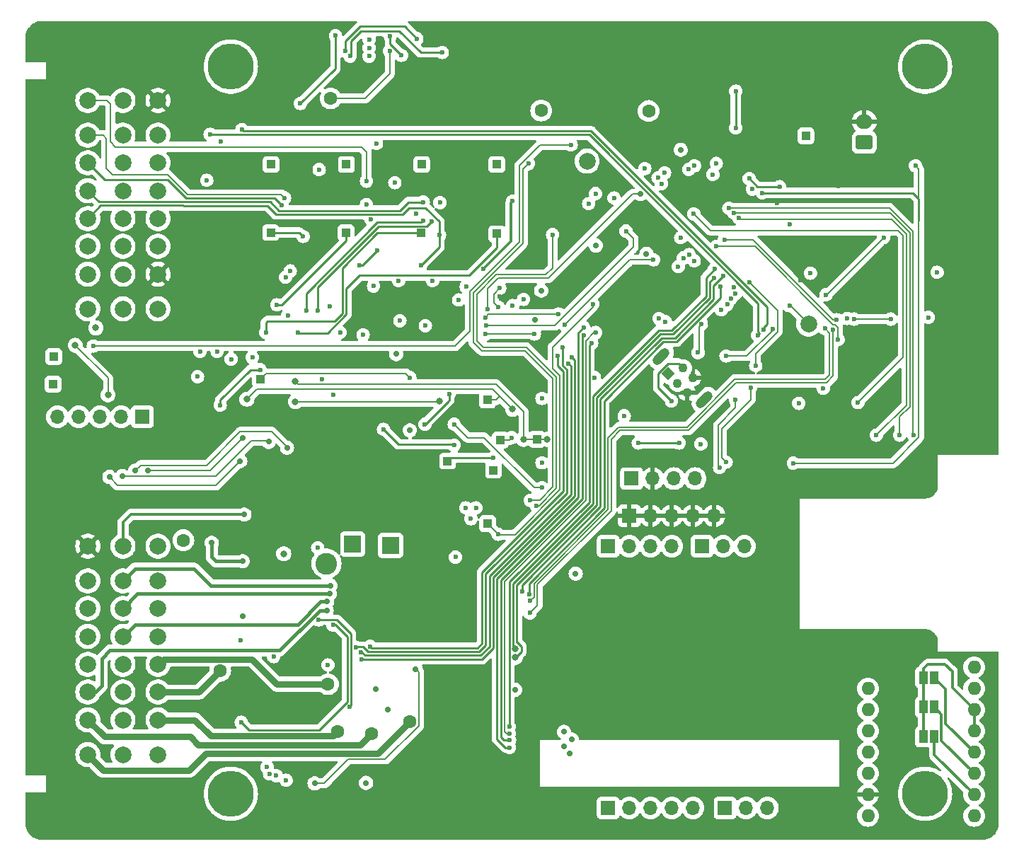
<source format=gbr>
%TF.GenerationSoftware,KiCad,Pcbnew,8.0.0~rc2*%
%TF.CreationDate,2024-03-12T18:06:46-03:00*%
%TF.ProjectId,hw_v1,68775f76-312e-46b6-9963-61645f706362,rev?*%
%TF.SameCoordinates,Original*%
%TF.FileFunction,Copper,L4,Bot*%
%TF.FilePolarity,Positive*%
%FSLAX46Y46*%
G04 Gerber Fmt 4.6, Leading zero omitted, Abs format (unit mm)*
G04 Created by KiCad (PCBNEW 8.0.0~rc2) date 2024-03-12 18:06:46*
%MOMM*%
%LPD*%
G01*
G04 APERTURE LIST*
G04 Aperture macros list*
%AMRoundRect*
0 Rectangle with rounded corners*
0 $1 Rounding radius*
0 $2 $3 $4 $5 $6 $7 $8 $9 X,Y pos of 4 corners*
0 Add a 4 corners polygon primitive as box body*
4,1,4,$2,$3,$4,$5,$6,$7,$8,$9,$2,$3,0*
0 Add four circle primitives for the rounded corners*
1,1,$1+$1,$2,$3*
1,1,$1+$1,$4,$5*
1,1,$1+$1,$6,$7*
1,1,$1+$1,$8,$9*
0 Add four rect primitives between the rounded corners*
20,1,$1+$1,$2,$3,$4,$5,0*
20,1,$1+$1,$4,$5,$6,$7,0*
20,1,$1+$1,$6,$7,$8,$9,0*
20,1,$1+$1,$8,$9,$2,$3,0*%
%AMHorizOval*
0 Thick line with rounded ends*
0 $1 width*
0 $2 $3 position (X,Y) of the first rounded end (center of the circle)*
0 $4 $5 position (X,Y) of the second rounded end (center of the circle)*
0 Add line between two ends*
20,1,$1,$2,$3,$4,$5,0*
0 Add two circle primitives to create the rounded ends*
1,1,$1,$2,$3*
1,1,$1,$4,$5*%
%AMRotRect*
0 Rectangle, with rotation*
0 The origin of the aperture is its center*
0 $1 length*
0 $2 width*
0 $3 Rotation angle, in degrees counterclockwise*
0 Add horizontal line*
21,1,$1,$2,0,0,$3*%
G04 Aperture macros list end*
%TA.AperFunction,ComponentPad*%
%ADD10C,0.600000*%
%TD*%
%TA.AperFunction,ComponentPad*%
%ADD11C,2.000000*%
%TD*%
%TA.AperFunction,ComponentPad*%
%ADD12R,2.000000X2.000000*%
%TD*%
%TA.AperFunction,ComponentPad*%
%ADD13O,1.600000X1.600000*%
%TD*%
%TA.AperFunction,ComponentPad*%
%ADD14R,1.600000X1.600000*%
%TD*%
%TA.AperFunction,ComponentPad*%
%ADD15R,1.000000X1.000000*%
%TD*%
%TA.AperFunction,ComponentPad*%
%ADD16O,1.700000X1.700000*%
%TD*%
%TA.AperFunction,ComponentPad*%
%ADD17R,1.700000X1.700000*%
%TD*%
%TA.AperFunction,ComponentPad*%
%ADD18C,5.500000*%
%TD*%
%TA.AperFunction,ComponentPad*%
%ADD19HorizOval,1.100000X-0.459619X-0.459619X0.459619X0.459619X0*%
%TD*%
%TA.AperFunction,ComponentPad*%
%ADD20C,1.100000*%
%TD*%
%TA.AperFunction,ComponentPad*%
%ADD21RotRect,1.100000X1.100000X315.000000*%
%TD*%
%TA.AperFunction,ComponentPad*%
%ADD22O,2.000000X1.700000*%
%TD*%
%TA.AperFunction,ComponentPad*%
%ADD23RoundRect,0.250000X0.750000X-0.600000X0.750000X0.600000X-0.750000X0.600000X-0.750000X-0.600000X0*%
%TD*%
%TA.AperFunction,SMDPad,CuDef*%
%ADD24C,2.000000*%
%TD*%
%TA.AperFunction,SMDPad,CuDef*%
%ADD25R,1.000000X1.500000*%
%TD*%
%TA.AperFunction,SMDPad,CuDef*%
%ADD26R,1.000000X1.000000*%
%TD*%
%TA.AperFunction,ViaPad*%
%ADD27C,0.600000*%
%TD*%
%TA.AperFunction,ViaPad*%
%ADD28C,0.800000*%
%TD*%
%TA.AperFunction,ViaPad*%
%ADD29C,2.600000*%
%TD*%
%TA.AperFunction,ViaPad*%
%ADD30C,0.700000*%
%TD*%
%TA.AperFunction,ViaPad*%
%ADD31C,1.600000*%
%TD*%
%TA.AperFunction,Conductor*%
%ADD32C,0.800000*%
%TD*%
%TA.AperFunction,Conductor*%
%ADD33C,0.200000*%
%TD*%
%TA.AperFunction,Conductor*%
%ADD34C,0.300000*%
%TD*%
%TA.AperFunction,Conductor*%
%ADD35C,0.250000*%
%TD*%
%TA.AperFunction,Conductor*%
%ADD36C,0.350000*%
%TD*%
%TA.AperFunction,Conductor*%
%ADD37C,0.450000*%
%TD*%
G04 APERTURE END LIST*
D10*
%TO.P,U12,13,RTN*%
%TO.N,unconnected-(U12-RTN-Pad13)_1*%
X91116800Y-57544400D03*
%TO.N,unconnected-(U12-RTN-Pad13)_2*%
X91116800Y-56544400D03*
%TO.N,unconnected-(U12-RTN-Pad13)_0*%
X91116800Y-55544400D03*
%TD*%
D11*
%TO.P,J13,C8*%
%TO.N,MAP_Sensor*%
X57467600Y-62836000D03*
%TO.P,J13,C7*%
%TO.N,TPS_Sensor*%
X57467600Y-66986000D03*
%TO.P,J13,C6*%
%TO.N,IAT_Sensor*%
X57467600Y-70316000D03*
%TO.P,J13,C5*%
%TO.N,CLT_Sensor*%
X57467600Y-73646000D03*
%TO.P,J13,C4*%
%TO.N,O2_Sensor*%
X57467600Y-76976000D03*
%TO.P,J13,C3*%
%TO.N,SPARE2_Sensor*%
X57467600Y-80306000D03*
%TO.P,J13,C2*%
%TO.N,SPARE1_Sensor*%
X57467600Y-83636000D03*
%TO.P,J13,C1*%
%TO.N,GNDREF*%
X57467600Y-87786000D03*
%TO.P,J13,B8*%
%TO.N,SW_AC*%
X61667600Y-62836000D03*
%TO.P,J13,B7*%
%TO.N,SW_SHIFT*%
X61667600Y-66986000D03*
%TO.P,J13,B6*%
%TO.N,SW_TABLE*%
X61667600Y-70316000D03*
%TO.P,J13,B5*%
%TO.N,SW_USER*%
X61667600Y-73646000D03*
%TO.P,J13,B4*%
%TO.N,CRANK-*%
X61667600Y-76976000D03*
%TO.P,J13,B3*%
%TO.N,CRANK+*%
X61667600Y-80306000D03*
%TO.P,J13,B2*%
%TO.N,CAM-*%
X61667600Y-83636000D03*
%TO.P,J13,B1*%
%TO.N,CAM+*%
X61667600Y-87786000D03*
%TO.P,J13,A8*%
%TO.N,GND*%
X65867600Y-62836000D03*
%TO.P,J13,A7*%
%TO.N,CAN-*%
X65867600Y-66986000D03*
%TO.P,J13,A6*%
%TO.N,CAN+*%
X65867600Y-70316000D03*
%TO.P,J13,A5*%
%TO.N,Clutch_in*%
X65867600Y-73646000D03*
%TO.P,J13,A4*%
%TO.N,CEL-OUT*%
X65867600Y-76976000D03*
%TO.P,J13,A3*%
%TO.N,+5C*%
X65867600Y-80306000D03*
%TO.P,J13,A2*%
%TO.N,GND*%
X65867600Y-83636000D03*
%TO.P,J13,A1*%
%TO.N,+12VA*%
X65867600Y-87786000D03*
%TD*%
D12*
%TO.P,J11,1,Pin_1*%
%TO.N,Net-(J11-Pin_1)*%
X89150000Y-115925000D03*
%TD*%
D13*
%TO.P,A1,16,DIR*%
%TO.N,/MTR_DIR*%
X163505600Y-130683000D03*
%TO.P,A1,15,STEP*%
%TO.N,/MTR_STEP*%
X163505600Y-133223000D03*
%TO.P,A1,14,~{SLP}*%
%TO.N,+3V3*%
X163505600Y-135763000D03*
%TO.P,A1,13,~{RST}*%
X163505600Y-138303000D03*
%TO.P,A1,12,M2*%
%TO.N,Net-(A1-M2)*%
X163505600Y-140843000D03*
%TO.P,A1,11,M1*%
%TO.N,Net-(A1-M1)*%
X163505600Y-143383000D03*
%TO.P,A1,10,M0*%
%TO.N,Net-(A1-M0)*%
X163505600Y-145923000D03*
%TO.P,A1,9,~{EN}*%
%TO.N,/MTR_ENABLE*%
X163505600Y-148463000D03*
%TO.P,A1,8,VMOT*%
%TO.N,+12V*%
X150805600Y-148463000D03*
%TO.P,A1,7,GND*%
%TO.N,GND*%
X150805600Y-145923000D03*
%TO.P,A1,6,B2*%
%TO.N,STEPPER-B2*%
X150805600Y-143383000D03*
%TO.P,A1,5,B1*%
%TO.N,STEPPER-B1*%
X150805600Y-140843000D03*
%TO.P,A1,4,A1*%
%TO.N,STEPPER-A1*%
X150805600Y-138303000D03*
%TO.P,A1,3,A2*%
%TO.N,STEPPER-A2*%
X150805600Y-135763000D03*
%TO.P,A1,2,~{FLT}*%
%TO.N,/MTR_FAULT*%
X150805600Y-133223000D03*
D14*
%TO.P,A1,1,GND*%
%TO.N,GND*%
X150805600Y-130683000D03*
%TD*%
D15*
%TO.P,TP17,1,1*%
%TO.N,ext_a0_in*%
X106400000Y-78800000D03*
%TD*%
D16*
%TO.P,J2,5,Pin_5*%
%TO.N,Net-(J2-Pin_1)*%
X129885000Y-147500000D03*
%TO.P,J2,4,Pin_4*%
X127345000Y-147500000D03*
%TO.P,J2,3,Pin_3*%
X124804999Y-147500000D03*
%TO.P,J2,2,Pin_2*%
X122265000Y-147500000D03*
D17*
%TO.P,J2,1,Pin_1*%
X119725000Y-147500000D03*
%TD*%
D16*
%TO.P,J14,4,Pin_4*%
%TO.N,Net-(J14-Pin_4)*%
X130140001Y-108100000D03*
%TO.P,J14,3,Pin_3*%
%TO.N,Net-(J14-Pin_3)*%
X127600000Y-108100000D03*
%TO.P,J14,2,Pin_2*%
%TO.N,GND*%
X125060001Y-108100000D03*
D17*
%TO.P,J14,1,Pin_1*%
%TO.N,VDD*%
X122520001Y-108100000D03*
%TD*%
D15*
%TO.P,TP10,1,1*%
%TO.N,/Sensors/CH_TPS_m*%
X79400000Y-70500000D03*
%TD*%
D18*
%TO.P,REF\u002A\u002A,1*%
%TO.N,N/C*%
X74573600Y-58801000D03*
%TD*%
D15*
%TO.P,TP20,1,1*%
%TO.N,SPARE1_Sensor*%
X53300000Y-96800000D03*
%TD*%
D16*
%TO.P,J4,5,Pin_5*%
%TO.N,GND*%
X132420000Y-112530000D03*
%TO.P,J4,4,Pin_4*%
X129880000Y-112530000D03*
%TO.P,J4,3,Pin_3*%
X127339999Y-112530000D03*
%TO.P,J4,2,Pin_2*%
X124800000Y-112530000D03*
D17*
%TO.P,J4,1,Pin_1*%
X122260000Y-112530000D03*
%TD*%
D15*
%TO.P,TP14,1,1*%
%TO.N,/Sensors/CH_IAT_m*%
X79350800Y-78654400D03*
%TD*%
D18*
%TO.P,REF\u002A\u002A,1*%
%TO.N,N/C*%
X157631600Y-145821000D03*
%TD*%
%TO.P,REF\u002A\u002A,1*%
%TO.N,N/C*%
X157631600Y-58821000D03*
%TD*%
D16*
%TO.P,J3,5,Pin_5*%
%TO.N,CEL-OUT*%
X53840000Y-100700000D03*
%TO.P,J3,4,Pin_4*%
%TO.N,PROTO-4*%
X56380000Y-100700000D03*
%TO.P,J3,3,Pin_3*%
%TO.N,PROTO-3*%
X58920001Y-100700000D03*
%TO.P,J3,2,Pin_2*%
%TO.N,PROTO-2*%
X61460000Y-100700000D03*
D17*
%TO.P,J3,1,Pin_1*%
%TO.N,PROTO-1*%
X64000000Y-100700000D03*
%TD*%
D19*
%TO.P,J8,6*%
%TO.N,N/C*%
X131226650Y-98645583D03*
X126064771Y-93483704D03*
D20*
%TO.P,J8,5,Shield*%
%TO.N,GND*%
X129158363Y-97814733D03*
%TO.P,J8,4,GND*%
X129830114Y-96011610D03*
%TO.P,J8,3,D+*%
%TO.N,USB_D+*%
X128026992Y-96683362D03*
%TO.P,J8,2,D-*%
%TO.N,USB_D-*%
X128698743Y-94880240D03*
D21*
%TO.P,J8,1,VBUS*%
%TO.N,VBUS*%
X126895621Y-95551991D03*
%TD*%
D16*
%TO.P,J15,3,Pin_3*%
%TO.N,/SPI2_MISO*%
X138779999Y-147500000D03*
%TO.P,J15,2,Pin_2*%
%TO.N,/SPI2_MOSI*%
X136240000Y-147500000D03*
D17*
%TO.P,J15,1,Pin_1*%
%TO.N,/SPI2_SCK*%
X133700000Y-147500000D03*
%TD*%
D15*
%TO.P,TP15,1,1*%
%TO.N,/Sensors/CH_VBATT_m*%
X88369000Y-78696750D03*
%TD*%
%TO.P,TP9,1,1*%
%TO.N,/Sensors/CH_CLT_m*%
X97400000Y-70500000D03*
%TD*%
%TO.P,TP11,1,1*%
%TO.N,/Sensors/CH_MAP_m*%
X88400000Y-70500000D03*
%TD*%
%TO.P,TP16,1,1*%
%TO.N,/Sensors/CH_O2_m*%
X97322000Y-78714050D03*
%TD*%
%TO.P,TP18,1,1*%
%TO.N,ext_a1_in*%
X106400000Y-70500000D03*
%TD*%
D12*
%TO.P,J10,1,Pin_1*%
%TO.N,Net-(J10-Pin_1)*%
X93700000Y-116100000D03*
%TD*%
D16*
%TO.P,J5,3,Pin_3*%
%TO.N,+12V*%
X136029999Y-116200000D03*
%TO.P,J5,2,Pin_2*%
X133490000Y-116200000D03*
D17*
%TO.P,J5,1,Pin_1*%
X130950000Y-116200000D03*
%TD*%
D11*
%TO.P,J12,C8*%
%TO.N,GND*%
X57467600Y-116176000D03*
%TO.P,J12,C7*%
%TO.N,PROTO-1*%
X57467600Y-120326000D03*
%TO.P,J12,C6*%
%TO.N,PROTO-2*%
X57467600Y-123656000D03*
%TO.P,J12,C5*%
%TO.N,PROTO-3*%
X57467600Y-126986000D03*
%TO.P,J12,C4*%
%TO.N,PROTO-4*%
X57467600Y-130316000D03*
%TO.P,J12,C3*%
%TO.N,FUELPUMP-OUT*%
X57467600Y-133646000D03*
%TO.P,J12,C2*%
%TO.N,IDLE-OUT*%
X57467600Y-136976000D03*
%TO.P,J12,C1*%
%TO.N,BOOST-OUT*%
X57467600Y-141126000D03*
%TO.P,J12,B8*%
%TO.N,TACHO-OUT*%
X61667600Y-116176000D03*
%TO.P,J12,B7*%
%TO.N,VVT-OUT*%
X61667600Y-120326000D03*
%TO.P,J12,B6*%
%TO.N,FAN2-OUT*%
X61667600Y-123656000D03*
%TO.P,J12,B5*%
%TO.N,FAN-OUT*%
X61667600Y-126986000D03*
%TO.P,J12,B4*%
%TO.N,STEPPER-A2*%
X61667600Y-130316000D03*
%TO.P,J12,B3*%
%TO.N,STEPPER-A1*%
X61667600Y-133646000D03*
%TO.P,J12,B2*%
%TO.N,STEPPER-B1*%
X61667600Y-136976000D03*
%TO.P,J12,B1*%
%TO.N,STEPPER-B2*%
X61667600Y-141126000D03*
%TO.P,J12,A8*%
%TO.N,IGN-4-OUT*%
X65867600Y-116176000D03*
%TO.P,J12,A7*%
%TO.N,IGN-3-OUT*%
X65867600Y-120326000D03*
%TO.P,J12,A6*%
%TO.N,IGN-2-OUT*%
X65867600Y-123656000D03*
%TO.P,J12,A5*%
%TO.N,IGN-1-OUT*%
X65867600Y-126986000D03*
%TO.P,J12,A4*%
%TO.N,INJ-4-OUT*%
X65867600Y-130316000D03*
%TO.P,J12,A3*%
%TO.N,INJ-3-OUT*%
X65867600Y-133646000D03*
%TO.P,J12,A2*%
%TO.N,INJ-2-OUT*%
X65867600Y-136976000D03*
%TO.P,J12,A1*%
%TO.N,INJ-1-OUT*%
X65867600Y-141126000D03*
%TD*%
D15*
%TO.P,TP19,1,1*%
%TO.N,SPARE2_Sensor*%
X53400000Y-93500000D03*
%TD*%
D22*
%TO.P,BT1,2,-*%
%TO.N,GND*%
X150374369Y-65379130D03*
D23*
%TO.P,BT1,1,+*%
%TO.N,Net-(BT1-+)*%
X150374369Y-67879130D03*
%TD*%
D18*
%TO.P,REF\u002A\u002A,1*%
%TO.N,N/C*%
X74573600Y-145821000D03*
%TD*%
D16*
%TO.P,J6,4,Pin_4*%
%TO.N,MCU-D0*%
X127345000Y-116200000D03*
%TO.P,J6,3,Pin_3*%
%TO.N,MCU-D1*%
X124804999Y-116200000D03*
%TO.P,J6,2,Pin_2*%
%TO.N,Net-(J6-Pin_2)*%
X122265000Y-116200000D03*
D17*
%TO.P,J6,1,Pin_1*%
%TO.N,Net-(J6-Pin_1)*%
X119725000Y-116200000D03*
%TD*%
D24*
%TO.P,TP8,1,1*%
%TO.N,Net-(U13-PB2)*%
X117200000Y-70100000D03*
%TD*%
D25*
%TO.P,JP6,2,B*%
%TO.N,Net-(A1-M0)*%
X158749997Y-139000000D03*
%TO.P,JP6,1,A*%
%TO.N,+3V3*%
X157449999Y-139000000D03*
%TD*%
D26*
%TO.P,TP1,1,1*%
%TO.N,/CKP_CMP_Sensors/IN2-*%
X78100000Y-96200000D03*
%TD*%
D24*
%TO.P,TP7,1,1*%
%TO.N,Net-(U13-BOOT0)*%
X143700000Y-89600000D03*
%TD*%
D25*
%TO.P,JP7,2,B*%
%TO.N,Net-(A1-M1)*%
X158749997Y-135450000D03*
%TO.P,JP7,1,A*%
%TO.N,+3V3*%
X157449999Y-135450000D03*
%TD*%
D26*
%TO.P,TP5,1,1*%
%TO.N,/CKP*%
X106000000Y-107100000D03*
%TD*%
%TO.P,TP13,1,1*%
%TO.N,VDDA*%
X143375000Y-67100000D03*
%TD*%
%TO.P,TP6,1,1*%
%TO.N,/CMP*%
X100500000Y-106000000D03*
%TD*%
%TO.P,TP12,1,1*%
%TO.N,/MEMORY_CS*%
X105300000Y-113500000D03*
%TD*%
%TO.P,TP4,1,1*%
%TO.N,/CKP_CMP_Sensors/IN2+*%
X106800000Y-103500000D03*
%TD*%
D25*
%TO.P,JP8,2,B*%
%TO.N,Net-(A1-M2)*%
X158749997Y-131900000D03*
%TO.P,JP8,1,A*%
%TO.N,+3V3*%
X157449999Y-131900000D03*
%TD*%
D26*
%TO.P,TP2,1,1*%
%TO.N,/CKP_CMP_Sensors/IN1+*%
X111200000Y-103400000D03*
%TD*%
%TO.P,TP3,1,1*%
%TO.N,/CKP_CMP_Sensors/IN1-*%
X105300000Y-98700000D03*
%TD*%
D27*
%TO.N,Net-(U1-GD2)*%
X75775000Y-127450000D03*
X84975000Y-116375000D03*
D28*
%TO.N,GND*%
X104675000Y-75925000D03*
D27*
%TO.N,+12V*%
X92000000Y-68000000D03*
D28*
X58425000Y-90060000D03*
D27*
X91338187Y-77100000D03*
X79700000Y-129400000D03*
D29*
X86025000Y-118275000D03*
D30*
X93384090Y-135706591D03*
D31*
X86500000Y-62600000D03*
D27*
X93578337Y-56931253D03*
%TO.N,GND*%
X139950000Y-75100000D03*
X101200000Y-75075000D03*
D30*
X151650000Y-83399999D03*
X84700000Y-115100000D03*
D27*
X132970000Y-74311683D03*
X143550000Y-95280000D03*
D30*
X111000000Y-89100000D03*
D27*
X139180000Y-71930000D03*
D29*
X80100000Y-135900000D03*
D27*
X144030000Y-91510000D03*
X110010000Y-85040000D03*
X100000000Y-87200000D03*
D30*
X131930000Y-89610000D03*
D27*
X111800000Y-107210000D03*
X143130000Y-72240000D03*
X83200000Y-83300000D03*
X81260000Y-93280000D03*
X147280000Y-73110000D03*
X109800000Y-106200000D03*
D30*
X111350000Y-92240000D03*
D27*
X142720000Y-84330000D03*
X92545558Y-58575000D03*
X99550000Y-82500000D03*
X90764314Y-87035686D03*
X141660000Y-71640000D03*
X139175000Y-64425000D03*
X80500000Y-98600000D03*
X110460000Y-81690000D03*
X106740000Y-86330000D03*
D30*
X143330000Y-81510000D03*
D27*
X74060000Y-95900000D03*
%TO.N,+3V3*%
X101450001Y-117500000D03*
X105000000Y-90800000D03*
D30*
X128390000Y-68750000D03*
D27*
X106575735Y-87575735D03*
D30*
X118240000Y-80210000D03*
D27*
X134980000Y-66140000D03*
D30*
X96005000Y-102325000D03*
D27*
X110900000Y-90800000D03*
X134980000Y-61730000D03*
X109605017Y-86655020D03*
X106749998Y-85310000D03*
X71700000Y-72400000D03*
D30*
X94350000Y-93200000D03*
D27*
X143930000Y-83510000D03*
X87645001Y-90600000D03*
X133828249Y-93428249D03*
D30*
X96700000Y-130900000D03*
D27*
X139374222Y-90224122D03*
D30*
X84600000Y-144575000D03*
D27*
%TO.N,Net-(BT1-+)*%
X141420000Y-77700000D03*
%TO.N,Net-(JP1-A)*%
X86800000Y-98100000D03*
X85500000Y-96200000D03*
D28*
%TO.N,/CKP_CMP_Sensors/IN2+*%
X82300000Y-98900000D03*
D27*
X108200000Y-103200000D03*
D28*
X99579999Y-98800000D03*
D27*
%TO.N,/CKP_CMP_Sensors/IN2-*%
X111800000Y-109200000D03*
X78100000Y-96300000D03*
X101300000Y-101600000D03*
X96000000Y-96000000D03*
D28*
%TO.N,/CKP_CMP_Sensors/IN1-*%
X108300000Y-99800000D03*
X76500000Y-98600000D03*
%TO.N,/CKP_CMP_Sensors/IN1+*%
X112400000Y-103400000D03*
X109600000Y-103400000D03*
X82300000Y-96500000D03*
D27*
%TO.N,Net-(U12-C)*%
X93624400Y-55168800D03*
X94996000Y-57439599D03*
%TO.N,CLT_Sensor*%
X97600000Y-75000000D03*
%TO.N,TPS_Sensor*%
X81000000Y-74500000D03*
%TO.N,+5C*%
X90800000Y-75300000D03*
D30*
X91930000Y-133330000D03*
D27*
X104794527Y-82992780D03*
D31*
X111709200Y-64058800D03*
D27*
X108300000Y-74900000D03*
X99600000Y-75075000D03*
X81675000Y-83250000D03*
D30*
X108575000Y-133370000D03*
D27*
%TO.N,/Sensors/CH_CLT_m*%
X85000000Y-87975000D03*
X98600000Y-77300000D03*
%TO.N,/Sensors/CH_TPS_m*%
X81125000Y-84000000D03*
%TO.N,/Sensors/CH_MAP_m*%
X81400000Y-88600000D03*
%TO.N,ext_a0_in*%
X82565000Y-90600000D03*
%TO.N,ext_a1_in*%
X97600000Y-77200000D03*
X83600000Y-87975000D03*
%TO.N,O2_Sensor*%
X99545000Y-78968050D03*
X97300000Y-82600000D03*
%TO.N,IAT_Sensor*%
X80700000Y-75400000D03*
%TO.N,Net-(C23-Pad1)*%
X90000000Y-82555650D03*
X92128200Y-80767350D03*
%TO.N,/Sensors/CH_O2_m*%
X78754999Y-90600000D03*
%TO.N,MCU-D0*%
X147069561Y-89090242D03*
X133630000Y-79540000D03*
%TO.N,/Sensors/CH_IAT_m*%
X83223800Y-79111600D03*
%TO.N,/Sensors/CH_VBATT_m*%
X80100000Y-87300000D03*
%TO.N,/NRST*%
X138175000Y-73900000D03*
X156500000Y-70650001D03*
X141880000Y-106250000D03*
%TO.N,VDDA*%
X143375000Y-67100000D03*
%TO.N,OSC_IN*%
X136600000Y-72200000D03*
X140223223Y-73178858D03*
%TO.N,+5V*%
X121640000Y-100580000D03*
D31*
X124561600Y-64109600D03*
D27*
X111800000Y-106212500D03*
D31*
X68900000Y-115470000D03*
D27*
X145464265Y-97284265D03*
X73400000Y-67800000D03*
D30*
%TO.N,Net-(D2-K)*%
X64650000Y-107150000D03*
X76000000Y-103200000D03*
D31*
%TO.N,INJ-4-OUT*%
X86200000Y-132700000D03*
D30*
%TO.N,Net-(D5-K)*%
X63125000Y-107150000D03*
X81300000Y-104400000D03*
D31*
%TO.N,INJ-3-OUT*%
X73300000Y-131100000D03*
D30*
%TO.N,Net-(D7-K)*%
X79100000Y-103700000D03*
X61600000Y-107800000D03*
D31*
%TO.N,INJ-2-OUT*%
X87387438Y-138387438D03*
D30*
%TO.N,Net-(D10-K)*%
X60050000Y-107900000D03*
X75700000Y-106000000D03*
%TO.N,TACHO-OUT*%
X76200000Y-112400000D03*
D31*
%TO.N,IDLE-OUT*%
X91375000Y-138650000D03*
%TO.N,BOOST-OUT*%
X96000000Y-137200000D03*
D27*
%TO.N,/SW_USER_m*%
X70590000Y-95910000D03*
X117390000Y-75200000D03*
%TO.N,Net-(J6-Pin_1)*%
X110400000Y-110700000D03*
X110200000Y-70400000D03*
%TO.N,MCU-D1*%
X132660000Y-80310000D03*
X147240000Y-91460000D03*
%TO.N,Net-(J6-Pin_2)*%
X111158185Y-111358185D03*
X113075946Y-78908529D03*
%TO.N,USB_D-*%
X127300000Y-98800000D03*
%TO.N,/SYS_SWCLK*%
X133830000Y-106120000D03*
X136754265Y-97235735D03*
%TO.N,/SYS_SWDIO*%
X134970000Y-98630000D03*
X130886536Y-89606536D03*
X133060000Y-106780000D03*
X130470000Y-93030000D03*
%TO.N,/SYS_SWO*%
X137380000Y-94580000D03*
X136660140Y-84639860D03*
D30*
%TO.N,STEPPER-A2*%
X114450000Y-138410000D03*
%TO.N,VVT-OUT*%
X86500000Y-120900000D03*
%TO.N,STEPPER-B1*%
X114410000Y-140120000D03*
%TO.N,STEPPER-B2*%
X115085000Y-140970000D03*
%TO.N,FAN-OUT*%
X86100000Y-122825000D03*
D27*
%TO.N,CRANK-*%
X78100000Y-95087500D03*
X73300000Y-99299999D03*
D30*
%TO.N,STEPPER-A1*%
X115390000Y-139335000D03*
%TO.N,FUELPUMP-OUT*%
X86039492Y-123860508D03*
D27*
%TO.N,MAP_Sensor*%
X90800000Y-72500000D03*
%TO.N,Net-(JP2-B)*%
X101300000Y-104100000D03*
X92850000Y-102200000D03*
%TO.N,Net-(JP3-B)*%
X97800000Y-101600000D03*
X100700000Y-98000000D03*
%TO.N,/IAT*%
X130050000Y-70650000D03*
X90400000Y-90900000D03*
%TO.N,Net-(U13-BOOT0)*%
X141416637Y-87416637D03*
%TO.N,/LED_CAN_TX*%
X142520000Y-99090000D03*
X134782323Y-85166207D03*
%TO.N,/LED_CAN_RX*%
X149600000Y-99000000D03*
X129960000Y-76430000D03*
%TO.N,Net-(U7A-+)*%
X94200000Y-72687500D03*
X96779442Y-76404442D03*
%TO.N,/LED0*%
X135380000Y-76900000D03*
X151800000Y-102900000D03*
%TO.N,/LED1*%
X134780000Y-76300000D03*
X154600000Y-102900000D03*
%TO.N,/LED2*%
X134165000Y-75760000D03*
X156300000Y-102900000D03*
%TO.N,Net-(U6C-+)*%
X86375000Y-87500000D03*
X85150000Y-71112500D03*
%TO.N,Net-(U13-PB2)*%
X117300000Y-70190000D03*
%TO.N,/MEMORY_CS*%
X106550000Y-114750000D03*
X117890000Y-87199999D03*
%TO.N,Net-(U1-GD0)*%
X86800000Y-125625000D03*
X75830000Y-137260000D03*
D30*
%TO.N,IGN_V+*%
X76000000Y-118000000D03*
X72300000Y-115800000D03*
X76000000Y-124600000D03*
D27*
%TO.N,Net-(U1-GD1)*%
X85100000Y-125000000D03*
X88791942Y-135391942D03*
%TO.N,Net-(U1-GD3)*%
X86200000Y-130400000D03*
D28*
X80900000Y-117100000D03*
D30*
%TO.N,FAN2-OUT*%
X86400000Y-121900000D03*
D27*
%TO.N,/EXT_1*%
X102750000Y-85150000D03*
X126100000Y-72800000D03*
%TO.N,/EXT_0*%
X98715682Y-84425000D03*
X125700000Y-72100000D03*
%TO.N,USART_2_RX*%
X134960000Y-85960000D03*
X130800000Y-103960000D03*
%TO.N,USART_2_TX*%
X134400000Y-86560000D03*
X123326801Y-103830100D03*
X128226801Y-103845100D03*
%TO.N,Net-(U12-SW)*%
X88290799Y-56943398D03*
X96824800Y-55449200D03*
%TO.N,/fuel_pump*%
X110370000Y-124170000D03*
X146630735Y-90259265D03*
%TO.N,/INY1*%
X107900000Y-140283752D03*
X116780000Y-90000000D03*
%TO.N,/MTR_STEP*%
X130015000Y-82054954D03*
%TO.N,/CMP*%
X100400000Y-106000000D03*
X106000000Y-105600000D03*
X118075000Y-96000000D03*
%TO.N,Net-(U12-OV)*%
X99872800Y-57099200D03*
X88849200Y-57541000D03*
%TO.N,/CLT*%
X129350000Y-71100000D03*
X94800000Y-89200000D03*
%TO.N,/MAP*%
X126480584Y-71500000D03*
X97850000Y-89800000D03*
%TO.N,/ECN3*%
X115350000Y-93600000D03*
X90200000Y-129700000D03*
%TO.N,/CAN1_RX*%
X137610000Y-90935000D03*
X72100000Y-66900000D03*
D30*
%TO.N,/PMIC1_ENABLE*%
X111700000Y-85600000D03*
X90760000Y-144510000D03*
D27*
%TO.N,/fan1*%
X145655735Y-90134265D03*
X110410000Y-122740000D03*
%TO.N,/SW_TABLE_m*%
X118210000Y-74000000D03*
X70900000Y-92890000D03*
%TO.N,/SW_Clutch_m*%
X133960000Y-87252656D03*
X77160000Y-93610000D03*
%TO.N,/ECN2*%
X113675000Y-93450000D03*
X91250000Y-128175000D03*
%TO.N,/INY4*%
X117748943Y-91878943D03*
X107900000Y-137800000D03*
%TO.N,/SW_SHIFT_m*%
X72940000Y-92890000D03*
X120424391Y-74525609D03*
%TO.N,/MTR_ENABLE*%
X128710000Y-81700000D03*
%TO.N,/O2*%
X101830000Y-86720000D03*
X132250000Y-71700000D03*
D30*
%TO.N,/RPM_OUT*%
X115830000Y-119470000D03*
D27*
X128110000Y-82730000D03*
%TO.N,/SPI2_MOSI*%
X78921942Y-142638058D03*
X102700000Y-111600000D03*
X105000134Y-88800000D03*
X113800000Y-88399999D03*
D28*
%TO.N,/boost*%
X108625000Y-129500000D03*
D27*
X132347184Y-84087183D03*
%TO.N,/CAN1_TX*%
X75900000Y-66325000D03*
X138290000Y-90310000D03*
%TO.N,/PMIC1_CS*%
X81200000Y-144200000D03*
D30*
X124300000Y-81200000D03*
D27*
%TO.N,/ECN4*%
X90158058Y-128858058D03*
X114929442Y-94309162D03*
%TO.N,/MTR_FAULT*%
X129415000Y-81290000D03*
%TO.N,/vvt*%
X133467183Y-83851068D03*
X109425000Y-121600000D03*
%TO.N,/TPS*%
X124104802Y-70994400D03*
X94650000Y-84425000D03*
%TO.N,/SW_AC_m*%
X133270000Y-87900000D03*
X74610000Y-93800000D03*
%TO.N,/INY3*%
X118235735Y-90615735D03*
X107900000Y-138600000D03*
%TO.N,/SPI2_MISO*%
X80000000Y-143650000D03*
X103900000Y-111600000D03*
X108300000Y-87400000D03*
%TO.N,/MTR_DIR*%
X128410735Y-79259265D03*
%TO.N,/SPI2_SCK*%
X79210000Y-143430000D03*
X103300000Y-112900000D03*
X121850000Y-78470000D03*
X105100000Y-89800000D03*
%TO.N,/INY2*%
X116775000Y-90990000D03*
X107925000Y-139425000D03*
%TO.N,/ECN1*%
X89575000Y-128300000D03*
X114300000Y-92400000D03*
%TO.N,/CKP*%
X106000000Y-107200000D03*
X111800000Y-98500000D03*
%TO.N,/idle*%
X132442183Y-83037919D03*
D28*
X108625000Y-128500000D03*
D27*
%TO.N,/fan2*%
X110260000Y-121930000D03*
X133126068Y-85076067D03*
D30*
%TO.N,BARO_CS*%
X123590000Y-74050000D03*
D27*
X105300000Y-87808745D03*
%TO.N,Net-(Q3A-G1)*%
X87100000Y-55100000D03*
X82900000Y-63200000D03*
%TO.N,ACCL_CS*%
X125150000Y-81910000D03*
X114560000Y-89710000D03*
%TO.N,/VBATT*%
X91650000Y-85060000D03*
X132660000Y-70380000D03*
%TO.N,/SD_CARD_DETECT*%
X126563502Y-89323502D03*
X145780000Y-86100000D03*
X152670000Y-79270000D03*
%TO.N,/SPI3_MISO*%
X149130000Y-89010000D03*
X153520000Y-89010000D03*
%TO.N,/SD_CS*%
X125802818Y-88952818D03*
X159090000Y-83410000D03*
%TO.N,/SPI3_MOSI*%
X158020000Y-88810000D03*
X148300000Y-88930000D03*
D28*
%TO.N,Net-(Q4-B)*%
X55960000Y-92150000D03*
X59880000Y-98090000D03*
D27*
%TO.N,/CEL_OUT*%
X58130000Y-92230000D03*
X115300000Y-68160000D03*
X136978058Y-73461942D03*
%TD*%
D32*
%TO.N,IDLE-OUT*%
X59491600Y-139000000D02*
X57467600Y-136976000D01*
X91375000Y-138650000D02*
X90025000Y-140000000D01*
X90025000Y-140000000D02*
X70700000Y-140000000D01*
X70700000Y-140000000D02*
X69700000Y-139000000D01*
X69700000Y-139000000D02*
X59491600Y-139000000D01*
D33*
%TO.N,TPS_Sensor*%
X81000000Y-74500000D02*
X80600000Y-74100000D01*
X59286000Y-66986000D02*
X57467600Y-66986000D01*
X80600000Y-74100000D02*
X69400000Y-74100000D01*
X69400000Y-74100000D02*
X67000000Y-71700000D01*
X67000000Y-71700000D02*
X60400000Y-71700000D01*
X60400000Y-71700000D02*
X59700000Y-71000000D01*
X59700000Y-71000000D02*
X59700000Y-67400000D01*
X59700000Y-67400000D02*
X59286000Y-66986000D01*
%TO.N,Net-(D2-K)*%
X64700000Y-107100000D02*
X72100000Y-107100000D01*
X64650000Y-107150000D02*
X64700000Y-107100000D01*
X72100000Y-107100000D02*
X76000000Y-103200000D01*
%TO.N,Net-(D5-K)*%
X63125000Y-107150000D02*
X63775000Y-106500000D01*
X63775000Y-106500000D02*
X71700000Y-106500000D01*
X71700000Y-106500000D02*
X75700000Y-102500000D01*
X75700000Y-102500000D02*
X79500000Y-102500000D01*
X79500000Y-102500000D02*
X81350000Y-104350000D01*
X81350000Y-104350000D02*
X81300000Y-104400000D01*
%TO.N,Net-(D7-K)*%
X61600000Y-107800000D02*
X72800000Y-107800000D01*
X79000000Y-103600000D02*
X79100000Y-103700000D01*
X72800000Y-107800000D02*
X77000000Y-103600000D01*
X77000000Y-103600000D02*
X79000000Y-103600000D01*
%TO.N,Net-(D10-K)*%
X60050000Y-107900000D02*
X61050000Y-108900000D01*
X61050000Y-108900000D02*
X72800000Y-108900000D01*
X72800000Y-108900000D02*
X75700000Y-106000000D01*
D34*
%TO.N,Net-(A1-M0)*%
X158749997Y-141167397D02*
X163505600Y-145923000D01*
X158749997Y-139000000D02*
X158749997Y-141167397D01*
D33*
%TO.N,+12V*%
X90650000Y-62600000D02*
X86500000Y-62600000D01*
X93578337Y-56931253D02*
X93578337Y-59671663D01*
X93578337Y-59671663D02*
X90650000Y-62600000D01*
D34*
%TO.N,Net-(A1-M2)*%
X158749997Y-131900000D02*
X160099997Y-133250000D01*
X160099997Y-133250000D02*
X160099997Y-137437397D01*
X160099997Y-137437397D02*
X163505600Y-140843000D01*
%TO.N,Net-(A1-M1)*%
X159599997Y-139477397D02*
X163505600Y-143383000D01*
X159599997Y-136300000D02*
X159599997Y-139477397D01*
X158749997Y-135450000D02*
X159599997Y-136300000D01*
%TO.N,+3V3*%
X157449999Y-130850000D02*
X157449999Y-131900000D01*
D33*
X93055635Y-141700000D02*
X97100000Y-137655635D01*
X106040000Y-87040000D02*
X106575735Y-87575735D01*
X139374222Y-90224122D02*
X139374222Y-90327044D01*
X106040000Y-86019998D02*
X106040000Y-87040000D01*
D34*
X160900000Y-133157400D02*
X160900000Y-131200000D01*
D35*
X134980000Y-66140000D02*
X134980000Y-64330000D01*
D34*
X157999999Y-130300000D02*
X157449999Y-130850000D01*
D33*
X97100000Y-137655635D02*
X97100000Y-131300000D01*
X85725000Y-144575000D02*
X88600000Y-141700000D01*
D35*
X134980000Y-64330000D02*
X134980000Y-61730000D01*
D33*
X88600000Y-141700000D02*
X93055635Y-141700000D01*
D34*
X160900000Y-131200000D02*
X160000000Y-130300000D01*
X160000000Y-130300000D02*
X157999999Y-130300000D01*
D33*
X97100000Y-131300000D02*
X96700000Y-130900000D01*
D34*
X157449999Y-131900000D02*
X157449999Y-139000000D01*
D33*
X136273017Y-93428249D02*
X133828249Y-93428249D01*
X84600000Y-144575000D02*
X85725000Y-144575000D01*
X106749998Y-85310000D02*
X106040000Y-86019998D01*
D34*
X163505600Y-138303000D02*
X163505600Y-135763000D01*
D33*
X139374222Y-90327044D02*
X136273017Y-93428249D01*
X105000000Y-90800000D02*
X110900000Y-90800000D01*
D34*
X163505600Y-135763000D02*
X160900000Y-133157400D01*
D33*
%TO.N,/CKP_CMP_Sensors/IN2+*%
X106800000Y-103500000D02*
X107900000Y-103500000D01*
X107900000Y-103500000D02*
X108200000Y-103200000D01*
X99579999Y-98800000D02*
X99479999Y-98900000D01*
X99479999Y-98900000D02*
X82300000Y-98900000D01*
%TO.N,/CKP_CMP_Sensors/IN2-*%
X102900000Y-103200000D02*
X101300000Y-101600000D01*
X78800000Y-95500000D02*
X95500000Y-95500000D01*
X95500000Y-95500000D02*
X96000000Y-96000000D01*
X111800000Y-109200000D02*
X110900000Y-109200000D01*
X110900000Y-109200000D02*
X104900000Y-103200000D01*
X102900000Y-103200000D02*
X104900000Y-103200000D01*
X78100000Y-96200000D02*
X78800000Y-95500000D01*
X78100000Y-96300000D02*
X78100000Y-96200000D01*
%TO.N,/CKP_CMP_Sensors/IN1-*%
X77700000Y-97400000D02*
X105900000Y-97400000D01*
X106750000Y-98250000D02*
X108300000Y-99800000D01*
X105900000Y-97400000D02*
X106750000Y-98250000D01*
X106300000Y-98700000D02*
X106750000Y-98250000D01*
X76500000Y-98600000D02*
X77700000Y-97400000D01*
X105300000Y-98700000D02*
X106300000Y-98700000D01*
%TO.N,/CKP_CMP_Sensors/IN1+*%
X82600000Y-96800000D02*
X106289950Y-96800000D01*
X111200000Y-103400000D02*
X109600000Y-103400000D01*
X82600000Y-96800000D02*
X82300000Y-96500000D01*
X109600000Y-103400000D02*
X112400000Y-103400000D01*
X109600000Y-103400000D02*
X109600000Y-100110050D01*
X109600000Y-100110050D02*
X106289950Y-96800000D01*
D35*
%TO.N,Net-(U12-C)*%
X93624400Y-56067999D02*
X94996000Y-57439599D01*
X93624400Y-55168800D02*
X93624400Y-56067999D01*
%TO.N,CLT_Sensor*%
X97600000Y-75000000D02*
X95800000Y-75000000D01*
X58792600Y-74971000D02*
X57467600Y-73646000D01*
X69037563Y-74975000D02*
X69033563Y-74971000D01*
X94775000Y-76025000D02*
X80325000Y-76025000D01*
X80325000Y-76025000D02*
X79275000Y-74975000D01*
X79275000Y-74975000D02*
X69037563Y-74975000D01*
X95800000Y-75000000D02*
X94775000Y-76025000D01*
X69033563Y-74971000D02*
X58792600Y-74971000D01*
D34*
%TO.N,+5C*%
X108100000Y-75100000D02*
X108300000Y-74900000D01*
X108100000Y-79687307D02*
X108100000Y-75100000D01*
X104794527Y-82992780D02*
X108100000Y-79687307D01*
D35*
%TO.N,/Sensors/CH_CLT_m*%
X98010950Y-77889050D02*
X92274554Y-77889050D01*
X85000000Y-85163604D02*
X85000000Y-87975000D01*
X92274554Y-77889050D02*
X85000000Y-85163604D01*
X98600000Y-77300000D02*
X98010950Y-77889050D01*
%TO.N,ext_a0_in*%
X88400000Y-85400000D02*
X90000000Y-83800000D01*
X106400000Y-80500000D02*
X106400000Y-78800000D01*
X88400000Y-88436396D02*
X88400000Y-85400000D01*
X82565000Y-90600000D02*
X82665000Y-90700000D01*
X86136396Y-90700000D02*
X88400000Y-88436396D01*
X103100000Y-83800000D02*
X106400000Y-80500000D01*
X82665000Y-90700000D02*
X86136396Y-90700000D01*
X90000000Y-83800000D02*
X103100000Y-83800000D01*
%TO.N,ext_a1_in*%
X92088158Y-77439050D02*
X83600000Y-85927208D01*
X97600000Y-77200000D02*
X97360950Y-77439050D01*
X97360950Y-77439050D02*
X92088158Y-77439050D01*
X83600000Y-85927208D02*
X83600000Y-87975000D01*
%TO.N,O2_Sensor*%
X95125000Y-76475000D02*
X79975000Y-76475000D01*
X59022600Y-75421000D02*
X57467600Y-76976000D01*
X99545000Y-80355000D02*
X97300000Y-82600000D01*
X99545000Y-77361116D02*
X97883884Y-75700000D01*
X99545000Y-78968050D02*
X99545000Y-77361116D01*
X79975000Y-76475000D02*
X78925000Y-75425000D01*
X97883884Y-75700000D02*
X95900000Y-75700000D01*
X99545000Y-78968050D02*
X99545000Y-80355000D01*
X68847167Y-75421000D02*
X59022600Y-75421000D01*
X95900000Y-75700000D02*
X95125000Y-76475000D01*
X78925000Y-75425000D02*
X68851167Y-75425000D01*
X68851167Y-75425000D02*
X68847167Y-75421000D01*
%TO.N,IAT_Sensor*%
X59451600Y-72300000D02*
X57467600Y-70316000D01*
X80700000Y-75400000D02*
X79825000Y-74525000D01*
X69223959Y-74525000D02*
X66998959Y-72300000D01*
X79825000Y-74525000D02*
X69223959Y-74525000D01*
X66998959Y-72300000D02*
X59451600Y-72300000D01*
%TO.N,Net-(C23-Pad1)*%
X90339900Y-82555650D02*
X92128200Y-80767350D01*
X90000000Y-82555650D02*
X90339900Y-82555650D01*
%TO.N,/Sensors/CH_O2_m*%
X87900000Y-88300000D02*
X87900000Y-82900000D01*
X78754999Y-89445001D02*
X78975000Y-89225000D01*
X78754999Y-90600000D02*
X78754999Y-89445001D01*
X86975000Y-89225000D02*
X87900000Y-88300000D01*
X92085950Y-78714050D02*
X97322000Y-78714050D01*
X78975000Y-89225000D02*
X86975000Y-89225000D01*
X87900000Y-82900000D02*
X92085950Y-78714050D01*
D33*
%TO.N,MCU-D0*%
X146625928Y-89090242D02*
X137075686Y-79540000D01*
X137075686Y-79540000D02*
X133630000Y-79540000D01*
X147069561Y-89090242D02*
X146625928Y-89090242D01*
D35*
%TO.N,/Sensors/CH_IAT_m*%
X83223800Y-79111600D02*
X82766600Y-78654400D01*
X82766600Y-78654400D02*
X79350800Y-78654400D01*
%TO.N,/Sensors/CH_VBATT_m*%
X88369000Y-79631000D02*
X88369000Y-78696750D01*
X80100000Y-87300000D02*
X80700000Y-87300000D01*
X80700000Y-87300000D02*
X88369000Y-79631000D01*
%TO.N,/NRST*%
X156900000Y-74630000D02*
X156900000Y-77210000D01*
D33*
X156900000Y-103148529D02*
X156900000Y-77210000D01*
X156900000Y-77210000D02*
X156900000Y-71050001D01*
X141880000Y-106250000D02*
X153798529Y-106250000D01*
D35*
X138175000Y-73900000D02*
X156170000Y-73900000D01*
D33*
X153798529Y-106250000D02*
X156900000Y-103148529D01*
D35*
X156170000Y-73900000D02*
X156900000Y-74630000D01*
D33*
X156900000Y-71050001D02*
X156500000Y-70650001D01*
D35*
%TO.N,OSC_IN*%
X137578858Y-73178858D02*
X140223223Y-73178858D01*
X136600000Y-72200000D02*
X137578858Y-73178858D01*
D32*
%TO.N,INJ-4-OUT*%
X77100000Y-129700000D02*
X66483600Y-129700000D01*
X80100000Y-132700000D02*
X77100000Y-129700000D01*
X66483600Y-129700000D02*
X65867600Y-130316000D01*
X86200000Y-132700000D02*
X80100000Y-132700000D01*
%TO.N,INJ-3-OUT*%
X70754000Y-133646000D02*
X65867600Y-133646000D01*
X73300000Y-131100000D02*
X70754000Y-133646000D01*
%TO.N,INJ-2-OUT*%
X87387438Y-138387438D02*
X86861273Y-138913603D01*
X86861273Y-138913603D02*
X72213603Y-138913603D01*
X70276000Y-136976000D02*
X65867600Y-136976000D01*
X72213603Y-138913603D02*
X70276000Y-136976000D01*
D36*
%TO.N,TACHO-OUT*%
X76200000Y-112400000D02*
X62600000Y-112400000D01*
X61667600Y-113332400D02*
X61667600Y-116176000D01*
X62600000Y-112400000D02*
X61667600Y-113332400D01*
D32*
%TO.N,BOOST-OUT*%
X92200000Y-141000000D02*
X96000000Y-137200000D01*
X57467600Y-141126000D02*
X59341600Y-143000000D01*
X69600000Y-143000000D02*
X71600000Y-141000000D01*
X59341600Y-143000000D02*
X69600000Y-143000000D01*
X71600000Y-141000000D02*
X92200000Y-141000000D01*
D33*
%TO.N,Net-(J6-Pin_1)*%
X111533528Y-110700000D02*
X113125000Y-109108528D01*
X103600000Y-85868629D02*
X109500000Y-79968629D01*
X109500000Y-71100000D02*
X110200000Y-70400000D01*
X113125000Y-96131372D02*
X109793628Y-92800000D01*
X109500000Y-79968629D02*
X109500000Y-71100000D01*
X113125000Y-109108528D02*
X113125000Y-96131372D01*
X104634314Y-92800000D02*
X103600000Y-91765685D01*
X103600000Y-91765685D02*
X103600000Y-85868629D01*
X110400000Y-110700000D02*
X111533528Y-110700000D01*
X109793628Y-92800000D02*
X104634314Y-92800000D01*
%TO.N,MCU-D1*%
X146629265Y-89659265D02*
X137280000Y-80310000D01*
X147230735Y-90010736D02*
X146879264Y-89659265D01*
X147230735Y-91450735D02*
X147230735Y-90010736D01*
X147240000Y-91460000D02*
X147230735Y-91450735D01*
X146879264Y-89659265D02*
X146629265Y-89659265D01*
X137280000Y-80310000D02*
X132660000Y-80310000D01*
%TO.N,Net-(J6-Pin_2)*%
X113525000Y-95965686D02*
X113525000Y-109274214D01*
X104800000Y-92400000D02*
X109959314Y-92400000D01*
X104000000Y-91600000D02*
X104800000Y-92400000D01*
X113075946Y-78908529D02*
X113075946Y-82904054D01*
X113075946Y-82904054D02*
X112280000Y-83700000D01*
X104000000Y-86034315D02*
X104000000Y-91600000D01*
X109959314Y-92400000D02*
X113525000Y-95965686D01*
X112280000Y-83700000D02*
X106334315Y-83700000D01*
X111441029Y-111358185D02*
X111158185Y-111358185D01*
X113525000Y-109274214D02*
X111441029Y-111358185D01*
X106334315Y-83700000D02*
X104000000Y-86034315D01*
D35*
%TO.N,USB_D-*%
X125700000Y-95500000D02*
X125700000Y-97200000D01*
X128148743Y-94330240D02*
X126869760Y-94330240D01*
X128698743Y-94880240D02*
X128148743Y-94330240D01*
X125700000Y-97200000D02*
X127300000Y-98800000D01*
X126869760Y-94330240D02*
X125700000Y-95500000D01*
D33*
%TO.N,/SYS_SWCLK*%
X133280000Y-105570000D02*
X133830000Y-106120000D01*
X133280000Y-102150000D02*
X133280000Y-105570000D01*
X136754265Y-97235735D02*
X136754265Y-98675735D01*
X136754265Y-98675735D02*
X133280000Y-102150000D01*
%TO.N,/SYS_SWDIO*%
X130570000Y-89923072D02*
X130570000Y-92930000D01*
X134970000Y-99611470D02*
X132880000Y-101701470D01*
X130570000Y-92930000D02*
X130470000Y-93030000D01*
X132880000Y-101701470D02*
X132880000Y-106600000D01*
X132880000Y-106600000D02*
X133060000Y-106780000D01*
X130886536Y-89606536D02*
X130570000Y-89923072D01*
X134970000Y-98630000D02*
X134970000Y-99611470D01*
%TO.N,/SYS_SWO*%
X139974222Y-90545778D02*
X139974222Y-87953942D01*
X137380000Y-94580000D02*
X137380000Y-93140000D01*
X137380000Y-93140000D02*
X139974222Y-90545778D01*
X139974222Y-87953942D02*
X136660140Y-84639860D01*
D37*
%TO.N,VVT-OUT*%
X70176000Y-118901000D02*
X72175000Y-120900000D01*
X63092600Y-118901000D02*
X70176000Y-118901000D01*
X72175000Y-120900000D02*
X86500000Y-120900000D01*
X61667600Y-120326000D02*
X63092600Y-118901000D01*
%TO.N,FAN-OUT*%
X63092600Y-125561000D02*
X61667600Y-126986000D01*
X86100000Y-122825000D02*
X85330457Y-122825000D01*
X82594457Y-125561000D02*
X63092600Y-125561000D01*
X85330457Y-122825000D02*
X82594457Y-125561000D01*
D35*
%TO.N,CRANK-*%
X73300000Y-98700000D02*
X76912500Y-95087500D01*
X76912500Y-95087500D02*
X78100000Y-95087500D01*
X73300000Y-99299999D02*
X73300000Y-98700000D01*
D37*
%TO.N,FUELPUMP-OUT*%
X85214187Y-123860508D02*
X86039492Y-123860508D01*
X59113600Y-132886400D02*
X59113600Y-129686400D01*
X80399695Y-128675000D02*
X85214187Y-123860508D01*
X59113600Y-129686400D02*
X60125000Y-128675000D01*
X57467600Y-133646000D02*
X58354000Y-133646000D01*
X58354000Y-133646000D02*
X59113600Y-132886400D01*
X60125000Y-128675000D02*
X80399695Y-128675000D01*
D33*
%TO.N,MAP_Sensor*%
X90200000Y-68400000D02*
X90800000Y-69000000D01*
X60200000Y-67800000D02*
X60800000Y-68400000D01*
X59736000Y-62836000D02*
X60200000Y-63300000D01*
X90800000Y-69000000D02*
X90800000Y-72500000D01*
X57467600Y-62836000D02*
X59736000Y-62836000D01*
X60800000Y-68400000D02*
X90200000Y-68400000D01*
X60200000Y-63300000D02*
X60200000Y-67800000D01*
D35*
%TO.N,Net-(JP2-B)*%
X101200000Y-104000000D02*
X101300000Y-104100000D01*
X92850000Y-102200000D02*
X94650000Y-104000000D01*
X94650000Y-104000000D02*
X101200000Y-104000000D01*
%TO.N,Net-(JP3-B)*%
X100700000Y-98000000D02*
X100700000Y-98700000D01*
X97805304Y-101600000D02*
X97800000Y-101600000D01*
X100600000Y-98805304D02*
X97805304Y-101600000D01*
X100700000Y-98700000D02*
X100600000Y-98800000D01*
X100600000Y-98800000D02*
X100600000Y-98805304D01*
D33*
%TO.N,Net-(U13-BOOT0)*%
X141516637Y-87416637D02*
X141416637Y-87416637D01*
X143700000Y-89600000D02*
X141516637Y-87416637D01*
%TO.N,/LED_CAN_RX*%
X129960000Y-76430000D02*
X131930000Y-78400000D01*
X155000000Y-93600000D02*
X149600000Y-99000000D01*
X155000000Y-79000000D02*
X155000000Y-93600000D01*
X154400000Y-78400000D02*
X155000000Y-79000000D01*
X131930000Y-78400000D02*
X154400000Y-78400000D01*
%TO.N,/LED0*%
X135580000Y-77100000D02*
X153665685Y-77100000D01*
X155400000Y-78834315D02*
X155400000Y-99300000D01*
X135380000Y-76900000D02*
X135580000Y-77100000D01*
X153665685Y-77100000D02*
X155400000Y-78834315D01*
X155400000Y-99300000D02*
X151800000Y-102900000D01*
%TO.N,/LED1*%
X153431370Y-76300000D02*
X155800000Y-78668630D01*
X155800000Y-99500000D02*
X154600000Y-100700000D01*
X134780000Y-76300000D02*
X153431370Y-76300000D01*
X154600000Y-100700000D02*
X154600000Y-102900000D01*
X155800000Y-78668630D02*
X155800000Y-99500000D01*
%TO.N,/LED2*%
X156200000Y-78502944D02*
X156200000Y-102800000D01*
X134165000Y-75760000D02*
X134225000Y-75700000D01*
X134225000Y-75700000D02*
X153397056Y-75700000D01*
X156200000Y-102800000D02*
X156300000Y-102900000D01*
X153397056Y-75700000D02*
X156200000Y-78502944D01*
%TO.N,/MEMORY_CS*%
X113925000Y-95800000D02*
X113925000Y-109439900D01*
X117890000Y-87199999D02*
X117890000Y-87550000D01*
X105300000Y-113500000D02*
X106550000Y-114750000D01*
X108564900Y-114800000D02*
X106600000Y-114800000D01*
X113075000Y-94950000D02*
X113925000Y-95800000D01*
X106600000Y-114800000D02*
X106550000Y-114750000D01*
X117890000Y-87550000D02*
X113075000Y-92365000D01*
X113075000Y-92365000D02*
X113075000Y-94950000D01*
X113925000Y-109439900D02*
X108564900Y-114800000D01*
D35*
%TO.N,Net-(U1-GD0)*%
X75830000Y-137260000D02*
X76758603Y-138188603D01*
X88500000Y-134800000D02*
X88500000Y-127000000D01*
X88500000Y-127000000D02*
X87125000Y-125625000D01*
X76758603Y-138188603D02*
X85111397Y-138188603D01*
X85111397Y-138188603D02*
X88500000Y-134800000D01*
X87125000Y-125625000D02*
X86800000Y-125625000D01*
D37*
%TO.N,IGN_V+*%
X72800000Y-118000000D02*
X72300000Y-117500000D01*
X72300000Y-117500000D02*
X72300000Y-115800000D01*
X76000000Y-118000000D02*
X72800000Y-118000000D01*
D35*
%TO.N,Net-(U1-GD1)*%
X88791942Y-135391942D02*
X88950000Y-135233884D01*
X88950000Y-126650000D02*
X87300000Y-125000000D01*
X88950000Y-135233884D02*
X88950000Y-126650000D01*
X87300000Y-125000000D02*
X85100000Y-125000000D01*
D37*
%TO.N,FAN2-OUT*%
X63423600Y-121900000D02*
X86400000Y-121900000D01*
X61667600Y-123656000D02*
X63423600Y-121900000D01*
D35*
%TO.N,USART_2_TX*%
X128226801Y-103845100D02*
X123341801Y-103845100D01*
X123341801Y-103845100D02*
X123326801Y-103830100D01*
%TO.N,Net-(U12-SW)*%
X90068400Y-54000400D02*
X88290799Y-55778001D01*
X96824800Y-55449200D02*
X95376000Y-54000400D01*
X95376000Y-54000400D02*
X90068400Y-54000400D01*
X88290799Y-55778001D02*
X88290799Y-56943398D01*
D33*
%TO.N,/fuel_pump*%
X111260000Y-120802310D02*
X111260000Y-123280000D01*
X145855685Y-96610000D02*
X135030000Y-96610000D01*
X146640000Y-95825685D02*
X145855685Y-96610000D01*
X135030000Y-96610000D02*
X129310000Y-102330000D01*
X146640000Y-90268530D02*
X146640000Y-95825685D01*
X146630735Y-90259265D02*
X146640000Y-90268530D01*
X120075000Y-111987310D02*
X111260000Y-120802310D01*
X129310000Y-102330000D02*
X121125686Y-102330000D01*
X111260000Y-123280000D02*
X110370000Y-124170000D01*
X121125686Y-102330000D02*
X120075000Y-103380686D01*
X120075000Y-103380686D02*
X120075000Y-111987310D01*
D35*
%TO.N,/INY1*%
X107447356Y-140283752D02*
X107900000Y-140283752D01*
X106425000Y-120086524D02*
X106425000Y-139261396D01*
X116780000Y-90000000D02*
X116150000Y-90630000D01*
X116150000Y-110361524D02*
X106425000Y-120086524D01*
X106425000Y-139261396D02*
X107447356Y-140283752D01*
X116150000Y-90630000D02*
X116150000Y-110361524D01*
%TO.N,/CMP*%
X106000000Y-105600000D02*
X100800000Y-105600000D01*
X100400000Y-106000000D02*
X100500000Y-106000000D01*
X100800000Y-105600000D02*
X100400000Y-106000000D01*
%TO.N,Net-(U12-OV)*%
X88989598Y-57400602D02*
X88849200Y-57541000D01*
X99872800Y-57099200D02*
X97303400Y-57099200D01*
X94748000Y-54543800D02*
X90161396Y-54543800D01*
X90161396Y-54543800D02*
X88989598Y-55715598D01*
X88989598Y-55715598D02*
X88989598Y-57400602D01*
X97303400Y-57099200D02*
X94748000Y-54543800D01*
%TO.N,/ECN3*%
X105975000Y-119900128D02*
X105975000Y-128384188D01*
X104659188Y-129700000D02*
X90200000Y-129700000D01*
X115700000Y-93950000D02*
X115700000Y-110175128D01*
X115700000Y-110175128D02*
X105975000Y-119900128D01*
X105975000Y-128384188D02*
X104659188Y-129700000D01*
X115350000Y-93600000D02*
X115700000Y-93950000D01*
%TO.N,/CAN1_RX*%
X137820558Y-90724442D02*
X137665000Y-90568884D01*
X137665000Y-90568884D02*
X137665000Y-87165000D01*
X137665000Y-87165000D02*
X117450000Y-66950000D01*
X117450000Y-66950000D02*
X72150000Y-66950000D01*
X72150000Y-66950000D02*
X72100000Y-66900000D01*
X137610000Y-90935000D02*
X137820558Y-90724442D01*
D33*
%TO.N,/fan1*%
X119675000Y-111821624D02*
X119675000Y-103215000D01*
X110860000Y-122290000D02*
X110860000Y-120636624D01*
X110860000Y-120636624D02*
X119675000Y-111821624D01*
X146210000Y-95690000D02*
X146210000Y-90688530D01*
X145690000Y-96210000D02*
X146210000Y-95690000D01*
X134864315Y-96210000D02*
X145690000Y-96210000D01*
X110410000Y-122740000D02*
X110860000Y-122290000D01*
X129144315Y-101930000D02*
X134864315Y-96210000D01*
X120960000Y-101930000D02*
X129144315Y-101930000D01*
X119675000Y-103215000D02*
X120960000Y-101930000D01*
X146210000Y-90688530D02*
X145655735Y-90134265D01*
D35*
%TO.N,/ECN2*%
X113675000Y-94575000D02*
X114350000Y-95250000D01*
X104625000Y-127825000D02*
X104100000Y-128350000D01*
X113675000Y-93450000D02*
X113675000Y-94575000D01*
X114350000Y-95250000D02*
X114350000Y-109615940D01*
X114350000Y-109615940D02*
X104625000Y-119340940D01*
X104625000Y-119340940D02*
X104625000Y-127825000D01*
X91425000Y-128350000D02*
X91250000Y-128175000D01*
X104100000Y-128350000D02*
X91425000Y-128350000D01*
%TO.N,/INY4*%
X117748943Y-91878943D02*
X117450000Y-92177886D01*
X117450000Y-92177886D02*
X117450000Y-110900000D01*
X117450000Y-110900000D02*
X107900000Y-120450000D01*
X107900000Y-120450000D02*
X107900000Y-137800000D01*
D33*
%TO.N,/SPI2_MOSI*%
X105400135Y-88399999D02*
X105000134Y-88800000D01*
X113800000Y-88399999D02*
X105400135Y-88399999D01*
D35*
%TO.N,/boost*%
X131870000Y-84564367D02*
X131870000Y-86466396D01*
X132347184Y-84087183D02*
X131870000Y-84564367D01*
X108800000Y-120822792D02*
X108800000Y-127700000D01*
X118350000Y-98420280D02*
X118350000Y-111272792D01*
X118350000Y-111272792D02*
X108800000Y-120822792D01*
X131870000Y-86466396D02*
X127511396Y-90825000D01*
X108650305Y-129500000D02*
X108625000Y-129500000D01*
X125945280Y-90825000D02*
X118350000Y-98420280D01*
X108800000Y-127700000D02*
X108850305Y-127700000D01*
X109350000Y-128800305D02*
X108650305Y-129500000D01*
X109350000Y-128199695D02*
X109350000Y-128800305D01*
X127511396Y-90825000D02*
X125945280Y-90825000D01*
X108850305Y-127700000D02*
X109350000Y-128199695D01*
%TO.N,/CAN1_TX*%
X138290000Y-90050000D02*
X138750000Y-89590000D01*
X138290000Y-90310000D02*
X138290000Y-90050000D01*
X138750000Y-89590000D02*
X138750000Y-87613604D01*
X76075000Y-66500000D02*
X75900000Y-66325000D01*
X117636396Y-66500000D02*
X76075000Y-66500000D01*
X138750000Y-87613604D02*
X117636396Y-66500000D01*
%TO.N,/ECN4*%
X114929442Y-94309162D02*
X115250000Y-94629720D01*
X90241942Y-128858058D02*
X90158058Y-128858058D01*
X115250000Y-109988732D02*
X105525000Y-119713732D01*
X90633884Y-129250000D02*
X90241942Y-128858058D01*
X104472792Y-129250000D02*
X90633884Y-129250000D01*
X105525000Y-119713732D02*
X105525000Y-128197792D01*
X115250000Y-94629720D02*
X115250000Y-109988732D01*
X105525000Y-128197792D02*
X104472792Y-129250000D01*
%TO.N,/vvt*%
X132320000Y-86652792D02*
X127697792Y-91275000D01*
X126131676Y-91275000D02*
X118800000Y-98606676D01*
X132320000Y-84998251D02*
X132320000Y-86652792D01*
X118800000Y-98606676D02*
X118800000Y-111459188D01*
X118800000Y-111459188D02*
X109425000Y-120834188D01*
X109425000Y-120834188D02*
X109425000Y-121600000D01*
X127697792Y-91275000D02*
X126131676Y-91275000D01*
X133467183Y-83851068D02*
X132320000Y-84998251D01*
D33*
%TO.N,/INY3*%
X107300000Y-138350000D02*
X107550000Y-138600000D01*
X117025000Y-91615000D02*
X117025000Y-110723960D01*
X118024265Y-90615735D02*
X117025000Y-91615000D01*
X117025000Y-110723960D02*
X107300000Y-120448960D01*
X107550000Y-138600000D02*
X107900000Y-138600000D01*
X118235735Y-90615735D02*
X118024265Y-90615735D01*
X107300000Y-120448960D02*
X107300000Y-138350000D01*
%TO.N,/SPI2_SCK*%
X122740000Y-80380000D02*
X113320000Y-89800000D01*
X121850000Y-78470000D02*
X122740000Y-79360000D01*
X113320000Y-89800000D02*
X105100000Y-89800000D01*
X122740000Y-79360000D02*
X122740000Y-80380000D01*
D35*
%TO.N,/INY2*%
X106875000Y-139075000D02*
X107225000Y-139425000D01*
X107225000Y-139425000D02*
X107925000Y-139425000D01*
X116600000Y-91165000D02*
X116600000Y-110547920D01*
X106875000Y-120272920D02*
X106875000Y-139075000D01*
X116600000Y-110547920D02*
X106875000Y-120272920D01*
X116775000Y-90990000D02*
X116600000Y-91165000D01*
%TO.N,/ECN1*%
X105075000Y-119527336D02*
X105075000Y-128011396D01*
X104286396Y-128800000D02*
X90983884Y-128800000D01*
X114800000Y-109802336D02*
X105075000Y-119527336D01*
X114800000Y-95063604D02*
X114800000Y-109802336D01*
X89641942Y-128233058D02*
X89575000Y-128300000D01*
X114300000Y-92400000D02*
X114300000Y-94563604D01*
X114300000Y-94563604D02*
X114800000Y-95063604D01*
X90416942Y-128233058D02*
X89641942Y-128233058D01*
X105075000Y-128011396D02*
X104286396Y-128800000D01*
X90983884Y-128800000D02*
X90416942Y-128233058D01*
%TO.N,/CKP*%
X106000000Y-107200000D02*
X106000000Y-107100000D01*
%TO.N,/idle*%
X131420000Y-84060102D02*
X131420000Y-86280000D01*
X108350000Y-128225000D02*
X108625000Y-128500000D01*
X127325000Y-90375000D02*
X125758884Y-90375000D01*
X125758884Y-90375000D02*
X117900000Y-98233884D01*
X117900000Y-111086396D02*
X108350000Y-120636396D01*
X131420000Y-86280000D02*
X127325000Y-90375000D01*
X108350000Y-120636396D02*
X108350000Y-128225000D01*
X117900000Y-98233884D02*
X117900000Y-111086396D01*
X132442183Y-83037919D02*
X131420000Y-84060102D01*
%TO.N,/fan2*%
X133126068Y-85076067D02*
X133126068Y-86483120D01*
X119250000Y-98793072D02*
X119250000Y-111645584D01*
X133126068Y-86483120D02*
X127884188Y-91725000D01*
X127884188Y-91725000D02*
X126318072Y-91725000D01*
X110260000Y-120635584D02*
X110260000Y-121930000D01*
X119250000Y-111645584D02*
X110260000Y-120635584D01*
X126318072Y-91725000D02*
X119250000Y-98793072D01*
D33*
%TO.N,BARO_CS*%
X122620000Y-74050000D02*
X123590000Y-74050000D01*
X106560000Y-84100000D02*
X112570000Y-84100000D01*
X112570000Y-84100000D02*
X122620000Y-74050000D01*
X105300000Y-85360000D02*
X106560000Y-84100000D01*
X105300000Y-87808745D02*
X105300000Y-85360000D01*
D35*
%TO.N,Net-(Q3A-G1)*%
X87100000Y-55100000D02*
X87100000Y-59000000D01*
X87100000Y-59000000D02*
X82900000Y-63200000D01*
D33*
%TO.N,ACCL_CS*%
X114560000Y-89710000D02*
X114560000Y-89681470D01*
X114560000Y-89681470D02*
X122331470Y-81910000D01*
X122331470Y-81910000D02*
X125150000Y-81910000D01*
%TO.N,/SD_CARD_DETECT*%
X145840000Y-86100000D02*
X145780000Y-86100000D01*
X152670000Y-79270000D02*
X145840000Y-86100000D01*
%TO.N,/SPI3_MISO*%
X153520000Y-89010000D02*
X149130000Y-89010000D01*
%TO.N,Net-(Q4-B)*%
X59880000Y-96070000D02*
X55960000Y-92150000D01*
X59880000Y-98090000D02*
X59880000Y-96070000D01*
%TO.N,/CEL_OUT*%
X111591471Y-68160000D02*
X115300000Y-68160000D01*
X103200000Y-90460000D02*
X103200000Y-85702943D01*
X109100000Y-70651471D02*
X111591471Y-68160000D01*
X103200000Y-85702943D02*
X109100000Y-79802943D01*
X109100000Y-79802943D02*
X109100000Y-70651471D01*
X58130000Y-92230000D02*
X101430000Y-92230000D01*
X101430000Y-92230000D02*
X103200000Y-90460000D01*
%TD*%
%TA.AperFunction,Conductor*%
%TO.N,GND*%
G36*
X124334075Y-112337007D02*
G01*
X124300000Y-112464174D01*
X124300000Y-112595826D01*
X124334075Y-112722993D01*
X124366988Y-112780000D01*
X122693012Y-112780000D01*
X122725925Y-112722993D01*
X122760000Y-112595826D01*
X122760000Y-112464174D01*
X122725925Y-112337007D01*
X122693012Y-112280000D01*
X124366988Y-112280000D01*
X124334075Y-112337007D01*
G37*
%TD.AperFunction*%
%TA.AperFunction,Conductor*%
G36*
X126874074Y-112337007D02*
G01*
X126839999Y-112464174D01*
X126839999Y-112595826D01*
X126874074Y-112722993D01*
X126906987Y-112780000D01*
X125233012Y-112780000D01*
X125265925Y-112722993D01*
X125300000Y-112595826D01*
X125300000Y-112464174D01*
X125265925Y-112337007D01*
X125233012Y-112280000D01*
X126906987Y-112280000D01*
X126874074Y-112337007D01*
G37*
%TD.AperFunction*%
%TA.AperFunction,Conductor*%
G36*
X129414075Y-112337007D02*
G01*
X129380000Y-112464174D01*
X129380000Y-112595826D01*
X129414075Y-112722993D01*
X129446988Y-112780000D01*
X127773011Y-112780000D01*
X127805924Y-112722993D01*
X127839999Y-112595826D01*
X127839999Y-112464174D01*
X127805924Y-112337007D01*
X127773011Y-112280000D01*
X129446988Y-112280000D01*
X129414075Y-112337007D01*
G37*
%TD.AperFunction*%
%TA.AperFunction,Conductor*%
G36*
X131954075Y-112337007D02*
G01*
X131920000Y-112464174D01*
X131920000Y-112595826D01*
X131954075Y-112722993D01*
X131986988Y-112780000D01*
X130313012Y-112780000D01*
X130345925Y-112722993D01*
X130380000Y-112595826D01*
X130380000Y-112464174D01*
X130345925Y-112337007D01*
X130313012Y-112280000D01*
X131986988Y-112280000D01*
X131954075Y-112337007D01*
G37*
%TD.AperFunction*%
%TA.AperFunction,Conductor*%
G36*
X108805181Y-103850756D02*
G01*
X108844469Y-103892383D01*
X108867466Y-103932214D01*
X108867465Y-103932214D01*
X108994129Y-104072888D01*
X109147265Y-104184148D01*
X109147270Y-104184151D01*
X109320192Y-104261142D01*
X109320197Y-104261144D01*
X109505354Y-104300500D01*
X109505355Y-104300500D01*
X109694644Y-104300500D01*
X109694646Y-104300500D01*
X109879803Y-104261144D01*
X110052730Y-104184151D01*
X110105905Y-104145516D01*
X110171711Y-104122036D01*
X110239765Y-104137861D01*
X110278055Y-104171520D01*
X110342454Y-104257546D01*
X110377391Y-104283700D01*
X110457664Y-104343793D01*
X110457671Y-104343797D01*
X110592517Y-104394091D01*
X110592516Y-104394091D01*
X110599444Y-104394835D01*
X110652127Y-104400500D01*
X111747872Y-104400499D01*
X111807483Y-104394091D01*
X111942331Y-104343796D01*
X112022609Y-104283699D01*
X112088072Y-104259282D01*
X112122699Y-104261675D01*
X112305354Y-104300500D01*
X112305355Y-104300500D01*
X112400500Y-104300500D01*
X112467539Y-104320185D01*
X112513294Y-104372989D01*
X112524500Y-104424500D01*
X112524500Y-105505560D01*
X112504815Y-105572599D01*
X112452011Y-105618354D01*
X112382853Y-105628298D01*
X112319297Y-105599273D01*
X112312819Y-105593241D01*
X112302262Y-105582684D01*
X112149523Y-105486711D01*
X111979254Y-105427131D01*
X111979249Y-105427130D01*
X111800004Y-105406935D01*
X111799996Y-105406935D01*
X111620750Y-105427130D01*
X111620745Y-105427131D01*
X111450476Y-105486711D01*
X111297737Y-105582684D01*
X111170184Y-105710237D01*
X111074211Y-105862976D01*
X111014631Y-106033245D01*
X111014630Y-106033250D01*
X110994435Y-106212496D01*
X110994435Y-106212503D01*
X111014630Y-106391749D01*
X111014631Y-106391754D01*
X111074211Y-106562023D01*
X111127817Y-106647336D01*
X111170184Y-106714762D01*
X111297738Y-106842316D01*
X111357416Y-106879814D01*
X111431556Y-106926400D01*
X111450478Y-106938289D01*
X111557644Y-106975788D01*
X111620745Y-106997868D01*
X111620750Y-106997869D01*
X111799996Y-107018065D01*
X111800000Y-107018065D01*
X111800004Y-107018065D01*
X111979249Y-106997869D01*
X111979252Y-106997868D01*
X111979255Y-106997868D01*
X112149522Y-106938289D01*
X112302262Y-106842316D01*
X112312819Y-106831759D01*
X112374142Y-106798274D01*
X112443834Y-106803258D01*
X112499767Y-106845130D01*
X112524184Y-106910594D01*
X112524500Y-106919440D01*
X112524500Y-108493060D01*
X112504815Y-108560099D01*
X112452011Y-108605854D01*
X112382853Y-108615798D01*
X112319297Y-108586773D01*
X112312819Y-108580741D01*
X112302262Y-108570184D01*
X112149523Y-108474211D01*
X111979254Y-108414631D01*
X111979249Y-108414630D01*
X111800004Y-108394435D01*
X111799996Y-108394435D01*
X111620750Y-108414630D01*
X111620745Y-108414631D01*
X111450476Y-108474211D01*
X111297736Y-108570185D01*
X111294903Y-108572445D01*
X111292724Y-108573334D01*
X111291842Y-108573889D01*
X111291744Y-108573734D01*
X111230217Y-108598855D01*
X111217588Y-108599500D01*
X111200097Y-108599500D01*
X111133058Y-108579815D01*
X111112416Y-108563181D01*
X107261415Y-104712180D01*
X107227930Y-104650857D01*
X107232914Y-104581165D01*
X107274786Y-104525232D01*
X107340250Y-104500815D01*
X107345412Y-104500630D01*
X107347857Y-104500499D01*
X107347872Y-104500499D01*
X107407483Y-104494091D01*
X107542331Y-104443796D01*
X107657546Y-104357546D01*
X107743796Y-104242331D01*
X107744096Y-104241528D01*
X107766608Y-104181169D01*
X107808478Y-104125235D01*
X107873942Y-104100817D01*
X107882790Y-104100501D01*
X107979054Y-104100501D01*
X107979057Y-104100501D01*
X108131785Y-104059577D01*
X108152126Y-104047833D01*
X108192792Y-104024355D01*
X108209071Y-104014956D01*
X108257191Y-103999121D01*
X108379250Y-103985369D01*
X108379253Y-103985368D01*
X108379255Y-103985368D01*
X108549522Y-103925789D01*
X108557550Y-103920745D01*
X108580615Y-103906251D01*
X108671111Y-103849389D01*
X108738346Y-103830389D01*
X108805181Y-103850756D01*
G37*
%TD.AperFunction*%
%TA.AperFunction,Conductor*%
G36*
X102918833Y-91692915D02*
G01*
X102974766Y-91734787D01*
X102999183Y-91800251D01*
X102999499Y-91809097D01*
X102999499Y-91844742D01*
X103019526Y-91919481D01*
X103040423Y-91997470D01*
X103040426Y-91997475D01*
X103119475Y-92134394D01*
X103119481Y-92134402D01*
X104149453Y-93164374D01*
X104149463Y-93164385D01*
X104153793Y-93168715D01*
X104153794Y-93168716D01*
X104265598Y-93280520D01*
X104341826Y-93324530D01*
X104402529Y-93359577D01*
X104555257Y-93400501D01*
X104555260Y-93400501D01*
X104720967Y-93400501D01*
X104720983Y-93400500D01*
X109493531Y-93400500D01*
X109560570Y-93420185D01*
X109581212Y-93436819D01*
X112488181Y-96343788D01*
X112521666Y-96405111D01*
X112524500Y-96431469D01*
X112524500Y-97793060D01*
X112504815Y-97860099D01*
X112452011Y-97905854D01*
X112382853Y-97915798D01*
X112319297Y-97886773D01*
X112312819Y-97880741D01*
X112302262Y-97870184D01*
X112149523Y-97774211D01*
X111979254Y-97714631D01*
X111979249Y-97714630D01*
X111800004Y-97694435D01*
X111799996Y-97694435D01*
X111620750Y-97714630D01*
X111620745Y-97714631D01*
X111450476Y-97774211D01*
X111297737Y-97870184D01*
X111170184Y-97997737D01*
X111074211Y-98150476D01*
X111014631Y-98320745D01*
X111014630Y-98320750D01*
X110994435Y-98499996D01*
X110994435Y-98500003D01*
X111014630Y-98679249D01*
X111014631Y-98679254D01*
X111074211Y-98849523D01*
X111148830Y-98968277D01*
X111170184Y-99002262D01*
X111297738Y-99129816D01*
X111331360Y-99150942D01*
X111429188Y-99212412D01*
X111450478Y-99225789D01*
X111547033Y-99259575D01*
X111620745Y-99285368D01*
X111620750Y-99285369D01*
X111799996Y-99305565D01*
X111800000Y-99305565D01*
X111800004Y-99305565D01*
X111979249Y-99285369D01*
X111979252Y-99285368D01*
X111979255Y-99285368D01*
X112149522Y-99225789D01*
X112302262Y-99129816D01*
X112312819Y-99119259D01*
X112374142Y-99085774D01*
X112443834Y-99090758D01*
X112499767Y-99132630D01*
X112524184Y-99198094D01*
X112524500Y-99206940D01*
X112524500Y-102375500D01*
X112504815Y-102442539D01*
X112452011Y-102488294D01*
X112400500Y-102499500D01*
X112305352Y-102499500D01*
X112122700Y-102538323D01*
X112053033Y-102533007D01*
X112022609Y-102516300D01*
X112008643Y-102505845D01*
X111942331Y-102456204D01*
X111942329Y-102456203D01*
X111942328Y-102456202D01*
X111807482Y-102405908D01*
X111807483Y-102405908D01*
X111747883Y-102399501D01*
X111747881Y-102399500D01*
X111747873Y-102399500D01*
X111747864Y-102399500D01*
X110652129Y-102399500D01*
X110652123Y-102399501D01*
X110592516Y-102405908D01*
X110457671Y-102456202D01*
X110457668Y-102456204D01*
X110398811Y-102500265D01*
X110333347Y-102524682D01*
X110265074Y-102509830D01*
X110215668Y-102460425D01*
X110200500Y-102400998D01*
X110200500Y-100199110D01*
X110200501Y-100199097D01*
X110200501Y-100030994D01*
X110198137Y-100022171D01*
X110159577Y-99878266D01*
X110123506Y-99815788D01*
X110080524Y-99741340D01*
X110080518Y-99741332D01*
X108429186Y-98090000D01*
X106777539Y-96438354D01*
X106777538Y-96438352D01*
X106658667Y-96319481D01*
X106658659Y-96319475D01*
X106542009Y-96252128D01*
X106542006Y-96252127D01*
X106521735Y-96240423D01*
X106369007Y-96199499D01*
X106210893Y-96199499D01*
X106203297Y-96199499D01*
X106203281Y-96199500D01*
X96921843Y-96199500D01*
X96854804Y-96179815D01*
X96809049Y-96127011D01*
X96798623Y-96061617D01*
X96805565Y-96000003D01*
X96805565Y-95999996D01*
X96785369Y-95820750D01*
X96785368Y-95820745D01*
X96753877Y-95730750D01*
X96725789Y-95650478D01*
X96725756Y-95650426D01*
X96629815Y-95497737D01*
X96502262Y-95370184D01*
X96349521Y-95274210D01*
X96179249Y-95214630D01*
X96092332Y-95204837D01*
X96027918Y-95177770D01*
X96018535Y-95169298D01*
X95980523Y-95131286D01*
X95980520Y-95131284D01*
X95868717Y-95019481D01*
X95868712Y-95019477D01*
X95769741Y-94962337D01*
X95769740Y-94962336D01*
X95731790Y-94940425D01*
X95731789Y-94940424D01*
X95691106Y-94929523D01*
X95579057Y-94899499D01*
X95420943Y-94899499D01*
X95413347Y-94899499D01*
X95413331Y-94899500D01*
X78970291Y-94899500D01*
X78903252Y-94879815D01*
X78857497Y-94827011D01*
X78853249Y-94816454D01*
X78825789Y-94737978D01*
X78747246Y-94612978D01*
X78729816Y-94585238D01*
X78602262Y-94457684D01*
X78580161Y-94443797D01*
X78449523Y-94361711D01*
X78279254Y-94302131D01*
X78279249Y-94302130D01*
X78100004Y-94281935D01*
X78099996Y-94281935D01*
X77920739Y-94302131D01*
X77920463Y-94302195D01*
X77920279Y-94302183D01*
X77913825Y-94302911D01*
X77913697Y-94301779D01*
X77850725Y-94297916D01*
X77794371Y-94256613D01*
X77769293Y-94191399D01*
X77783453Y-94122979D01*
X77787888Y-94115329D01*
X77789813Y-94112264D01*
X77789816Y-94112262D01*
X77885789Y-93959522D01*
X77945368Y-93789255D01*
X77950861Y-93740502D01*
X77965565Y-93610003D01*
X77965565Y-93609996D01*
X77945369Y-93430750D01*
X77945368Y-93430745D01*
X77920465Y-93359577D01*
X77885789Y-93260478D01*
X77872621Y-93239522D01*
X77802266Y-93127552D01*
X77789816Y-93107738D01*
X77724259Y-93042181D01*
X77690774Y-92980858D01*
X77695758Y-92911166D01*
X77737630Y-92855233D01*
X77803094Y-92830816D01*
X77811940Y-92830500D01*
X93405118Y-92830500D01*
X93472157Y-92850185D01*
X93517912Y-92902989D01*
X93527856Y-92972147D01*
X93523050Y-92992813D01*
X93519066Y-93005075D01*
X93513503Y-93022195D01*
X93494815Y-93200000D01*
X93513503Y-93377805D01*
X93513504Y-93377807D01*
X93568747Y-93547829D01*
X93568750Y-93547835D01*
X93658141Y-93702665D01*
X93692207Y-93740499D01*
X93777764Y-93835521D01*
X93777767Y-93835523D01*
X93777770Y-93835526D01*
X93922407Y-93940612D01*
X94085733Y-94013329D01*
X94260609Y-94050500D01*
X94260610Y-94050500D01*
X94439389Y-94050500D01*
X94439391Y-94050500D01*
X94614267Y-94013329D01*
X94777593Y-93940612D01*
X94922230Y-93835526D01*
X94933683Y-93822807D01*
X94954221Y-93799996D01*
X95041859Y-93702665D01*
X95131250Y-93547835D01*
X95186497Y-93377803D01*
X95205185Y-93200000D01*
X95186497Y-93022197D01*
X95176950Y-92992817D01*
X95174956Y-92922977D01*
X95211036Y-92863144D01*
X95273737Y-92832316D01*
X95294882Y-92830500D01*
X101343331Y-92830500D01*
X101343347Y-92830501D01*
X101350943Y-92830501D01*
X101509054Y-92830501D01*
X101509057Y-92830501D01*
X101661785Y-92789577D01*
X101731200Y-92749500D01*
X101798716Y-92710520D01*
X101910520Y-92598716D01*
X101910520Y-92598714D01*
X101920724Y-92588511D01*
X101920727Y-92588506D01*
X102787819Y-91721415D01*
X102849141Y-91687931D01*
X102918833Y-91692915D01*
G37*
%TD.AperFunction*%
%TA.AperFunction,Conductor*%
G36*
X135868568Y-86256441D02*
G01*
X135887096Y-86271686D01*
X137003181Y-87387771D01*
X137036666Y-87449094D01*
X137039500Y-87475452D01*
X137039500Y-90322060D01*
X137019815Y-90389099D01*
X137003181Y-90409741D01*
X136980184Y-90432737D01*
X136884211Y-90585476D01*
X136824631Y-90755745D01*
X136824630Y-90755750D01*
X136804435Y-90934996D01*
X136804435Y-90935003D01*
X136824630Y-91114249D01*
X136824631Y-91114254D01*
X136884211Y-91284523D01*
X136980184Y-91437262D01*
X137109795Y-91566873D01*
X137143280Y-91628196D01*
X137138296Y-91697888D01*
X137109795Y-91742235D01*
X136060601Y-92791430D01*
X135999278Y-92824915D01*
X135972920Y-92827749D01*
X134410661Y-92827749D01*
X134343622Y-92808064D01*
X134333346Y-92800694D01*
X134330512Y-92798434D01*
X134330511Y-92798433D01*
X134201962Y-92717660D01*
X134177772Y-92702460D01*
X134007503Y-92642880D01*
X134007498Y-92642879D01*
X133828253Y-92622684D01*
X133828245Y-92622684D01*
X133648999Y-92642879D01*
X133648994Y-92642880D01*
X133478725Y-92702460D01*
X133325986Y-92798433D01*
X133198433Y-92925986D01*
X133102460Y-93078725D01*
X133042880Y-93248994D01*
X133042879Y-93248999D01*
X133022684Y-93428245D01*
X133022684Y-93428252D01*
X133042879Y-93607498D01*
X133042880Y-93607503D01*
X133102460Y-93777772D01*
X133198433Y-93930511D01*
X133325987Y-94058065D01*
X133404634Y-94107482D01*
X133471539Y-94149522D01*
X133478727Y-94154038D01*
X133585499Y-94191399D01*
X133648994Y-94213617D01*
X133648999Y-94213618D01*
X133828245Y-94233814D01*
X133828249Y-94233814D01*
X133828253Y-94233814D01*
X134007498Y-94213618D01*
X134007501Y-94213617D01*
X134007504Y-94213617D01*
X134177771Y-94154038D01*
X134330511Y-94058065D01*
X134330516Y-94058059D01*
X134333346Y-94055804D01*
X134335524Y-94054914D01*
X134336407Y-94054360D01*
X134336504Y-94054514D01*
X134398032Y-94029394D01*
X134410661Y-94028749D01*
X136186348Y-94028749D01*
X136186364Y-94028750D01*
X136193960Y-94028750D01*
X136352071Y-94028750D01*
X136352074Y-94028750D01*
X136504802Y-93987826D01*
X136545531Y-93964310D01*
X136613430Y-93947837D01*
X136679457Y-93970688D01*
X136722649Y-94025609D01*
X136729292Y-94095162D01*
X136712526Y-94137669D01*
X136654211Y-94230476D01*
X136594631Y-94400745D01*
X136594630Y-94400750D01*
X136574435Y-94579996D01*
X136574435Y-94580003D01*
X136594630Y-94759249D01*
X136594631Y-94759254D01*
X136654211Y-94929523D01*
X136710735Y-95019480D01*
X136750184Y-95082262D01*
X136877738Y-95209816D01*
X137030478Y-95305789D01*
X137200745Y-95365368D01*
X137207318Y-95367668D01*
X137206592Y-95369742D01*
X137258392Y-95398713D01*
X137291253Y-95460373D01*
X137285561Y-95530011D01*
X137243124Y-95585516D01*
X137177415Y-95609267D01*
X137169825Y-95609500D01*
X134950985Y-95609500D01*
X134950969Y-95609499D01*
X134943373Y-95609499D01*
X134785258Y-95609499D01*
X134721251Y-95626650D01*
X134632529Y-95650423D01*
X134632524Y-95650426D01*
X134495605Y-95729475D01*
X134495597Y-95729481D01*
X132691807Y-97533271D01*
X132630484Y-97566756D01*
X132560792Y-97561772D01*
X132506225Y-97520922D01*
X132506110Y-97521017D01*
X132505725Y-97520548D01*
X132504859Y-97519900D01*
X132502769Y-97516946D01*
X132502243Y-97516305D01*
X132355927Y-97369989D01*
X132355923Y-97369986D01*
X132183873Y-97255025D01*
X132183860Y-97255018D01*
X131992693Y-97175835D01*
X131992683Y-97175832D01*
X131789736Y-97135463D01*
X131789734Y-97135463D01*
X131582804Y-97135463D01*
X131582802Y-97135463D01*
X131379854Y-97175832D01*
X131379844Y-97175835D01*
X131188677Y-97255018D01*
X131188664Y-97255025D01*
X131016614Y-97369986D01*
X131016610Y-97369989D01*
X130341928Y-98044671D01*
X130280605Y-98078156D01*
X130210913Y-98073172D01*
X130199640Y-98064733D01*
X129408363Y-98064733D01*
X129408363Y-98836143D01*
X129567955Y-98787732D01*
X129568295Y-98788855D01*
X129631527Y-98782051D01*
X129694010Y-98813318D01*
X129729670Y-98873403D01*
X129731143Y-98928272D01*
X129716531Y-99001737D01*
X129716531Y-99208671D01*
X129756899Y-99411614D01*
X129756901Y-99411622D01*
X129836088Y-99602797D01*
X129836093Y-99602806D01*
X129951054Y-99774856D01*
X129951057Y-99774860D01*
X130097372Y-99921175D01*
X130102084Y-99925042D01*
X130100951Y-99926421D01*
X130140354Y-99973572D01*
X130149060Y-100042897D01*
X130118904Y-100105924D01*
X130114338Y-100110740D01*
X128931899Y-101293181D01*
X128870576Y-101326666D01*
X128844218Y-101329500D01*
X122321940Y-101329500D01*
X122254901Y-101309815D01*
X122209146Y-101257011D01*
X122199202Y-101187853D01*
X122228227Y-101124297D01*
X122234259Y-101117819D01*
X122269816Y-101082262D01*
X122365789Y-100929522D01*
X122425368Y-100759255D01*
X122428336Y-100732915D01*
X122445565Y-100580003D01*
X122445565Y-100579996D01*
X122425369Y-100400750D01*
X122425368Y-100400745D01*
X122401388Y-100332214D01*
X122365789Y-100230478D01*
X122339794Y-100189108D01*
X122326582Y-100168080D01*
X122269816Y-100077738D01*
X122142262Y-99950184D01*
X122109845Y-99929815D01*
X121989523Y-99854211D01*
X121819254Y-99794631D01*
X121819249Y-99794630D01*
X121640004Y-99774435D01*
X121639996Y-99774435D01*
X121460750Y-99794630D01*
X121460745Y-99794631D01*
X121290476Y-99854211D01*
X121137737Y-99950184D01*
X121010184Y-100077737D01*
X120914211Y-100230476D01*
X120854631Y-100400745D01*
X120854630Y-100400750D01*
X120834435Y-100579996D01*
X120834435Y-100580003D01*
X120854630Y-100759249D01*
X120854631Y-100759254D01*
X120914211Y-100929523D01*
X121010184Y-101082262D01*
X121045741Y-101117819D01*
X121079226Y-101179142D01*
X121074242Y-101248834D01*
X121032370Y-101304767D01*
X120966906Y-101329184D01*
X120958060Y-101329500D01*
X120880941Y-101329500D01*
X120850033Y-101337781D01*
X120850034Y-101337782D01*
X120728214Y-101370423D01*
X120728209Y-101370426D01*
X120591290Y-101449475D01*
X120591282Y-101449481D01*
X120087181Y-101953583D01*
X120025858Y-101987068D01*
X119956166Y-101982084D01*
X119900233Y-101940212D01*
X119875816Y-101874748D01*
X119875500Y-101865902D01*
X119875500Y-99103523D01*
X119895185Y-99036484D01*
X119911814Y-99015847D01*
X124492282Y-94435378D01*
X124553603Y-94401895D01*
X124623295Y-94406879D01*
X124679228Y-94448751D01*
X124683063Y-94454170D01*
X124789175Y-94612977D01*
X124789178Y-94612981D01*
X124935493Y-94759296D01*
X124935497Y-94759299D01*
X125107547Y-94874260D01*
X125107560Y-94874267D01*
X125171984Y-94900952D01*
X125226388Y-94944793D01*
X125248453Y-95011087D01*
X125231174Y-95078786D01*
X125217619Y-95096238D01*
X125218007Y-95096557D01*
X125214143Y-95101264D01*
X125198729Y-95124334D01*
X125188544Y-95139577D01*
X125158720Y-95184211D01*
X125145686Y-95203717D01*
X125145685Y-95203719D01*
X125118971Y-95268215D01*
X125098539Y-95317541D01*
X125098535Y-95317555D01*
X125074500Y-95438389D01*
X125074500Y-97261609D01*
X125078261Y-97280516D01*
X125078261Y-97280518D01*
X125098535Y-97382444D01*
X125098539Y-97382459D01*
X125102721Y-97392554D01*
X125145685Y-97496281D01*
X125145691Y-97496292D01*
X125175068Y-97540255D01*
X125175069Y-97540258D01*
X125175070Y-97540258D01*
X125214140Y-97598731D01*
X125214141Y-97598732D01*
X125214142Y-97598733D01*
X125301267Y-97685858D01*
X125301268Y-97685858D01*
X125308335Y-97692925D01*
X125308334Y-97692925D01*
X125308338Y-97692928D01*
X126473787Y-98858378D01*
X126507272Y-98919701D01*
X126509326Y-98932174D01*
X126514630Y-98979249D01*
X126514631Y-98979254D01*
X126514632Y-98979255D01*
X126514726Y-98979523D01*
X126574210Y-99149521D01*
X126649444Y-99269254D01*
X126670184Y-99302262D01*
X126797738Y-99429816D01*
X126876418Y-99479254D01*
X126897422Y-99492452D01*
X126950478Y-99525789D01*
X127085368Y-99572989D01*
X127120745Y-99585368D01*
X127120750Y-99585369D01*
X127299996Y-99605565D01*
X127300000Y-99605565D01*
X127300004Y-99605565D01*
X127479249Y-99585369D01*
X127479252Y-99585368D01*
X127479255Y-99585368D01*
X127649522Y-99525789D01*
X127802262Y-99429816D01*
X127929816Y-99302262D01*
X128025789Y-99149522D01*
X128085368Y-98979255D01*
X128086605Y-98968277D01*
X128105565Y-98800003D01*
X128105565Y-98799994D01*
X128085369Y-98620750D01*
X128085368Y-98620745D01*
X128064388Y-98560788D01*
X128025789Y-98450478D01*
X127929816Y-98297738D01*
X127802262Y-98170184D01*
X127773536Y-98152134D01*
X127649521Y-98074210D01*
X127622437Y-98064733D01*
X128136953Y-98064733D01*
X128183596Y-98218499D01*
X128281091Y-98400899D01*
X128281095Y-98400906D01*
X128412307Y-98560788D01*
X128572189Y-98692000D01*
X128572196Y-98692004D01*
X128754596Y-98789499D01*
X128908363Y-98836143D01*
X128908363Y-98064733D01*
X128136953Y-98064733D01*
X127622437Y-98064733D01*
X127501849Y-98022538D01*
X127479255Y-98014632D01*
X127479254Y-98014631D01*
X127479249Y-98014630D01*
X127432174Y-98009326D01*
X127367760Y-97982259D01*
X127358378Y-97973787D01*
X126361819Y-96977228D01*
X126328334Y-96915905D01*
X126325500Y-96889547D01*
X126325500Y-96766862D01*
X126345185Y-96699823D01*
X126397989Y-96654068D01*
X126467147Y-96644124D01*
X126530703Y-96673149D01*
X126537181Y-96679181D01*
X126575561Y-96717561D01*
X126575571Y-96717570D01*
X126622247Y-96755186D01*
X126753161Y-96814973D01*
X126753162Y-96814973D01*
X126753164Y-96814974D01*
X126895621Y-96835455D01*
X126895621Y-96835454D01*
X126900887Y-96836212D01*
X126964443Y-96865236D01*
X127001902Y-96922955D01*
X127051760Y-97087316D01*
X127149307Y-97269812D01*
X127158093Y-97280518D01*
X127280581Y-97429772D01*
X127321698Y-97463515D01*
X127440542Y-97561047D01*
X127623038Y-97658594D01*
X127821058Y-97718662D01*
X127821057Y-97718662D01*
X127839521Y-97720480D01*
X128026992Y-97738945D01*
X128232926Y-97718662D01*
X128430946Y-97658594D01*
X128579153Y-97579374D01*
X128637607Y-97564733D01*
X128913388Y-97564733D01*
X128878293Y-97599828D01*
X128832215Y-97679638D01*
X128808363Y-97768655D01*
X128808363Y-97860811D01*
X128832215Y-97949828D01*
X128878293Y-98029638D01*
X128943458Y-98094803D01*
X129023268Y-98140881D01*
X129112285Y-98164733D01*
X129204441Y-98164733D01*
X129293458Y-98140881D01*
X129373268Y-98094803D01*
X129438433Y-98029638D01*
X129484511Y-97949828D01*
X129508363Y-97860811D01*
X129508363Y-97768655D01*
X129484511Y-97679638D01*
X129438433Y-97599828D01*
X129403338Y-97564733D01*
X130179773Y-97564733D01*
X130133129Y-97410966D01*
X130035634Y-97228566D01*
X130035630Y-97228560D01*
X130033738Y-97226254D01*
X130033124Y-97224810D01*
X130032248Y-97223498D01*
X130032496Y-97223331D01*
X130006426Y-97161943D01*
X130018219Y-97093076D01*
X130065372Y-97041517D01*
X130093598Y-97028930D01*
X130233880Y-96986376D01*
X130416280Y-96888881D01*
X130416287Y-96888877D01*
X130576169Y-96757665D01*
X130707381Y-96597783D01*
X130707385Y-96597776D01*
X130804880Y-96415376D01*
X130851524Y-96261610D01*
X130075089Y-96261610D01*
X130110184Y-96226515D01*
X130156262Y-96146705D01*
X130180114Y-96057688D01*
X130180114Y-95965532D01*
X130156262Y-95876515D01*
X130110184Y-95796705D01*
X130045019Y-95731540D01*
X129965209Y-95685462D01*
X129876192Y-95661610D01*
X129784036Y-95661610D01*
X129695019Y-95685462D01*
X129615209Y-95731540D01*
X129580114Y-95766635D01*
X129580114Y-95490855D01*
X129594756Y-95432401D01*
X129617472Y-95389903D01*
X129673975Y-95284194D01*
X129734043Y-95086174D01*
X129743496Y-94990197D01*
X130080114Y-94990197D01*
X130080114Y-95761610D01*
X130851524Y-95761610D01*
X130804880Y-95607843D01*
X130707385Y-95425443D01*
X130707381Y-95425436D01*
X130576169Y-95265554D01*
X130416287Y-95134342D01*
X130416280Y-95134338D01*
X130233877Y-95036842D01*
X130080114Y-94990197D01*
X129743496Y-94990197D01*
X129754326Y-94880240D01*
X129734043Y-94674306D01*
X129673975Y-94476286D01*
X129576428Y-94293790D01*
X129510632Y-94213617D01*
X129445153Y-94133829D01*
X129317111Y-94028749D01*
X129285193Y-94002555D01*
X129102697Y-93905008D01*
X128904677Y-93844940D01*
X128904675Y-93844939D01*
X128904677Y-93844939D01*
X128717206Y-93826475D01*
X128698743Y-93824657D01*
X128698742Y-93824657D01*
X128585333Y-93835826D01*
X128516687Y-93822807D01*
X128504290Y-93815525D01*
X128481055Y-93800000D01*
X128481053Y-93799999D01*
X128447789Y-93777772D01*
X128445028Y-93775927D01*
X128396406Y-93755788D01*
X128359499Y-93740501D01*
X128359497Y-93740499D01*
X128331198Y-93728778D01*
X128331196Y-93728777D01*
X128331195Y-93728777D01*
X128270772Y-93716758D01*
X128210353Y-93704740D01*
X128210350Y-93704740D01*
X128210349Y-93704740D01*
X127564368Y-93704740D01*
X127497329Y-93685055D01*
X127451574Y-93632251D01*
X127441630Y-93563093D01*
X127453318Y-93527443D01*
X127453001Y-93527312D01*
X127454730Y-93523137D01*
X127455008Y-93522290D01*
X127455333Y-93521681D01*
X127492997Y-93430750D01*
X127534520Y-93330505D01*
X127547730Y-93264090D01*
X127574891Y-93127552D01*
X127574891Y-92920617D01*
X127534521Y-92717670D01*
X127534520Y-92717669D01*
X127534520Y-92717665D01*
X127534518Y-92717660D01*
X127453454Y-92521952D01*
X127445985Y-92452483D01*
X127477260Y-92390004D01*
X127537349Y-92354352D01*
X127568015Y-92350500D01*
X127945796Y-92350500D01*
X127945796Y-92350499D01*
X128051371Y-92329500D01*
X128051372Y-92329500D01*
X128066635Y-92326464D01*
X128066635Y-92326463D01*
X128066640Y-92326463D01*
X128066645Y-92326460D01*
X128066648Y-92326460D01*
X128099975Y-92312654D01*
X128099974Y-92312654D01*
X128099980Y-92312652D01*
X128180474Y-92279312D01*
X128240066Y-92239493D01*
X128282921Y-92210858D01*
X128370046Y-92123733D01*
X128370047Y-92123731D01*
X128377113Y-92116665D01*
X128377115Y-92116661D01*
X129757820Y-90735956D01*
X129819142Y-90702473D01*
X129888834Y-90707457D01*
X129944767Y-90749329D01*
X129969184Y-90814793D01*
X129969500Y-90823639D01*
X129969500Y-92347059D01*
X129949815Y-92414098D01*
X129933182Y-92434740D01*
X129840183Y-92527739D01*
X129744211Y-92680476D01*
X129684631Y-92850745D01*
X129684630Y-92850750D01*
X129664435Y-93029996D01*
X129664435Y-93030003D01*
X129684630Y-93209249D01*
X129684631Y-93209254D01*
X129744211Y-93379523D01*
X129833537Y-93521683D01*
X129840184Y-93532262D01*
X129967738Y-93659816D01*
X130120478Y-93755789D01*
X130246823Y-93799999D01*
X130290745Y-93815368D01*
X130290750Y-93815369D01*
X130469996Y-93835565D01*
X130470000Y-93835565D01*
X130470004Y-93835565D01*
X130649249Y-93815369D01*
X130649252Y-93815368D01*
X130649255Y-93815368D01*
X130819522Y-93755789D01*
X130972262Y-93659816D01*
X131099816Y-93532262D01*
X131195789Y-93379522D01*
X131255368Y-93209255D01*
X131256411Y-93200000D01*
X131275565Y-93030003D01*
X131275565Y-93029996D01*
X131255369Y-92850750D01*
X131255366Y-92850737D01*
X131195790Y-92680479D01*
X131189506Y-92670478D01*
X131170500Y-92604507D01*
X131170500Y-90441810D01*
X131190185Y-90374771D01*
X131231529Y-90338207D01*
X131230161Y-90336030D01*
X131236056Y-90332325D01*
X131236058Y-90332325D01*
X131388798Y-90236352D01*
X131516352Y-90108798D01*
X131612325Y-89956058D01*
X131671904Y-89785791D01*
X131673285Y-89773537D01*
X131692101Y-89606539D01*
X131692101Y-89606532D01*
X131671905Y-89427286D01*
X131671904Y-89427281D01*
X131645623Y-89352174D01*
X131612325Y-89257014D01*
X131612324Y-89257013D01*
X131612323Y-89257009D01*
X131520015Y-89110103D01*
X131501014Y-89042867D01*
X131521381Y-88976032D01*
X131537322Y-88956454D01*
X132326916Y-88166860D01*
X132388237Y-88133377D01*
X132457928Y-88138361D01*
X132513862Y-88180233D01*
X132531636Y-88213588D01*
X132544209Y-88249519D01*
X132578990Y-88304872D01*
X132640184Y-88402262D01*
X132767738Y-88529816D01*
X132805904Y-88553797D01*
X132916895Y-88623538D01*
X132920478Y-88625789D01*
X133048789Y-88670687D01*
X133090745Y-88685368D01*
X133090750Y-88685369D01*
X133269996Y-88705565D01*
X133270000Y-88705565D01*
X133270004Y-88705565D01*
X133449249Y-88685369D01*
X133449252Y-88685368D01*
X133449255Y-88685368D01*
X133619522Y-88625789D01*
X133772262Y-88529816D01*
X133899816Y-88402262D01*
X133995789Y-88249522D01*
X134041211Y-88119711D01*
X134081931Y-88062938D01*
X134133040Y-88042080D01*
X134132468Y-88039573D01*
X134139253Y-88038024D01*
X134139255Y-88038024D01*
X134309522Y-87978445D01*
X134462262Y-87882472D01*
X134589816Y-87754918D01*
X134685789Y-87602178D01*
X134745368Y-87431911D01*
X134756083Y-87336800D01*
X134783148Y-87272391D01*
X134813325Y-87245697D01*
X134902262Y-87189816D01*
X135029816Y-87062262D01*
X135125789Y-86909522D01*
X135169642Y-86784195D01*
X135210362Y-86727422D01*
X135245730Y-86708110D01*
X135309522Y-86685789D01*
X135462262Y-86589816D01*
X135589816Y-86462262D01*
X135685789Y-86309522D01*
X135685790Y-86309518D01*
X135687695Y-86305565D01*
X135734517Y-86253706D01*
X135801945Y-86235393D01*
X135868568Y-86256441D01*
G37*
%TD.AperFunction*%
%TA.AperFunction,Conductor*%
G36*
X122998310Y-74670185D02*
G01*
X123014245Y-74682351D01*
X123017766Y-74685521D01*
X123017770Y-74685526D01*
X123162407Y-74790612D01*
X123325733Y-74863329D01*
X123500609Y-74900500D01*
X123500610Y-74900500D01*
X123679389Y-74900500D01*
X123679391Y-74900500D01*
X123854267Y-74863329D01*
X124017593Y-74790612D01*
X124156889Y-74689406D01*
X124222693Y-74665927D01*
X124290747Y-74681752D01*
X124317454Y-74702044D01*
X128005106Y-78389696D01*
X128038591Y-78451019D01*
X128033607Y-78520711D01*
X127991735Y-78576644D01*
X127983397Y-78582371D01*
X127908472Y-78629449D01*
X127780919Y-78757002D01*
X127684946Y-78909741D01*
X127625366Y-79080010D01*
X127625365Y-79080015D01*
X127605170Y-79259261D01*
X127605170Y-79259268D01*
X127625365Y-79438514D01*
X127625366Y-79438519D01*
X127684946Y-79608788D01*
X127747374Y-79708141D01*
X127780919Y-79761527D01*
X127908473Y-79889081D01*
X127975916Y-79931458D01*
X128056320Y-79981980D01*
X128061213Y-79985054D01*
X128195940Y-80032197D01*
X128231480Y-80044633D01*
X128231485Y-80044634D01*
X128410731Y-80064830D01*
X128410735Y-80064830D01*
X128410739Y-80064830D01*
X128589984Y-80044634D01*
X128589987Y-80044633D01*
X128589990Y-80044633D01*
X128760257Y-79985054D01*
X128912997Y-79889081D01*
X129040551Y-79761527D01*
X129087631Y-79686599D01*
X129139962Y-79640311D01*
X129209015Y-79629662D01*
X129272864Y-79658037D01*
X129280303Y-79664893D01*
X131894035Y-82278625D01*
X131927520Y-82339948D01*
X131922536Y-82409640D01*
X131894036Y-82453986D01*
X131812368Y-82535655D01*
X131812367Y-82535656D01*
X131716393Y-82688397D01*
X131656813Y-82858669D01*
X131651509Y-82905744D01*
X131624441Y-82970158D01*
X131615970Y-82979540D01*
X131314159Y-83281352D01*
X131021270Y-83574241D01*
X131021267Y-83574244D01*
X130995989Y-83599522D01*
X130934142Y-83661368D01*
X130912171Y-83694251D01*
X130912170Y-83694252D01*
X130865690Y-83763810D01*
X130865690Y-83763812D01*
X130851385Y-83798344D01*
X130851386Y-83798345D01*
X130818537Y-83877650D01*
X130818536Y-83877653D01*
X130818536Y-83877654D01*
X130818535Y-83877655D01*
X130811569Y-83912672D01*
X130811570Y-83912673D01*
X130799018Y-83975784D01*
X130799017Y-83975790D01*
X130794500Y-83998495D01*
X130794500Y-85969547D01*
X130774815Y-86036586D01*
X130758181Y-86057228D01*
X127563578Y-89251830D01*
X127502255Y-89285315D01*
X127432563Y-89280331D01*
X127376630Y-89238459D01*
X127352677Y-89178032D01*
X127348871Y-89144251D01*
X127348870Y-89144247D01*
X127314658Y-89046474D01*
X127289291Y-88973980D01*
X127276923Y-88954297D01*
X127250084Y-88911582D01*
X127193318Y-88821240D01*
X127065764Y-88693686D01*
X127029165Y-88670689D01*
X126913025Y-88597713D01*
X126742756Y-88538133D01*
X126742751Y-88538132D01*
X126563506Y-88517937D01*
X126563500Y-88517937D01*
X126558244Y-88518529D01*
X126489423Y-88506471D01*
X126439372Y-88461280D01*
X126438867Y-88460476D01*
X126432634Y-88450556D01*
X126305080Y-88323002D01*
X126277329Y-88305565D01*
X126152341Y-88227029D01*
X125982072Y-88167449D01*
X125982067Y-88167448D01*
X125802822Y-88147253D01*
X125802814Y-88147253D01*
X125623568Y-88167448D01*
X125623563Y-88167449D01*
X125453294Y-88227029D01*
X125300555Y-88323002D01*
X125173002Y-88450555D01*
X125077029Y-88603294D01*
X125017449Y-88773563D01*
X125017448Y-88773568D01*
X124997253Y-88952814D01*
X124997253Y-88952821D01*
X125017448Y-89132067D01*
X125017449Y-89132072D01*
X125077029Y-89302341D01*
X125155535Y-89427281D01*
X125173002Y-89455080D01*
X125300556Y-89582634D01*
X125361209Y-89620745D01*
X125405669Y-89648681D01*
X125451960Y-89701016D01*
X125462608Y-89770070D01*
X125434233Y-89833918D01*
X125408588Y-89856777D01*
X125364428Y-89886284D01*
X125360155Y-89889138D01*
X125360148Y-89889144D01*
X119084322Y-96164970D01*
X119022999Y-96198455D01*
X118953307Y-96193471D01*
X118897374Y-96151599D01*
X118872957Y-96086135D01*
X118873421Y-96063405D01*
X118880565Y-96000002D01*
X118880565Y-95999996D01*
X118860369Y-95820750D01*
X118860368Y-95820745D01*
X118828877Y-95730750D01*
X118800789Y-95650478D01*
X118800756Y-95650426D01*
X118704815Y-95497737D01*
X118577262Y-95370184D01*
X118424521Y-95274210D01*
X118254249Y-95214630D01*
X118185616Y-95206897D01*
X118121202Y-95179830D01*
X118081647Y-95122235D01*
X118075500Y-95083677D01*
X118075500Y-92687694D01*
X118095185Y-92620655D01*
X118133526Y-92582701D01*
X118251205Y-92508759D01*
X118378759Y-92381205D01*
X118474732Y-92228465D01*
X118534311Y-92058198D01*
X118534312Y-92058192D01*
X118554508Y-91878946D01*
X118554508Y-91878939D01*
X118534312Y-91699693D01*
X118534311Y-91699688D01*
X118519672Y-91657853D01*
X118474732Y-91529421D01*
X118474729Y-91529417D01*
X118473438Y-91526734D01*
X118473123Y-91524824D01*
X118472432Y-91522848D01*
X118472778Y-91522726D01*
X118462086Y-91457793D01*
X118489807Y-91393658D01*
X118544204Y-91355889D01*
X118585257Y-91341524D01*
X118737997Y-91245551D01*
X118865551Y-91117997D01*
X118961524Y-90965257D01*
X119021103Y-90794990D01*
X119022877Y-90779249D01*
X119041300Y-90615738D01*
X119041300Y-90615731D01*
X119021104Y-90436485D01*
X119021103Y-90436480D01*
X118985954Y-90336030D01*
X118961524Y-90266213D01*
X118942760Y-90236351D01*
X118903715Y-90174211D01*
X118865551Y-90113473D01*
X118737997Y-89985919D01*
X118712955Y-89970184D01*
X118585258Y-89889946D01*
X118414989Y-89830366D01*
X118414984Y-89830365D01*
X118235739Y-89810170D01*
X118235731Y-89810170D01*
X118056485Y-89830365D01*
X118056480Y-89830366D01*
X117886211Y-89889946D01*
X117760959Y-89968648D01*
X117693722Y-89987648D01*
X117626887Y-89967280D01*
X117581673Y-89914012D01*
X117571767Y-89877536D01*
X117565369Y-89820750D01*
X117565368Y-89820745D01*
X117536407Y-89737980D01*
X117505789Y-89650478D01*
X117500474Y-89642020D01*
X117439704Y-89545305D01*
X117409816Y-89497738D01*
X117282262Y-89370184D01*
X117190863Y-89312754D01*
X117144572Y-89260419D01*
X117133924Y-89191365D01*
X117162299Y-89127517D01*
X117169142Y-89120091D01*
X118248506Y-88040728D01*
X118248511Y-88040724D01*
X118258714Y-88030520D01*
X118258716Y-88030520D01*
X118370520Y-87918716D01*
X118428563Y-87818182D01*
X118449577Y-87781785D01*
X118449577Y-87781782D01*
X118453640Y-87774746D01*
X118455375Y-87775748D01*
X118473584Y-87748493D01*
X118519815Y-87702262D01*
X118522033Y-87698733D01*
X118615789Y-87549521D01*
X118675368Y-87379254D01*
X118680151Y-87336805D01*
X118695565Y-87200002D01*
X118695565Y-87199995D01*
X118675369Y-87020749D01*
X118675368Y-87020744D01*
X118650780Y-86950476D01*
X118615789Y-86850477D01*
X118615788Y-86850476D01*
X118615787Y-86850472D01*
X118523479Y-86703566D01*
X118504478Y-86636330D01*
X118524845Y-86569495D01*
X118540786Y-86549918D01*
X122360702Y-82730003D01*
X127304435Y-82730003D01*
X127324630Y-82909249D01*
X127324631Y-82909254D01*
X127384211Y-83079523D01*
X127450778Y-83185463D01*
X127480184Y-83232262D01*
X127607738Y-83359816D01*
X127687599Y-83409996D01*
X127745538Y-83446402D01*
X127760478Y-83455789D01*
X127915393Y-83509996D01*
X127930745Y-83515368D01*
X127930750Y-83515369D01*
X128109996Y-83535565D01*
X128110000Y-83535565D01*
X128110004Y-83535565D01*
X128289249Y-83515369D01*
X128289252Y-83515368D01*
X128289255Y-83515368D01*
X128459522Y-83455789D01*
X128612262Y-83359816D01*
X128739816Y-83232262D01*
X128835789Y-83079522D01*
X128895368Y-82909255D01*
X128896357Y-82900476D01*
X128915565Y-82730003D01*
X128915565Y-82729997D01*
X128899121Y-82584055D01*
X128911175Y-82515233D01*
X128958524Y-82463853D01*
X128981385Y-82453130D01*
X129059522Y-82425789D01*
X129128801Y-82382257D01*
X129196038Y-82363257D01*
X129262873Y-82383624D01*
X129299767Y-82421278D01*
X129385182Y-82557214D01*
X129385184Y-82557216D01*
X129512738Y-82684770D01*
X129582760Y-82728768D01*
X129663109Y-82779255D01*
X129665478Y-82780743D01*
X129835745Y-82840322D01*
X129835750Y-82840323D01*
X130014996Y-82860519D01*
X130015000Y-82860519D01*
X130015004Y-82860519D01*
X130194249Y-82840323D01*
X130194252Y-82840322D01*
X130194255Y-82840322D01*
X130364522Y-82780743D01*
X130517262Y-82684770D01*
X130644816Y-82557216D01*
X130740789Y-82404476D01*
X130800368Y-82234209D01*
X130801097Y-82227738D01*
X130820565Y-82054957D01*
X130820565Y-82054950D01*
X130800369Y-81875704D01*
X130800368Y-81875699D01*
X130776154Y-81806500D01*
X130740789Y-81705432D01*
X130737373Y-81699996D01*
X130653476Y-81566475D01*
X130644816Y-81552692D01*
X130517262Y-81425138D01*
X130489570Y-81407738D01*
X130364519Y-81329163D01*
X130292791Y-81304064D01*
X130236015Y-81263343D01*
X130210526Y-81200909D01*
X130200368Y-81110745D01*
X130140789Y-80940478D01*
X130134321Y-80930185D01*
X130085298Y-80852165D01*
X130044816Y-80787738D01*
X129917262Y-80660184D01*
X129903098Y-80651284D01*
X129764523Y-80564211D01*
X129594254Y-80504631D01*
X129594249Y-80504630D01*
X129415004Y-80484435D01*
X129414996Y-80484435D01*
X129235750Y-80504630D01*
X129235745Y-80504631D01*
X129065476Y-80564211D01*
X128912737Y-80660184D01*
X128785182Y-80787739D01*
X128785181Y-80787741D01*
X128750531Y-80842886D01*
X128698197Y-80889176D01*
X128659422Y-80900133D01*
X128530749Y-80914630D01*
X128530745Y-80914631D01*
X128360476Y-80974211D01*
X128207737Y-81070184D01*
X128080184Y-81197737D01*
X127984211Y-81350476D01*
X127924631Y-81520745D01*
X127924630Y-81520750D01*
X127904435Y-81699996D01*
X127904435Y-81700003D01*
X127920878Y-81845945D01*
X127908823Y-81914767D01*
X127861474Y-81966146D01*
X127838613Y-81976869D01*
X127760480Y-82004209D01*
X127607737Y-82100184D01*
X127480184Y-82227737D01*
X127384211Y-82380476D01*
X127324631Y-82550745D01*
X127324630Y-82550750D01*
X127304435Y-82729996D01*
X127304435Y-82730003D01*
X122360702Y-82730003D01*
X122543886Y-82546819D01*
X122605209Y-82513334D01*
X122631567Y-82510500D01*
X124567588Y-82510500D01*
X124634627Y-82530185D01*
X124644903Y-82537555D01*
X124647736Y-82539814D01*
X124647738Y-82539816D01*
X124761270Y-82611152D01*
X124782718Y-82624630D01*
X124800478Y-82635789D01*
X124901091Y-82670995D01*
X124970745Y-82695368D01*
X124970750Y-82695369D01*
X125149996Y-82715565D01*
X125150000Y-82715565D01*
X125150004Y-82715565D01*
X125329249Y-82695369D01*
X125329252Y-82695368D01*
X125329255Y-82695368D01*
X125499522Y-82635789D01*
X125652262Y-82539816D01*
X125779816Y-82412262D01*
X125875789Y-82259522D01*
X125935368Y-82089255D01*
X125935369Y-82089249D01*
X125955565Y-81910003D01*
X125955565Y-81909996D01*
X125935369Y-81730750D01*
X125935368Y-81730745D01*
X125875788Y-81560476D01*
X125779815Y-81407737D01*
X125652262Y-81280184D01*
X125499523Y-81184211D01*
X125329254Y-81124631D01*
X125329250Y-81124630D01*
X125242896Y-81114901D01*
X125178482Y-81087834D01*
X125138927Y-81030239D01*
X125138050Y-81026979D01*
X125136497Y-81022200D01*
X125136497Y-81022197D01*
X125095263Y-80895291D01*
X125081252Y-80852170D01*
X125081249Y-80852164D01*
X125077414Y-80845521D01*
X124991859Y-80697335D01*
X124914834Y-80611790D01*
X124872235Y-80564478D01*
X124872232Y-80564476D01*
X124872231Y-80564475D01*
X124872230Y-80564474D01*
X124727593Y-80459388D01*
X124564267Y-80386671D01*
X124564265Y-80386670D01*
X124436594Y-80359533D01*
X124389391Y-80349500D01*
X124210609Y-80349500D01*
X124179954Y-80356015D01*
X124035733Y-80386670D01*
X124035728Y-80386672D01*
X123872408Y-80459387D01*
X123727768Y-80564475D01*
X123608140Y-80697336D01*
X123518750Y-80852164D01*
X123518747Y-80852170D01*
X123463504Y-81022192D01*
X123463503Y-81022194D01*
X123444977Y-81198462D01*
X123418392Y-81263076D01*
X123361095Y-81303061D01*
X123321656Y-81309500D01*
X122959098Y-81309500D01*
X122892059Y-81289815D01*
X122846304Y-81237011D01*
X122836360Y-81167853D01*
X122865385Y-81104297D01*
X122871417Y-81097819D01*
X123039051Y-80930185D01*
X123220520Y-80748716D01*
X123299577Y-80611784D01*
X123340501Y-80459057D01*
X123340501Y-80300942D01*
X123340501Y-80293347D01*
X123340500Y-80293329D01*
X123340500Y-79280946D01*
X123340499Y-79280939D01*
X123328820Y-79237351D01*
X123299577Y-79128215D01*
X123269828Y-79076688D01*
X123220520Y-78991284D01*
X123108716Y-78879480D01*
X123108715Y-78879479D01*
X123104385Y-78875149D01*
X123104374Y-78875139D01*
X122680700Y-78451465D01*
X122647215Y-78390142D01*
X122645163Y-78377686D01*
X122635368Y-78290745D01*
X122575789Y-78120478D01*
X122479816Y-77967738D01*
X122352262Y-77840184D01*
X122297712Y-77805908D01*
X122199523Y-77744211D01*
X122029254Y-77684631D01*
X122029249Y-77684630D01*
X121850004Y-77664435D01*
X121849996Y-77664435D01*
X121670750Y-77684630D01*
X121670745Y-77684631D01*
X121500476Y-77744211D01*
X121347737Y-77840184D01*
X121220184Y-77967737D01*
X121124211Y-78120476D01*
X121064631Y-78290745D01*
X121064630Y-78290750D01*
X121044435Y-78469996D01*
X121044435Y-78470003D01*
X121064630Y-78649249D01*
X121064631Y-78649254D01*
X121124211Y-78819523D01*
X121212211Y-78959573D01*
X121220184Y-78972262D01*
X121347738Y-79099816D01*
X121500478Y-79195789D01*
X121670745Y-79255368D01*
X121757669Y-79265161D01*
X121822080Y-79292226D01*
X121831465Y-79300700D01*
X122103181Y-79572416D01*
X122136666Y-79633739D01*
X122139500Y-79660097D01*
X122139500Y-80079901D01*
X122119815Y-80146940D01*
X122103181Y-80167582D01*
X114489102Y-87781661D01*
X114427779Y-87815146D01*
X114358087Y-87810162D01*
X114313740Y-87781661D01*
X114302262Y-87770183D01*
X114149523Y-87674210D01*
X113979254Y-87614630D01*
X113979249Y-87614629D01*
X113800004Y-87594434D01*
X113799996Y-87594434D01*
X113620750Y-87614629D01*
X113620745Y-87614630D01*
X113450476Y-87674210D01*
X113297736Y-87770184D01*
X113294903Y-87772444D01*
X113292724Y-87773333D01*
X113291842Y-87773888D01*
X113291744Y-87773733D01*
X113230217Y-87798854D01*
X113217588Y-87799499D01*
X109183064Y-87799499D01*
X109116025Y-87779814D01*
X109070270Y-87727010D01*
X109060326Y-87657852D01*
X109066022Y-87634545D01*
X109080125Y-87594236D01*
X109085368Y-87579255D01*
X109086581Y-87568496D01*
X109095923Y-87485578D01*
X109122989Y-87421164D01*
X109180584Y-87381609D01*
X109250421Y-87379471D01*
X109260098Y-87382420D01*
X109425754Y-87440386D01*
X109425760Y-87440387D01*
X109425762Y-87440388D01*
X109425763Y-87440388D01*
X109425767Y-87440389D01*
X109605013Y-87460585D01*
X109605017Y-87460585D01*
X109605021Y-87460585D01*
X109784266Y-87440389D01*
X109784269Y-87440388D01*
X109784272Y-87440388D01*
X109954539Y-87380809D01*
X110107279Y-87284836D01*
X110234833Y-87157282D01*
X110330806Y-87004542D01*
X110390385Y-86834275D01*
X110390386Y-86834269D01*
X110410582Y-86655023D01*
X110410582Y-86655016D01*
X110390386Y-86475770D01*
X110390385Y-86475765D01*
X110381544Y-86450500D01*
X110330806Y-86305498D01*
X110318240Y-86285500D01*
X110275094Y-86216833D01*
X110234833Y-86152758D01*
X110107279Y-86025204D01*
X110025052Y-85973537D01*
X109954540Y-85929231D01*
X109784271Y-85869651D01*
X109784266Y-85869650D01*
X109605021Y-85849455D01*
X109605013Y-85849455D01*
X109425767Y-85869650D01*
X109425762Y-85869651D01*
X109255493Y-85929231D01*
X109102754Y-86025204D01*
X108975201Y-86152757D01*
X108879228Y-86305496D01*
X108819648Y-86475765D01*
X108819647Y-86475769D01*
X108809093Y-86569442D01*
X108782026Y-86633856D01*
X108724431Y-86673411D01*
X108654594Y-86675548D01*
X108644918Y-86672600D01*
X108479254Y-86614631D01*
X108479249Y-86614630D01*
X108300004Y-86594435D01*
X108299996Y-86594435D01*
X108120750Y-86614630D01*
X108120745Y-86614631D01*
X107950476Y-86674211D01*
X107797737Y-86770184D01*
X107670184Y-86897737D01*
X107574209Y-87050480D01*
X107522218Y-87199061D01*
X107481497Y-87255837D01*
X107416544Y-87281584D01*
X107347982Y-87268128D01*
X107300183Y-87224078D01*
X107235254Y-87120745D01*
X107205551Y-87073473D01*
X107077997Y-86945919D01*
X107027795Y-86914375D01*
X106925256Y-86849945D01*
X106834132Y-86818060D01*
X106754990Y-86790367D01*
X106754986Y-86790366D01*
X106754985Y-86790366D01*
X106750611Y-86789873D01*
X106686198Y-86762803D01*
X106646646Y-86705207D01*
X106640500Y-86666653D01*
X106640500Y-86320095D01*
X106660185Y-86253056D01*
X106676814Y-86232417D01*
X106768533Y-86140698D01*
X106829854Y-86107215D01*
X106842309Y-86105163D01*
X106929253Y-86095368D01*
X107099520Y-86035789D01*
X107252260Y-85939816D01*
X107379814Y-85812262D01*
X107475787Y-85659522D01*
X107535366Y-85489255D01*
X107541134Y-85438062D01*
X107555563Y-85310003D01*
X107555563Y-85309996D01*
X107535367Y-85130750D01*
X107535366Y-85130745D01*
X107475786Y-84960475D01*
X107431800Y-84890473D01*
X107412799Y-84823236D01*
X107433166Y-84756401D01*
X107486434Y-84711186D01*
X107536793Y-84700500D01*
X111109466Y-84700500D01*
X111176505Y-84720185D01*
X111222260Y-84772989D01*
X111232204Y-84842147D01*
X111203179Y-84905703D01*
X111182352Y-84924818D01*
X111127768Y-84964475D01*
X111008140Y-85097336D01*
X110918750Y-85252164D01*
X110918747Y-85252170D01*
X110863504Y-85422192D01*
X110863503Y-85422194D01*
X110844815Y-85600000D01*
X110863503Y-85777805D01*
X110863504Y-85777807D01*
X110918747Y-85947829D01*
X110918750Y-85947835D01*
X111008141Y-86102665D01*
X111033563Y-86130899D01*
X111127764Y-86235521D01*
X111127767Y-86235523D01*
X111127770Y-86235526D01*
X111272407Y-86340612D01*
X111435733Y-86413329D01*
X111610609Y-86450500D01*
X111610610Y-86450500D01*
X111789389Y-86450500D01*
X111789391Y-86450500D01*
X111964267Y-86413329D01*
X112127593Y-86340612D01*
X112272230Y-86235526D01*
X112275033Y-86232414D01*
X112316555Y-86186298D01*
X112391859Y-86102665D01*
X112481250Y-85947835D01*
X112536497Y-85777803D01*
X112555185Y-85600000D01*
X112536497Y-85422197D01*
X112495222Y-85295165D01*
X112481252Y-85252170D01*
X112481249Y-85252164D01*
X112473796Y-85239255D01*
X112391859Y-85097335D01*
X112317571Y-85014830D01*
X112272235Y-84964478D01*
X112272232Y-84964476D01*
X112272231Y-84964475D01*
X112272230Y-84964474D01*
X112217647Y-84924816D01*
X112174983Y-84869488D01*
X112169004Y-84799874D01*
X112201610Y-84738079D01*
X112262449Y-84703722D01*
X112290534Y-84700500D01*
X112483331Y-84700500D01*
X112483347Y-84700501D01*
X112490943Y-84700501D01*
X112649054Y-84700501D01*
X112649057Y-84700501D01*
X112801785Y-84659577D01*
X112859134Y-84626466D01*
X112938716Y-84580520D01*
X113050520Y-84468716D01*
X113050520Y-84468714D01*
X113060724Y-84458511D01*
X113060728Y-84458506D01*
X117194323Y-80324910D01*
X117255644Y-80291427D01*
X117325336Y-80296411D01*
X117381269Y-80338283D01*
X117401009Y-80381780D01*
X117401495Y-80381623D01*
X117402898Y-80385943D01*
X117403292Y-80386810D01*
X117403503Y-80387803D01*
X117458747Y-80557829D01*
X117458750Y-80557835D01*
X117548141Y-80712665D01*
X117585119Y-80753733D01*
X117667764Y-80845521D01*
X117667767Y-80845523D01*
X117667770Y-80845526D01*
X117812407Y-80950612D01*
X117975733Y-81023329D01*
X118150609Y-81060500D01*
X118150610Y-81060500D01*
X118329389Y-81060500D01*
X118329391Y-81060500D01*
X118504267Y-81023329D01*
X118667593Y-80950612D01*
X118812230Y-80845526D01*
X118814608Y-80842886D01*
X118864260Y-80787741D01*
X118931859Y-80712665D01*
X119021250Y-80557835D01*
X119076497Y-80387803D01*
X119095185Y-80210000D01*
X119076497Y-80032197D01*
X119029996Y-79889081D01*
X119021252Y-79862170D01*
X119021249Y-79862164D01*
X118931859Y-79707335D01*
X118884644Y-79654898D01*
X118812235Y-79574478D01*
X118812232Y-79574476D01*
X118812231Y-79574475D01*
X118812230Y-79574474D01*
X118667593Y-79469388D01*
X118504267Y-79396671D01*
X118504265Y-79396670D01*
X118504264Y-79396670D01*
X118412863Y-79377242D01*
X118351381Y-79344049D01*
X118317605Y-79282886D01*
X118322257Y-79213172D01*
X118350961Y-79168273D01*
X122832416Y-74686819D01*
X122893739Y-74653334D01*
X122920097Y-74650500D01*
X122931271Y-74650500D01*
X122998310Y-74670185D01*
G37*
%TD.AperFunction*%
%TA.AperFunction,Conductor*%
G36*
X140779926Y-87912450D02*
G01*
X140786404Y-87918482D01*
X140786821Y-87918899D01*
X140914375Y-88046453D01*
X140977263Y-88085968D01*
X141063936Y-88140429D01*
X141067115Y-88142426D01*
X141214662Y-88194055D01*
X141237382Y-88202005D01*
X141237387Y-88202006D01*
X141416634Y-88222202D01*
X141421605Y-88222202D01*
X141488644Y-88241887D01*
X141509286Y-88258521D01*
X142243482Y-88992717D01*
X142276967Y-89054040D01*
X142276007Y-89110838D01*
X142214892Y-89352174D01*
X142214890Y-89352187D01*
X142194357Y-89599994D01*
X142194357Y-89600005D01*
X142214890Y-89847812D01*
X142214892Y-89847824D01*
X142275936Y-90088881D01*
X142375826Y-90316606D01*
X142511833Y-90524782D01*
X142511836Y-90524785D01*
X142680256Y-90707738D01*
X142876491Y-90860474D01*
X142876493Y-90860475D01*
X143023874Y-90940234D01*
X143095190Y-90978828D01*
X143330386Y-91059571D01*
X143575665Y-91100500D01*
X143824335Y-91100500D01*
X144069614Y-91059571D01*
X144304810Y-90978828D01*
X144523509Y-90860474D01*
X144719744Y-90707738D01*
X144818412Y-90600555D01*
X144878296Y-90564566D01*
X144948135Y-90566665D01*
X145005751Y-90606189D01*
X145014633Y-90618566D01*
X145018572Y-90624835D01*
X145025919Y-90636527D01*
X145153473Y-90764081D01*
X145306213Y-90860054D01*
X145476480Y-90919633D01*
X145499382Y-90922213D01*
X145563794Y-90949276D01*
X145603351Y-91006870D01*
X145609500Y-91045433D01*
X145609500Y-95389903D01*
X145589815Y-95456942D01*
X145573181Y-95477584D01*
X145477584Y-95573181D01*
X145416261Y-95606666D01*
X145389903Y-95609500D01*
X137590175Y-95609500D01*
X137523136Y-95589815D01*
X137477381Y-95537011D01*
X137467437Y-95467853D01*
X137496462Y-95404297D01*
X137552824Y-95368075D01*
X137552682Y-95367668D01*
X137554386Y-95367071D01*
X137555240Y-95366523D01*
X137558038Y-95365793D01*
X137559251Y-95365368D01*
X137559255Y-95365368D01*
X137729522Y-95305789D01*
X137882262Y-95209816D01*
X138009816Y-95082262D01*
X138105789Y-94929522D01*
X138165368Y-94759255D01*
X138165369Y-94759249D01*
X138185565Y-94580003D01*
X138185565Y-94579996D01*
X138165369Y-94400750D01*
X138165368Y-94400745D01*
X138165090Y-94399951D01*
X138105789Y-94230478D01*
X138009816Y-94077738D01*
X138009814Y-94077736D01*
X138009813Y-94077734D01*
X138007550Y-94074896D01*
X138006659Y-94072715D01*
X138006111Y-94071842D01*
X138006264Y-94071745D01*
X137981144Y-94010209D01*
X137980500Y-93997587D01*
X137980500Y-93440096D01*
X138000185Y-93373057D01*
X138016814Y-93352420D01*
X140332728Y-91036505D01*
X140332733Y-91036502D01*
X140342936Y-91026298D01*
X140342938Y-91026298D01*
X140454742Y-90914494D01*
X140485930Y-90860475D01*
X140515360Y-90809501D01*
X140515361Y-90809498D01*
X140523738Y-90794989D01*
X140533799Y-90777563D01*
X140574723Y-90624835D01*
X140574723Y-90466721D01*
X140574723Y-90459126D01*
X140574722Y-90459108D01*
X140574722Y-88043002D01*
X140574723Y-88042989D01*
X140574723Y-88006163D01*
X140594408Y-87939124D01*
X140647212Y-87893369D01*
X140716370Y-87883425D01*
X140779926Y-87912450D01*
G37*
%TD.AperFunction*%
%TA.AperFunction,Conductor*%
G36*
X113886912Y-90184837D02*
G01*
X113931260Y-90213338D01*
X114062662Y-90344740D01*
X114061543Y-90345858D01*
X114096886Y-90396215D01*
X114099733Y-90466027D01*
X114067112Y-90523651D01*
X112706286Y-91884478D01*
X112594481Y-91996282D01*
X112594475Y-91996290D01*
X112557405Y-92060499D01*
X112557405Y-92060501D01*
X112515423Y-92133214D01*
X112515423Y-92133215D01*
X112474499Y-92285943D01*
X112474499Y-92285945D01*
X112474499Y-92454046D01*
X112474500Y-92454059D01*
X112474500Y-93766588D01*
X112454815Y-93833627D01*
X112402011Y-93879382D01*
X112332853Y-93889326D01*
X112269297Y-93860301D01*
X112262819Y-93854269D01*
X110446904Y-92038355D01*
X110446902Y-92038352D01*
X110328031Y-91919481D01*
X110328023Y-91919475D01*
X110226250Y-91860717D01*
X110226248Y-91860716D01*
X110191104Y-91840425D01*
X110191103Y-91840424D01*
X110178577Y-91837067D01*
X110038371Y-91799499D01*
X109880257Y-91799499D01*
X109872661Y-91799499D01*
X109872645Y-91799500D01*
X105297114Y-91799500D01*
X105230075Y-91779815D01*
X105184320Y-91727011D01*
X105174376Y-91657853D01*
X105203401Y-91594297D01*
X105256160Y-91558458D01*
X105339142Y-91529421D01*
X105349522Y-91525789D01*
X105502262Y-91429816D01*
X105502267Y-91429810D01*
X105505097Y-91427555D01*
X105507275Y-91426665D01*
X105508158Y-91426111D01*
X105508255Y-91426265D01*
X105569783Y-91401145D01*
X105582412Y-91400500D01*
X110317588Y-91400500D01*
X110384627Y-91420185D01*
X110394903Y-91427555D01*
X110397736Y-91429814D01*
X110397738Y-91429816D01*
X110550478Y-91525789D01*
X110720745Y-91585368D01*
X110720750Y-91585369D01*
X110899996Y-91605565D01*
X110900000Y-91605565D01*
X110900004Y-91605565D01*
X111079249Y-91585369D01*
X111079252Y-91585368D01*
X111079255Y-91585368D01*
X111249522Y-91525789D01*
X111402262Y-91429816D01*
X111529816Y-91302262D01*
X111625789Y-91149522D01*
X111685368Y-90979255D01*
X111685416Y-90978828D01*
X111705565Y-90800003D01*
X111705565Y-90799996D01*
X111685369Y-90620750D01*
X111685366Y-90620737D01*
X111666022Y-90565455D01*
X111662460Y-90495676D01*
X111697188Y-90435049D01*
X111759182Y-90402821D01*
X111783063Y-90400500D01*
X113233331Y-90400500D01*
X113233347Y-90400501D01*
X113240943Y-90400501D01*
X113399054Y-90400501D01*
X113399057Y-90400501D01*
X113551785Y-90359577D01*
X113601904Y-90330639D01*
X113688716Y-90280520D01*
X113755899Y-90213336D01*
X113817220Y-90179853D01*
X113886912Y-90184837D01*
G37*
%TD.AperFunction*%
%TA.AperFunction,Conductor*%
G36*
X90945952Y-84445185D02*
G01*
X90991707Y-84497989D01*
X91001651Y-84567147D01*
X90983907Y-84615472D01*
X90924211Y-84710476D01*
X90864631Y-84880745D01*
X90864630Y-84880750D01*
X90844435Y-85059996D01*
X90844435Y-85060003D01*
X90864630Y-85239249D01*
X90864631Y-85239254D01*
X90924211Y-85409523D01*
X90975811Y-85491643D01*
X91020184Y-85562262D01*
X91147738Y-85689816D01*
X91180580Y-85710452D01*
X91292450Y-85780745D01*
X91300478Y-85785789D01*
X91405958Y-85822698D01*
X91470745Y-85845368D01*
X91470750Y-85845369D01*
X91649996Y-85865565D01*
X91650000Y-85865565D01*
X91650004Y-85865565D01*
X91829249Y-85845369D01*
X91829252Y-85845368D01*
X91829255Y-85845368D01*
X91999522Y-85785789D01*
X92152262Y-85689816D01*
X92279816Y-85562262D01*
X92375789Y-85409522D01*
X92435368Y-85239255D01*
X92438623Y-85210368D01*
X92455565Y-85060003D01*
X92455565Y-85059996D01*
X92435369Y-84880750D01*
X92435368Y-84880745D01*
X92398199Y-84774522D01*
X92375789Y-84710478D01*
X92369520Y-84700501D01*
X92316093Y-84615472D01*
X92297093Y-84548235D01*
X92317461Y-84481400D01*
X92370729Y-84436186D01*
X92421087Y-84425500D01*
X93733678Y-84425500D01*
X93800717Y-84445185D01*
X93846472Y-84497989D01*
X93856898Y-84535617D01*
X93864630Y-84604249D01*
X93924210Y-84774521D01*
X93997068Y-84890473D01*
X94020184Y-84927262D01*
X94147738Y-85054816D01*
X94300478Y-85150789D01*
X94470745Y-85210368D01*
X94470750Y-85210369D01*
X94649996Y-85230565D01*
X94650000Y-85230565D01*
X94650004Y-85230565D01*
X94829249Y-85210369D01*
X94829252Y-85210368D01*
X94829255Y-85210368D01*
X94999522Y-85150789D01*
X95152262Y-85054816D01*
X95279816Y-84927262D01*
X95375789Y-84774522D01*
X95435368Y-84604255D01*
X95436552Y-84593753D01*
X95443102Y-84535617D01*
X95470168Y-84471203D01*
X95527763Y-84431648D01*
X95566322Y-84425500D01*
X97799360Y-84425500D01*
X97866399Y-84445185D01*
X97912154Y-84497989D01*
X97922580Y-84535617D01*
X97930312Y-84604249D01*
X97989892Y-84774521D01*
X98062750Y-84890473D01*
X98085866Y-84927262D01*
X98213420Y-85054816D01*
X98366160Y-85150789D01*
X98536427Y-85210368D01*
X98536432Y-85210369D01*
X98715678Y-85230565D01*
X98715682Y-85230565D01*
X98715686Y-85230565D01*
X98894931Y-85210369D01*
X98894934Y-85210368D01*
X98894937Y-85210368D01*
X99065204Y-85150789D01*
X99217944Y-85054816D01*
X99345498Y-84927262D01*
X99441471Y-84774522D01*
X99501050Y-84604255D01*
X99502234Y-84593753D01*
X99508784Y-84535617D01*
X99535850Y-84471203D01*
X99593445Y-84431648D01*
X99632004Y-84425500D01*
X102043060Y-84425500D01*
X102110099Y-84445185D01*
X102155854Y-84497989D01*
X102165798Y-84567147D01*
X102136773Y-84630703D01*
X102130741Y-84637181D01*
X102120184Y-84647737D01*
X102024211Y-84800476D01*
X101964631Y-84970745D01*
X101964630Y-84970750D01*
X101944435Y-85149996D01*
X101944435Y-85150003D01*
X101964630Y-85329249D01*
X101964631Y-85329254D01*
X102024211Y-85499523D01*
X102120184Y-85652262D01*
X102230094Y-85762172D01*
X102263579Y-85823495D01*
X102258595Y-85893187D01*
X102216723Y-85949120D01*
X102151259Y-85973537D01*
X102101459Y-85966895D01*
X102009257Y-85934632D01*
X102009249Y-85934630D01*
X101830004Y-85914435D01*
X101829996Y-85914435D01*
X101650750Y-85934630D01*
X101650745Y-85934631D01*
X101480476Y-85994211D01*
X101327737Y-86090184D01*
X101200184Y-86217737D01*
X101104211Y-86370476D01*
X101044631Y-86540745D01*
X101044630Y-86540750D01*
X101024435Y-86719996D01*
X101024435Y-86720003D01*
X101044630Y-86899249D01*
X101044631Y-86899254D01*
X101104211Y-87069523D01*
X101155079Y-87150478D01*
X101200184Y-87222262D01*
X101327738Y-87349816D01*
X101377063Y-87380809D01*
X101455580Y-87430145D01*
X101480478Y-87445789D01*
X101624307Y-87496117D01*
X101650745Y-87505368D01*
X101650750Y-87505369D01*
X101829996Y-87525565D01*
X101830000Y-87525565D01*
X101830004Y-87525565D01*
X102009249Y-87505369D01*
X102009252Y-87505368D01*
X102009255Y-87505368D01*
X102179522Y-87445789D01*
X102332262Y-87349816D01*
X102387819Y-87294259D01*
X102449142Y-87260774D01*
X102518834Y-87265758D01*
X102574767Y-87307630D01*
X102599184Y-87373094D01*
X102599500Y-87381940D01*
X102599500Y-90159903D01*
X102579815Y-90226942D01*
X102563181Y-90247584D01*
X101217584Y-91593181D01*
X101156261Y-91626666D01*
X101129903Y-91629500D01*
X91101940Y-91629500D01*
X91034901Y-91609815D01*
X90989146Y-91557011D01*
X90979202Y-91487853D01*
X91008227Y-91424297D01*
X91014259Y-91417819D01*
X91029816Y-91402262D01*
X91125789Y-91249522D01*
X91185368Y-91079255D01*
X91196314Y-90982106D01*
X91205565Y-90900003D01*
X91205565Y-90899996D01*
X91185369Y-90720750D01*
X91185368Y-90720745D01*
X91155898Y-90636524D01*
X91125789Y-90550478D01*
X91109326Y-90524278D01*
X91029815Y-90397737D01*
X90902262Y-90270184D01*
X90749523Y-90174211D01*
X90579254Y-90114631D01*
X90579249Y-90114630D01*
X90400004Y-90094435D01*
X90399996Y-90094435D01*
X90220750Y-90114630D01*
X90220745Y-90114631D01*
X90050476Y-90174211D01*
X89897737Y-90270184D01*
X89770184Y-90397737D01*
X89674211Y-90550476D01*
X89614631Y-90720745D01*
X89614630Y-90720750D01*
X89594435Y-90899996D01*
X89594435Y-90900003D01*
X89614630Y-91079249D01*
X89614631Y-91079254D01*
X89674211Y-91249523D01*
X89770184Y-91402262D01*
X89785741Y-91417819D01*
X89819226Y-91479142D01*
X89814242Y-91548834D01*
X89772370Y-91604767D01*
X89706906Y-91629184D01*
X89698060Y-91629500D01*
X87855176Y-91629500D01*
X87788137Y-91609815D01*
X87742382Y-91557011D01*
X87732438Y-91487853D01*
X87761463Y-91424297D01*
X87817825Y-91388075D01*
X87817683Y-91387668D01*
X87819387Y-91387071D01*
X87820241Y-91386523D01*
X87823039Y-91385793D01*
X87824252Y-91385368D01*
X87824256Y-91385368D01*
X87994523Y-91325789D01*
X88147263Y-91229816D01*
X88274817Y-91102262D01*
X88370790Y-90949522D01*
X88430369Y-90779255D01*
X88430370Y-90779249D01*
X88450566Y-90600003D01*
X88450566Y-90599996D01*
X88430370Y-90420750D01*
X88430369Y-90420745D01*
X88423285Y-90400500D01*
X88370790Y-90250478D01*
X88361913Y-90236351D01*
X88285432Y-90114632D01*
X88274817Y-90097738D01*
X88147263Y-89970184D01*
X88035445Y-89899924D01*
X87989154Y-89847589D01*
X87978506Y-89778535D01*
X88006881Y-89714687D01*
X88013736Y-89707249D01*
X88128481Y-89592504D01*
X88520983Y-89200003D01*
X93994435Y-89200003D01*
X94014630Y-89379249D01*
X94014631Y-89379254D01*
X94074211Y-89549523D01*
X94163561Y-89691722D01*
X94170184Y-89702262D01*
X94297738Y-89829816D01*
X94340646Y-89856777D01*
X94446021Y-89922989D01*
X94450478Y-89925789D01*
X94572962Y-89968648D01*
X94620745Y-89985368D01*
X94620750Y-89985369D01*
X94799996Y-90005565D01*
X94800000Y-90005565D01*
X94800004Y-90005565D01*
X94979249Y-89985369D01*
X94979252Y-89985368D01*
X94979255Y-89985368D01*
X95149522Y-89925789D01*
X95302262Y-89829816D01*
X95332075Y-89800003D01*
X97044435Y-89800003D01*
X97064630Y-89979249D01*
X97064631Y-89979254D01*
X97124211Y-90149523D01*
X97220184Y-90302262D01*
X97347738Y-90429816D01*
X97500478Y-90525789D01*
X97613837Y-90565455D01*
X97670745Y-90585368D01*
X97670750Y-90585369D01*
X97849996Y-90605565D01*
X97850000Y-90605565D01*
X97850004Y-90605565D01*
X98029249Y-90585369D01*
X98029252Y-90585368D01*
X98029255Y-90585368D01*
X98199522Y-90525789D01*
X98352262Y-90429816D01*
X98479816Y-90302262D01*
X98575789Y-90149522D01*
X98635368Y-89979255D01*
X98636563Y-89968648D01*
X98655565Y-89800003D01*
X98655565Y-89799996D01*
X98635369Y-89620750D01*
X98635368Y-89620745D01*
X98626488Y-89595368D01*
X98575789Y-89450478D01*
X98561216Y-89427286D01*
X98518637Y-89359522D01*
X98479816Y-89297738D01*
X98352262Y-89170184D01*
X98319379Y-89149522D01*
X98199523Y-89074211D01*
X98029254Y-89014631D01*
X98029249Y-89014630D01*
X97850004Y-88994435D01*
X97849996Y-88994435D01*
X97670750Y-89014630D01*
X97670745Y-89014631D01*
X97500476Y-89074211D01*
X97347737Y-89170184D01*
X97220184Y-89297737D01*
X97124211Y-89450476D01*
X97064631Y-89620745D01*
X97064630Y-89620750D01*
X97044435Y-89799996D01*
X97044435Y-89800003D01*
X95332075Y-89800003D01*
X95429816Y-89702262D01*
X95525789Y-89549522D01*
X95585368Y-89379255D01*
X95586390Y-89370184D01*
X95605565Y-89200003D01*
X95605565Y-89199996D01*
X95585369Y-89020750D01*
X95585368Y-89020745D01*
X95569004Y-88973980D01*
X95525789Y-88850478D01*
X95516146Y-88835132D01*
X95455833Y-88739144D01*
X95429816Y-88697738D01*
X95302262Y-88570184D01*
X95256983Y-88541733D01*
X95149523Y-88474211D01*
X94979254Y-88414631D01*
X94979249Y-88414630D01*
X94800004Y-88394435D01*
X94799996Y-88394435D01*
X94620750Y-88414630D01*
X94620745Y-88414631D01*
X94450476Y-88474211D01*
X94297737Y-88570184D01*
X94170184Y-88697737D01*
X94074211Y-88850476D01*
X94014631Y-89020745D01*
X94014630Y-89020750D01*
X93994435Y-89199996D01*
X93994435Y-89200003D01*
X88520983Y-89200003D01*
X88885857Y-88835130D01*
X88895139Y-88821239D01*
X88902651Y-88809998D01*
X88954307Y-88732688D01*
X88954307Y-88732687D01*
X88954311Y-88732682D01*
X89001463Y-88618848D01*
X89009095Y-88580478D01*
X89025500Y-88498003D01*
X89025500Y-88374790D01*
X89025500Y-85710452D01*
X89045185Y-85643413D01*
X89061819Y-85622771D01*
X90222772Y-84461819D01*
X90284095Y-84428334D01*
X90310453Y-84425500D01*
X90878913Y-84425500D01*
X90945952Y-84445185D01*
G37*
%TD.AperFunction*%
%TA.AperFunction,Conductor*%
G36*
X154166942Y-79020185D02*
G01*
X154187584Y-79036819D01*
X154363181Y-79212416D01*
X154396666Y-79273739D01*
X154399500Y-79300097D01*
X154399500Y-88474694D01*
X154379815Y-88541733D01*
X154327011Y-88587488D01*
X154257853Y-88597432D01*
X154194297Y-88568407D01*
X154170507Y-88540666D01*
X154149820Y-88507743D01*
X154149815Y-88507737D01*
X154022262Y-88380184D01*
X153869523Y-88284211D01*
X153699254Y-88224631D01*
X153699249Y-88224630D01*
X153520004Y-88204435D01*
X153519996Y-88204435D01*
X153340750Y-88224630D01*
X153340745Y-88224631D01*
X153170476Y-88284211D01*
X153017736Y-88380185D01*
X153014903Y-88382445D01*
X153012724Y-88383334D01*
X153011842Y-88383889D01*
X153011744Y-88383734D01*
X152950217Y-88408855D01*
X152937588Y-88409500D01*
X149712412Y-88409500D01*
X149645373Y-88389815D01*
X149635097Y-88382445D01*
X149632263Y-88380185D01*
X149632262Y-88380184D01*
X149543675Y-88324521D01*
X149479523Y-88284211D01*
X149309254Y-88224631D01*
X149309249Y-88224630D01*
X149130004Y-88204435D01*
X149129996Y-88204435D01*
X148950750Y-88224630D01*
X148950737Y-88224633D01*
X148834507Y-88265305D01*
X148764728Y-88268867D01*
X148727580Y-88253258D01*
X148649522Y-88204210D01*
X148649518Y-88204209D01*
X148479262Y-88144633D01*
X148479249Y-88144630D01*
X148300004Y-88124435D01*
X148299996Y-88124435D01*
X148120750Y-88144630D01*
X148120745Y-88144631D01*
X147950476Y-88204211D01*
X147797739Y-88300183D01*
X147682077Y-88415845D01*
X147620754Y-88449329D01*
X147551062Y-88444345D01*
X147528424Y-88433156D01*
X147419087Y-88364454D01*
X147248815Y-88304873D01*
X147248810Y-88304872D01*
X147069565Y-88284677D01*
X147069557Y-88284677D01*
X146890307Y-88304873D01*
X146890306Y-88304873D01*
X146815310Y-88331115D01*
X146745532Y-88334676D01*
X146686676Y-88301754D01*
X146083651Y-87698729D01*
X145476573Y-87091652D01*
X145443090Y-87030331D01*
X145448074Y-86960639D01*
X145489946Y-86904706D01*
X145555410Y-86880289D01*
X145593596Y-86885380D01*
X145593953Y-86883818D01*
X145600743Y-86885367D01*
X145600745Y-86885368D01*
X145600746Y-86885368D01*
X145600750Y-86885369D01*
X145779996Y-86905565D01*
X145780000Y-86905565D01*
X145780004Y-86905565D01*
X145959249Y-86885369D01*
X145959252Y-86885368D01*
X145959255Y-86885368D01*
X146129522Y-86825789D01*
X146282262Y-86729816D01*
X146409816Y-86602262D01*
X146505789Y-86449522D01*
X146565368Y-86279255D01*
X146567542Y-86259950D01*
X146594607Y-86195538D01*
X146603072Y-86186161D01*
X152688536Y-80100698D01*
X152749857Y-80067215D01*
X152762310Y-80065163D01*
X152849255Y-80055368D01*
X153019522Y-79995789D01*
X153172262Y-79899816D01*
X153299816Y-79772262D01*
X153395789Y-79619522D01*
X153455368Y-79449255D01*
X153456399Y-79440107D01*
X153475565Y-79270003D01*
X153475565Y-79269996D01*
X153460736Y-79138383D01*
X153472791Y-79069561D01*
X153520140Y-79018182D01*
X153583956Y-79000500D01*
X154099903Y-79000500D01*
X154166942Y-79020185D01*
G37*
%TD.AperFunction*%
%TA.AperFunction,Conductor*%
G36*
X151823083Y-79020185D02*
G01*
X151868838Y-79072989D01*
X151879264Y-79138386D01*
X151874837Y-79177669D01*
X151847769Y-79242083D01*
X151839298Y-79251464D01*
X145829083Y-85261680D01*
X145767760Y-85295165D01*
X145755285Y-85297219D01*
X145600750Y-85314630D01*
X145600745Y-85314631D01*
X145430476Y-85374211D01*
X145277737Y-85470184D01*
X145150184Y-85597737D01*
X145054211Y-85750476D01*
X144994631Y-85920745D01*
X144994630Y-85920750D01*
X144974435Y-86099996D01*
X144974435Y-86100003D01*
X144994630Y-86279249D01*
X144996182Y-86286047D01*
X144993679Y-86286618D01*
X144996618Y-86344614D01*
X144961866Y-86405228D01*
X144899860Y-86437431D01*
X144830287Y-86430999D01*
X144788347Y-86403425D01*
X141894925Y-83510003D01*
X143124435Y-83510003D01*
X143144630Y-83689249D01*
X143144631Y-83689254D01*
X143204211Y-83859523D01*
X143265381Y-83956874D01*
X143300184Y-84012262D01*
X143427738Y-84139816D01*
X143580478Y-84235789D01*
X143652587Y-84261021D01*
X143750745Y-84295368D01*
X143750750Y-84295369D01*
X143929996Y-84315565D01*
X143930000Y-84315565D01*
X143930004Y-84315565D01*
X144109249Y-84295369D01*
X144109252Y-84295368D01*
X144109255Y-84295368D01*
X144279522Y-84235789D01*
X144432262Y-84139816D01*
X144559816Y-84012262D01*
X144655789Y-83859522D01*
X144715368Y-83689255D01*
X144719737Y-83650478D01*
X144735565Y-83510003D01*
X144735565Y-83509996D01*
X144715369Y-83330750D01*
X144715368Y-83330745D01*
X144695586Y-83274211D01*
X144655789Y-83160478D01*
X144647497Y-83147282D01*
X144605105Y-83079815D01*
X144559816Y-83007738D01*
X144432262Y-82880184D01*
X144279523Y-82784211D01*
X144109254Y-82724631D01*
X144109249Y-82724630D01*
X143930004Y-82704435D01*
X143929996Y-82704435D01*
X143750750Y-82724630D01*
X143750745Y-82724631D01*
X143580476Y-82784211D01*
X143427737Y-82880184D01*
X143300184Y-83007737D01*
X143204211Y-83160476D01*
X143144631Y-83330745D01*
X143144630Y-83330750D01*
X143124435Y-83509996D01*
X143124435Y-83510003D01*
X141894925Y-83510003D01*
X137597101Y-79212180D01*
X137563617Y-79150858D01*
X137568601Y-79081166D01*
X137610473Y-79025233D01*
X137675937Y-79000816D01*
X137684783Y-79000500D01*
X151756044Y-79000500D01*
X151823083Y-79020185D01*
G37*
%TD.AperFunction*%
%TA.AperFunction,Conductor*%
G36*
X111094412Y-67595185D02*
G01*
X111140167Y-67647989D01*
X111150111Y-67717147D01*
X111121086Y-67780703D01*
X111115054Y-67787181D01*
X108619482Y-70282752D01*
X108619478Y-70282758D01*
X108572236Y-70364584D01*
X108540424Y-70419683D01*
X108540423Y-70419684D01*
X108521009Y-70492138D01*
X108499499Y-70572414D01*
X108499499Y-70572416D01*
X108499499Y-70740517D01*
X108499500Y-70740530D01*
X108499500Y-73978156D01*
X108479815Y-74045195D01*
X108427011Y-74090950D01*
X108361618Y-74101377D01*
X108321815Y-74096892D01*
X108300000Y-74094435D01*
X108299998Y-74094435D01*
X108299997Y-74094435D01*
X108299996Y-74094435D01*
X108120750Y-74114630D01*
X108120745Y-74114631D01*
X107950476Y-74174211D01*
X107797737Y-74270184D01*
X107670184Y-74397737D01*
X107574210Y-74550478D01*
X107514630Y-74720750D01*
X107502256Y-74830577D01*
X107493598Y-74864144D01*
X107474499Y-74910254D01*
X107474498Y-74910257D01*
X107449500Y-75035928D01*
X107449500Y-77838428D01*
X107429815Y-77905467D01*
X107377011Y-77951222D01*
X107307853Y-77961166D01*
X107251189Y-77937695D01*
X107233322Y-77924320D01*
X107142331Y-77856204D01*
X107142329Y-77856203D01*
X107142328Y-77856202D01*
X107007482Y-77805908D01*
X107007483Y-77805908D01*
X106947883Y-77799501D01*
X106947881Y-77799500D01*
X106947873Y-77799500D01*
X106947864Y-77799500D01*
X105852129Y-77799500D01*
X105852123Y-77799501D01*
X105792516Y-77805908D01*
X105657671Y-77856202D01*
X105657664Y-77856206D01*
X105542455Y-77942452D01*
X105542452Y-77942455D01*
X105456206Y-78057664D01*
X105456202Y-78057671D01*
X105405908Y-78192517D01*
X105399501Y-78252116D01*
X105399500Y-78252135D01*
X105399500Y-79347870D01*
X105399501Y-79347876D01*
X105405908Y-79407483D01*
X105456202Y-79542328D01*
X105456206Y-79542335D01*
X105542452Y-79657544D01*
X105542455Y-79657547D01*
X105657664Y-79743793D01*
X105657669Y-79743796D01*
X105693832Y-79757284D01*
X105749766Y-79799154D01*
X105774184Y-79864618D01*
X105774500Y-79873466D01*
X105774500Y-80189548D01*
X105754815Y-80256587D01*
X105738181Y-80277229D01*
X102877229Y-83138181D01*
X102815906Y-83171666D01*
X102789548Y-83174500D01*
X98108787Y-83174500D01*
X98041748Y-83154815D01*
X97995993Y-83102011D01*
X97986049Y-83032853D01*
X98003794Y-82984527D01*
X98025789Y-82949522D01*
X98036249Y-82919630D01*
X98085368Y-82779255D01*
X98090672Y-82732173D01*
X98117737Y-82667763D01*
X98126201Y-82658387D01*
X100030857Y-80753734D01*
X100078487Y-80682452D01*
X100099311Y-80651286D01*
X100146463Y-80537452D01*
X100157008Y-80484435D01*
X100161306Y-80462830D01*
X100161306Y-80462827D01*
X100170500Y-80416607D01*
X100170500Y-80293394D01*
X100170500Y-79512904D01*
X100189507Y-79446931D01*
X100194442Y-79439078D01*
X100242279Y-79362946D01*
X100270788Y-79317574D01*
X100270789Y-79317572D01*
X100330368Y-79147305D01*
X100331373Y-79138386D01*
X100350565Y-78968053D01*
X100350565Y-78968046D01*
X100330369Y-78788800D01*
X100330368Y-78788795D01*
X100281540Y-78649254D01*
X100270789Y-78618528D01*
X100233389Y-78559007D01*
X100189506Y-78489167D01*
X100170500Y-78423195D01*
X100170500Y-77299511D01*
X100168127Y-77287582D01*
X100152697Y-77210007D01*
X100152697Y-77210006D01*
X100146464Y-77178671D01*
X100146463Y-77178664D01*
X100113879Y-77100000D01*
X100107818Y-77085368D01*
X100099313Y-77064833D01*
X100099309Y-77064825D01*
X100078883Y-77034257D01*
X100078883Y-77034256D01*
X100078880Y-77034254D01*
X100075577Y-77029311D01*
X100030858Y-76962383D01*
X100030855Y-76962379D01*
X99940637Y-76872161D01*
X99940606Y-76872132D01*
X99002956Y-75934482D01*
X98969471Y-75873159D01*
X98974455Y-75803467D01*
X99016327Y-75747534D01*
X99081791Y-75723117D01*
X99150064Y-75737969D01*
X99156605Y-75741805D01*
X99250478Y-75800789D01*
X99420745Y-75860368D01*
X99420750Y-75860369D01*
X99599996Y-75880565D01*
X99600000Y-75880565D01*
X99600004Y-75880565D01*
X99779249Y-75860369D01*
X99779252Y-75860368D01*
X99779255Y-75860368D01*
X99949522Y-75800789D01*
X100102262Y-75704816D01*
X100229816Y-75577262D01*
X100325789Y-75424522D01*
X100385368Y-75254255D01*
X100389286Y-75219480D01*
X100405565Y-75075003D01*
X100405565Y-75074996D01*
X100385369Y-74895750D01*
X100385368Y-74895745D01*
X100368652Y-74847974D01*
X100325789Y-74725478D01*
X100312836Y-74704864D01*
X100278662Y-74650476D01*
X100229816Y-74572738D01*
X100102262Y-74445184D01*
X100080767Y-74431678D01*
X99949523Y-74349211D01*
X99779254Y-74289631D01*
X99779249Y-74289630D01*
X99600004Y-74269435D01*
X99599996Y-74269435D01*
X99420750Y-74289630D01*
X99420745Y-74289631D01*
X99250476Y-74349211D01*
X99097737Y-74445184D01*
X98970184Y-74572737D01*
X98874211Y-74725476D01*
X98814631Y-74895745D01*
X98814630Y-74895750D01*
X98794435Y-75074996D01*
X98794435Y-75075003D01*
X98814630Y-75254249D01*
X98814631Y-75254254D01*
X98874211Y-75424523D01*
X98933192Y-75518390D01*
X98952192Y-75585627D01*
X98931824Y-75652462D01*
X98878556Y-75697676D01*
X98809300Y-75706913D01*
X98746044Y-75677242D01*
X98740517Y-75672043D01*
X98404783Y-75336309D01*
X98371298Y-75274986D01*
X98375423Y-75207673D01*
X98385368Y-75179255D01*
X98386484Y-75169358D01*
X98405565Y-75000003D01*
X98405565Y-74999996D01*
X98385369Y-74820750D01*
X98385368Y-74820745D01*
X98378134Y-74800071D01*
X98325789Y-74650478D01*
X98293498Y-74599088D01*
X98276941Y-74572737D01*
X98229816Y-74497738D01*
X98102262Y-74370184D01*
X98062475Y-74345184D01*
X97949523Y-74274211D01*
X97779254Y-74214631D01*
X97779249Y-74214630D01*
X97600004Y-74194435D01*
X97599996Y-74194435D01*
X97420750Y-74214630D01*
X97420745Y-74214631D01*
X97250476Y-74274211D01*
X97121117Y-74355494D01*
X97055145Y-74374500D01*
X95861607Y-74374500D01*
X95738393Y-74374500D01*
X95681292Y-74385858D01*
X95681291Y-74385857D01*
X95617555Y-74398535D01*
X95617541Y-74398539D01*
X95578690Y-74414632D01*
X95503722Y-74445684D01*
X95503710Y-74445690D01*
X95500931Y-74447548D01*
X95500930Y-74447549D01*
X95401268Y-74514140D01*
X95370903Y-74544506D01*
X95314142Y-74601267D01*
X95314139Y-74601270D01*
X94915407Y-75000003D01*
X94552229Y-75363181D01*
X94490906Y-75396666D01*
X94464548Y-75399500D01*
X91727589Y-75399500D01*
X91660550Y-75379815D01*
X91614795Y-75327011D01*
X91604369Y-75289383D01*
X91585369Y-75120750D01*
X91585368Y-75120745D01*
X91577934Y-75099499D01*
X91525789Y-74950478D01*
X91502927Y-74914094D01*
X91471542Y-74864144D01*
X91429816Y-74797738D01*
X91302262Y-74670184D01*
X91295487Y-74665927D01*
X91149523Y-74574211D01*
X90979254Y-74514631D01*
X90979249Y-74514630D01*
X90800004Y-74494435D01*
X90799996Y-74494435D01*
X90620750Y-74514630D01*
X90620745Y-74514631D01*
X90450476Y-74574211D01*
X90297737Y-74670184D01*
X90170184Y-74797737D01*
X90074211Y-74950476D01*
X90014631Y-75120745D01*
X90014630Y-75120750D01*
X89995631Y-75289383D01*
X89968565Y-75353797D01*
X89910970Y-75393352D01*
X89872411Y-75399500D01*
X81616322Y-75399500D01*
X81549283Y-75379815D01*
X81503528Y-75327011D01*
X81493102Y-75289383D01*
X81484589Y-75213824D01*
X81487744Y-75213468D01*
X81491057Y-75157755D01*
X81520070Y-75112008D01*
X81557082Y-75074996D01*
X81629816Y-75002262D01*
X81725789Y-74849522D01*
X81785368Y-74679255D01*
X81788608Y-74650500D01*
X81805565Y-74500003D01*
X81805565Y-74499996D01*
X81785369Y-74320750D01*
X81785368Y-74320745D01*
X81741941Y-74196639D01*
X81725789Y-74150478D01*
X81715321Y-74133819D01*
X81645907Y-74023347D01*
X81629816Y-73997738D01*
X81502262Y-73870184D01*
X81441730Y-73832149D01*
X81349521Y-73774210D01*
X81179249Y-73714630D01*
X81092331Y-73704837D01*
X81027917Y-73677770D01*
X81018534Y-73669298D01*
X80968717Y-73619481D01*
X80968709Y-73619475D01*
X80857820Y-73555454D01*
X80857819Y-73555453D01*
X80839519Y-73544888D01*
X80831785Y-73540423D01*
X80679057Y-73499499D01*
X80520943Y-73499499D01*
X80513347Y-73499499D01*
X80513331Y-73499500D01*
X69700098Y-73499500D01*
X69633059Y-73479815D01*
X69612417Y-73463181D01*
X68549238Y-72400003D01*
X70894435Y-72400003D01*
X70914630Y-72579249D01*
X70914631Y-72579254D01*
X70974211Y-72749523D01*
X71057410Y-72881932D01*
X71070184Y-72902262D01*
X71197738Y-73029816D01*
X71257150Y-73067147D01*
X71340069Y-73119249D01*
X71350478Y-73125789D01*
X71520745Y-73185368D01*
X71520750Y-73185369D01*
X71699996Y-73205565D01*
X71700000Y-73205565D01*
X71700004Y-73205565D01*
X71879249Y-73185369D01*
X71879252Y-73185368D01*
X71879255Y-73185368D01*
X72049522Y-73125789D01*
X72202262Y-73029816D01*
X72329816Y-72902262D01*
X72425789Y-72749522D01*
X72485368Y-72579255D01*
X72489987Y-72538261D01*
X72505565Y-72400003D01*
X72505565Y-72399996D01*
X72485369Y-72220750D01*
X72485368Y-72220745D01*
X72425789Y-72050478D01*
X72425188Y-72049522D01*
X72332576Y-71902131D01*
X72329816Y-71897738D01*
X72202262Y-71770184D01*
X72162290Y-71745068D01*
X72049523Y-71674211D01*
X71879254Y-71614631D01*
X71879249Y-71614630D01*
X71700004Y-71594435D01*
X71699996Y-71594435D01*
X71520750Y-71614630D01*
X71520745Y-71614631D01*
X71350476Y-71674211D01*
X71197737Y-71770184D01*
X71070184Y-71897737D01*
X70974211Y-72050476D01*
X70914631Y-72220745D01*
X70914630Y-72220750D01*
X70894435Y-72399996D01*
X70894435Y-72400003D01*
X68549238Y-72400003D01*
X67487590Y-71338355D01*
X67487588Y-71338352D01*
X67368717Y-71219481D01*
X67368716Y-71219480D01*
X67281904Y-71169360D01*
X67281904Y-71169359D01*
X67281902Y-71169359D01*
X67258276Y-71155718D01*
X67210063Y-71105152D01*
X67199024Y-71047870D01*
X78399500Y-71047870D01*
X78399501Y-71047876D01*
X78405908Y-71107483D01*
X78456202Y-71242328D01*
X78456206Y-71242335D01*
X78542452Y-71357544D01*
X78542455Y-71357547D01*
X78657664Y-71443793D01*
X78657671Y-71443797D01*
X78792517Y-71494091D01*
X78792516Y-71494091D01*
X78799444Y-71494835D01*
X78852127Y-71500500D01*
X79947872Y-71500499D01*
X80007483Y-71494091D01*
X80142331Y-71443796D01*
X80257546Y-71357546D01*
X80343796Y-71242331D01*
X80392219Y-71112503D01*
X84344435Y-71112503D01*
X84364630Y-71291749D01*
X84364631Y-71291754D01*
X84424211Y-71462023D01*
X84485505Y-71559571D01*
X84520184Y-71614762D01*
X84647738Y-71742316D01*
X84800478Y-71838289D01*
X84917552Y-71879255D01*
X84970745Y-71897868D01*
X84970750Y-71897869D01*
X85149996Y-71918065D01*
X85150000Y-71918065D01*
X85150004Y-71918065D01*
X85329249Y-71897869D01*
X85329252Y-71897868D01*
X85329255Y-71897868D01*
X85499522Y-71838289D01*
X85652262Y-71742316D01*
X85779816Y-71614762D01*
X85875789Y-71462022D01*
X85935368Y-71291755D01*
X85936713Y-71279817D01*
X85955565Y-71112503D01*
X85955565Y-71112496D01*
X85948283Y-71047870D01*
X87399500Y-71047870D01*
X87399501Y-71047876D01*
X87405908Y-71107483D01*
X87456202Y-71242328D01*
X87456206Y-71242335D01*
X87542452Y-71357544D01*
X87542455Y-71357547D01*
X87657664Y-71443793D01*
X87657671Y-71443797D01*
X87792517Y-71494091D01*
X87792516Y-71494091D01*
X87799444Y-71494835D01*
X87852127Y-71500500D01*
X88947872Y-71500499D01*
X89007483Y-71494091D01*
X89142331Y-71443796D01*
X89257546Y-71357546D01*
X89343796Y-71242331D01*
X89394091Y-71107483D01*
X89400500Y-71047873D01*
X89400499Y-69952128D01*
X89394091Y-69892517D01*
X89388578Y-69877737D01*
X89343797Y-69757671D01*
X89343793Y-69757664D01*
X89257547Y-69642455D01*
X89257544Y-69642452D01*
X89142335Y-69556206D01*
X89142328Y-69556202D01*
X89007482Y-69505908D01*
X89007483Y-69505908D01*
X88947883Y-69499501D01*
X88947881Y-69499500D01*
X88947873Y-69499500D01*
X88947864Y-69499500D01*
X87852129Y-69499500D01*
X87852123Y-69499501D01*
X87792516Y-69505908D01*
X87657671Y-69556202D01*
X87657664Y-69556206D01*
X87542455Y-69642452D01*
X87542452Y-69642455D01*
X87456206Y-69757664D01*
X87456202Y-69757671D01*
X87405908Y-69892517D01*
X87402501Y-69924211D01*
X87399501Y-69952123D01*
X87399500Y-69952135D01*
X87399500Y-71047870D01*
X85948283Y-71047870D01*
X85935369Y-70933250D01*
X85935368Y-70933245D01*
X85908343Y-70856011D01*
X85875789Y-70762978D01*
X85867933Y-70750476D01*
X85824458Y-70681285D01*
X85779816Y-70610238D01*
X85652262Y-70482684D01*
X85633260Y-70470744D01*
X85499523Y-70386711D01*
X85329254Y-70327131D01*
X85329249Y-70327130D01*
X85150004Y-70306935D01*
X85149996Y-70306935D01*
X84970750Y-70327130D01*
X84970745Y-70327131D01*
X84800476Y-70386711D01*
X84647737Y-70482684D01*
X84520184Y-70610237D01*
X84424211Y-70762976D01*
X84364631Y-70933245D01*
X84364630Y-70933250D01*
X84344435Y-71112496D01*
X84344435Y-71112503D01*
X80392219Y-71112503D01*
X80394091Y-71107483D01*
X80400500Y-71047873D01*
X80400499Y-69952128D01*
X80394091Y-69892517D01*
X80388578Y-69877737D01*
X80343797Y-69757671D01*
X80343793Y-69757664D01*
X80257547Y-69642455D01*
X80257544Y-69642452D01*
X80142335Y-69556206D01*
X80142328Y-69556202D01*
X80007482Y-69505908D01*
X80007483Y-69505908D01*
X79947883Y-69499501D01*
X79947881Y-69499500D01*
X79947873Y-69499500D01*
X79947864Y-69499500D01*
X78852129Y-69499500D01*
X78852123Y-69499501D01*
X78792516Y-69505908D01*
X78657671Y-69556202D01*
X78657664Y-69556206D01*
X78542455Y-69642452D01*
X78542452Y-69642455D01*
X78456206Y-69757664D01*
X78456202Y-69757671D01*
X78405908Y-69892517D01*
X78402501Y-69924211D01*
X78399501Y-69952123D01*
X78399500Y-69952135D01*
X78399500Y-71047870D01*
X67199024Y-71047870D01*
X67196841Y-71036545D01*
X67206721Y-70998528D01*
X67291663Y-70804881D01*
X67352708Y-70563821D01*
X67352709Y-70563812D01*
X67373243Y-70316005D01*
X67373243Y-70315994D01*
X67352709Y-70068187D01*
X67352707Y-70068175D01*
X67291663Y-69827118D01*
X67191773Y-69599393D01*
X67055766Y-69391217D01*
X66924602Y-69248735D01*
X66887546Y-69208481D01*
X66856625Y-69145828D01*
X66864485Y-69076402D01*
X66908632Y-69022247D01*
X66975050Y-69000556D01*
X66978777Y-69000500D01*
X89899903Y-69000500D01*
X89966942Y-69020185D01*
X89987584Y-69036819D01*
X90163181Y-69212416D01*
X90196666Y-69273739D01*
X90199500Y-69300097D01*
X90199500Y-71917587D01*
X90179815Y-71984626D01*
X90172450Y-71994896D01*
X90170186Y-71997734D01*
X90074211Y-72150476D01*
X90014631Y-72320745D01*
X90014630Y-72320750D01*
X89994435Y-72499996D01*
X89994435Y-72500003D01*
X90014630Y-72679249D01*
X90014631Y-72679254D01*
X90074211Y-72849523D01*
X90147963Y-72966898D01*
X90170184Y-73002262D01*
X90297738Y-73129816D01*
X90352753Y-73164384D01*
X90432721Y-73214632D01*
X90450478Y-73225789D01*
X90484858Y-73237819D01*
X90620745Y-73285368D01*
X90620750Y-73285369D01*
X90799996Y-73305565D01*
X90800000Y-73305565D01*
X90800004Y-73305565D01*
X90979249Y-73285369D01*
X90979252Y-73285368D01*
X90979255Y-73285368D01*
X91149522Y-73225789D01*
X91302262Y-73129816D01*
X91429816Y-73002262D01*
X91525789Y-72849522D01*
X91582482Y-72687503D01*
X93394435Y-72687503D01*
X93414630Y-72866749D01*
X93414631Y-72866754D01*
X93474211Y-73037023D01*
X93544900Y-73149523D01*
X93570184Y-73189762D01*
X93697738Y-73317316D01*
X93779728Y-73368834D01*
X93844250Y-73409376D01*
X93850478Y-73413289D01*
X93953060Y-73449184D01*
X94020745Y-73472868D01*
X94020750Y-73472869D01*
X94199996Y-73493065D01*
X94200000Y-73493065D01*
X94200004Y-73493065D01*
X94379249Y-73472869D01*
X94379252Y-73472868D01*
X94379255Y-73472868D01*
X94549522Y-73413289D01*
X94702262Y-73317316D01*
X94829816Y-73189762D01*
X94925789Y-73037022D01*
X94985368Y-72866755D01*
X94986770Y-72854312D01*
X95005565Y-72687503D01*
X95005565Y-72687496D01*
X94985369Y-72508250D01*
X94985368Y-72508245D01*
X94957724Y-72429244D01*
X94925789Y-72337978D01*
X94920660Y-72329816D01*
X94855027Y-72225361D01*
X94829816Y-72185238D01*
X94702262Y-72057684D01*
X94643474Y-72020745D01*
X94549523Y-71961711D01*
X94379254Y-71902131D01*
X94379249Y-71902130D01*
X94200004Y-71881935D01*
X94199996Y-71881935D01*
X94020750Y-71902130D01*
X94020745Y-71902131D01*
X93850476Y-71961711D01*
X93697737Y-72057684D01*
X93570184Y-72185237D01*
X93474211Y-72337976D01*
X93414631Y-72508245D01*
X93414630Y-72508250D01*
X93394435Y-72687496D01*
X93394435Y-72687503D01*
X91582482Y-72687503D01*
X91585368Y-72679255D01*
X91585668Y-72676595D01*
X91605565Y-72500003D01*
X91605565Y-72499996D01*
X91585369Y-72320750D01*
X91585368Y-72320745D01*
X91579375Y-72303619D01*
X91525789Y-72150478D01*
X91429816Y-71997738D01*
X91429814Y-71997736D01*
X91429813Y-71997734D01*
X91427550Y-71994896D01*
X91426659Y-71992715D01*
X91426111Y-71991842D01*
X91426264Y-71991745D01*
X91401144Y-71930209D01*
X91400500Y-71917587D01*
X91400500Y-71047870D01*
X96399500Y-71047870D01*
X96399501Y-71047876D01*
X96405908Y-71107483D01*
X96456202Y-71242328D01*
X96456206Y-71242335D01*
X96542452Y-71357544D01*
X96542455Y-71357547D01*
X96657664Y-71443793D01*
X96657671Y-71443797D01*
X96792517Y-71494091D01*
X96792516Y-71494091D01*
X96799444Y-71494835D01*
X96852127Y-71500500D01*
X97947872Y-71500499D01*
X98007483Y-71494091D01*
X98142331Y-71443796D01*
X98257546Y-71357546D01*
X98343796Y-71242331D01*
X98394091Y-71107483D01*
X98400500Y-71047873D01*
X98400500Y-71047870D01*
X105399500Y-71047870D01*
X105399501Y-71047876D01*
X105405908Y-71107483D01*
X105456202Y-71242328D01*
X105456206Y-71242335D01*
X105542452Y-71357544D01*
X105542455Y-71357547D01*
X105657664Y-71443793D01*
X105657671Y-71443797D01*
X105792517Y-71494091D01*
X105792516Y-71494091D01*
X105799444Y-71494835D01*
X105852127Y-71500500D01*
X106947872Y-71500499D01*
X107007483Y-71494091D01*
X107142331Y-71443796D01*
X107257546Y-71357546D01*
X107343796Y-71242331D01*
X107394091Y-71107483D01*
X107400500Y-71047873D01*
X107400499Y-69952128D01*
X107394091Y-69892517D01*
X107388578Y-69877737D01*
X107343797Y-69757671D01*
X107343793Y-69757664D01*
X107257547Y-69642455D01*
X107257544Y-69642452D01*
X107142335Y-69556206D01*
X107142328Y-69556202D01*
X107007482Y-69505908D01*
X107007483Y-69505908D01*
X106947883Y-69499501D01*
X106947881Y-69499500D01*
X106947873Y-69499500D01*
X106947864Y-69499500D01*
X105852129Y-69499500D01*
X105852123Y-69499501D01*
X105792516Y-69505908D01*
X105657671Y-69556202D01*
X105657664Y-69556206D01*
X105542455Y-69642452D01*
X105542452Y-69642455D01*
X105456206Y-69757664D01*
X105456202Y-69757671D01*
X105405908Y-69892517D01*
X105402501Y-69924211D01*
X105399501Y-69952123D01*
X105399500Y-69952135D01*
X105399500Y-71047870D01*
X98400500Y-71047870D01*
X98400499Y-69952128D01*
X98394091Y-69892517D01*
X98388578Y-69877737D01*
X98343797Y-69757671D01*
X98343793Y-69757664D01*
X98257547Y-69642455D01*
X98257544Y-69642452D01*
X98142335Y-69556206D01*
X98142328Y-69556202D01*
X98007482Y-69505908D01*
X98007483Y-69505908D01*
X97947883Y-69499501D01*
X97947881Y-69499500D01*
X97947873Y-69499500D01*
X97947864Y-69499500D01*
X96852129Y-69499500D01*
X96852123Y-69499501D01*
X96792516Y-69505908D01*
X96657671Y-69556202D01*
X96657664Y-69556206D01*
X96542455Y-69642452D01*
X96542452Y-69642455D01*
X96456206Y-69757664D01*
X96456202Y-69757671D01*
X96405908Y-69892517D01*
X96402501Y-69924211D01*
X96399501Y-69952123D01*
X96399500Y-69952135D01*
X96399500Y-71047870D01*
X91400500Y-71047870D01*
X91400500Y-68920946D01*
X91400499Y-68920939D01*
X91391081Y-68885789D01*
X91389669Y-68880520D01*
X91368787Y-68802587D01*
X91370450Y-68732742D01*
X91409612Y-68674879D01*
X91473840Y-68647374D01*
X91542742Y-68658960D01*
X91554534Y-68665504D01*
X91650473Y-68725787D01*
X91650477Y-68725788D01*
X91650478Y-68725789D01*
X91805933Y-68780185D01*
X91820745Y-68785368D01*
X91820750Y-68785369D01*
X91999996Y-68805565D01*
X92000000Y-68805565D01*
X92000004Y-68805565D01*
X92179249Y-68785369D01*
X92179252Y-68785368D01*
X92179255Y-68785368D01*
X92349522Y-68725789D01*
X92502262Y-68629816D01*
X92629816Y-68502262D01*
X92725789Y-68349522D01*
X92785368Y-68179255D01*
X92787537Y-68160003D01*
X92805565Y-68000003D01*
X92805565Y-67999996D01*
X92785369Y-67820748D01*
X92785366Y-67820737D01*
X92757274Y-67740455D01*
X92753712Y-67670676D01*
X92788440Y-67610049D01*
X92850434Y-67577821D01*
X92874315Y-67575500D01*
X111027373Y-67575500D01*
X111094412Y-67595185D01*
G37*
%TD.AperFunction*%
%TA.AperFunction,Conductor*%
G36*
X117206587Y-67595185D02*
G01*
X117227229Y-67611819D01*
X122853229Y-73237819D01*
X122886714Y-73299142D01*
X122881730Y-73368834D01*
X122839858Y-73424767D01*
X122774394Y-73449184D01*
X122765548Y-73449500D01*
X122540942Y-73449500D01*
X122388214Y-73490423D01*
X122369433Y-73501267D01*
X122369432Y-73501267D01*
X122251287Y-73569477D01*
X122251282Y-73569481D01*
X122139478Y-73681286D01*
X121417586Y-74403177D01*
X121356263Y-74436662D01*
X121286571Y-74431678D01*
X121230638Y-74389806D01*
X121213358Y-74352472D01*
X121212059Y-74352927D01*
X121163667Y-74214630D01*
X121150180Y-74176087D01*
X121054207Y-74023347D01*
X120926653Y-73895793D01*
X120885897Y-73870184D01*
X120773914Y-73799820D01*
X120603645Y-73740240D01*
X120603640Y-73740239D01*
X120424395Y-73720044D01*
X120424387Y-73720044D01*
X120245141Y-73740239D01*
X120245136Y-73740240D01*
X120074867Y-73799820D01*
X119922128Y-73895793D01*
X119794575Y-74023346D01*
X119698602Y-74176085D01*
X119639022Y-74346354D01*
X119639021Y-74346359D01*
X119618826Y-74525605D01*
X119618826Y-74525612D01*
X119639021Y-74704858D01*
X119639022Y-74704863D01*
X119698602Y-74875132D01*
X119761123Y-74974633D01*
X119794575Y-75027871D01*
X119922129Y-75155425D01*
X120074869Y-75251398D01*
X120217395Y-75301270D01*
X120251709Y-75313277D01*
X120250989Y-75315334D01*
X120302841Y-75344333D01*
X120335705Y-75405991D01*
X120330016Y-75475629D01*
X120301959Y-75518804D01*
X113888127Y-81932637D01*
X113826804Y-81966122D01*
X113757112Y-81961138D01*
X113701179Y-81919266D01*
X113676762Y-81853802D01*
X113676446Y-81844956D01*
X113676446Y-79490941D01*
X113696131Y-79423902D01*
X113703501Y-79413626D01*
X113705756Y-79410796D01*
X113705762Y-79410791D01*
X113801735Y-79258051D01*
X113861314Y-79087784D01*
X113862060Y-79081166D01*
X113881511Y-78908532D01*
X113881511Y-78908525D01*
X113861315Y-78729279D01*
X113861314Y-78729274D01*
X113822562Y-78618528D01*
X113801735Y-78559007D01*
X113705762Y-78406267D01*
X113578208Y-78278713D01*
X113541531Y-78255667D01*
X113425469Y-78182740D01*
X113255200Y-78123160D01*
X113255195Y-78123159D01*
X113075950Y-78102964D01*
X113075942Y-78102964D01*
X112896696Y-78123159D01*
X112896691Y-78123160D01*
X112726422Y-78182740D01*
X112573683Y-78278713D01*
X112446130Y-78406266D01*
X112350157Y-78559005D01*
X112290577Y-78729274D01*
X112290576Y-78729279D01*
X112270381Y-78908525D01*
X112270381Y-78908532D01*
X112290576Y-79087778D01*
X112290577Y-79087783D01*
X112350157Y-79258052D01*
X112387558Y-79317574D01*
X112444051Y-79407483D01*
X112446131Y-79410792D01*
X112448391Y-79413626D01*
X112449280Y-79415804D01*
X112449835Y-79416687D01*
X112449680Y-79416784D01*
X112474801Y-79478312D01*
X112475446Y-79490941D01*
X112475446Y-82603956D01*
X112455761Y-82670995D01*
X112439127Y-82691637D01*
X112067584Y-83063181D01*
X112006261Y-83096666D01*
X111979903Y-83099500D01*
X107517726Y-83099500D01*
X107450687Y-83079815D01*
X107404932Y-83027011D01*
X107394988Y-82957853D01*
X107424013Y-82894297D01*
X107430045Y-82887819D01*
X108025699Y-82292165D01*
X109858506Y-80459356D01*
X109858511Y-80459353D01*
X109868714Y-80449149D01*
X109868716Y-80449149D01*
X109980520Y-80337345D01*
X110043611Y-80228067D01*
X110059577Y-80200414D01*
X110100501Y-80047686D01*
X110100501Y-79889572D01*
X110100501Y-79881977D01*
X110100500Y-79881959D01*
X110100500Y-75200003D01*
X116584435Y-75200003D01*
X116604630Y-75379249D01*
X116604631Y-75379254D01*
X116664211Y-75549523D01*
X116741196Y-75672043D01*
X116760184Y-75702262D01*
X116887738Y-75829816D01*
X117040478Y-75925789D01*
X117078959Y-75939254D01*
X117210745Y-75985368D01*
X117210750Y-75985369D01*
X117389996Y-76005565D01*
X117390000Y-76005565D01*
X117390004Y-76005565D01*
X117569249Y-75985369D01*
X117569252Y-75985368D01*
X117569255Y-75985368D01*
X117739522Y-75925789D01*
X117892262Y-75829816D01*
X118019816Y-75702262D01*
X118115789Y-75549522D01*
X118175368Y-75379255D01*
X118178176Y-75354333D01*
X118195565Y-75200003D01*
X118195565Y-75199996D01*
X118175369Y-75020750D01*
X118175366Y-75020737D01*
X118155599Y-74964246D01*
X118152037Y-74894467D01*
X118186765Y-74833840D01*
X118248759Y-74801612D01*
X118258749Y-74800072D01*
X118325949Y-74792500D01*
X118389249Y-74785369D01*
X118389252Y-74785368D01*
X118389255Y-74785368D01*
X118559522Y-74725789D01*
X118712262Y-74629816D01*
X118839816Y-74502262D01*
X118935789Y-74349522D01*
X118995368Y-74179255D01*
X118995725Y-74176085D01*
X119015565Y-74000003D01*
X119015565Y-73999996D01*
X118995369Y-73820750D01*
X118995368Y-73820745D01*
X118935788Y-73650476D01*
X118884895Y-73569481D01*
X118839816Y-73497738D01*
X118712262Y-73370184D01*
X118559523Y-73274211D01*
X118389254Y-73214631D01*
X118389249Y-73214630D01*
X118210004Y-73194435D01*
X118209996Y-73194435D01*
X118030750Y-73214630D01*
X118030745Y-73214631D01*
X117860476Y-73274211D01*
X117707737Y-73370184D01*
X117580184Y-73497737D01*
X117484211Y-73650476D01*
X117424631Y-73820745D01*
X117424630Y-73820750D01*
X117404435Y-73999996D01*
X117404435Y-74000003D01*
X117424630Y-74179249D01*
X117424632Y-74179257D01*
X117444401Y-74235754D01*
X117447962Y-74305533D01*
X117413233Y-74366160D01*
X117351239Y-74398387D01*
X117341242Y-74399928D01*
X117210750Y-74414630D01*
X117210745Y-74414631D01*
X117040476Y-74474211D01*
X116887737Y-74570184D01*
X116760184Y-74697737D01*
X116664211Y-74850476D01*
X116604631Y-75020745D01*
X116604630Y-75020750D01*
X116584435Y-75199996D01*
X116584435Y-75200003D01*
X110100500Y-75200003D01*
X110100500Y-71400097D01*
X110120185Y-71333058D01*
X110136814Y-71312419D01*
X110218535Y-71230698D01*
X110279856Y-71197215D01*
X110292311Y-71195163D01*
X110379255Y-71185368D01*
X110549522Y-71125789D01*
X110702262Y-71029816D01*
X110829816Y-70902262D01*
X110925789Y-70749522D01*
X110985368Y-70579255D01*
X110987108Y-70563812D01*
X111005565Y-70400003D01*
X111005565Y-70399996D01*
X110985369Y-70220750D01*
X110985368Y-70220745D01*
X110943119Y-70100005D01*
X115694357Y-70100005D01*
X115714890Y-70347812D01*
X115714892Y-70347824D01*
X115775936Y-70588881D01*
X115875826Y-70816606D01*
X116011833Y-71024782D01*
X116022662Y-71036545D01*
X116180256Y-71207738D01*
X116376491Y-71360474D01*
X116416033Y-71381873D01*
X116586658Y-71474211D01*
X116595190Y-71478828D01*
X116830386Y-71559571D01*
X117075665Y-71600500D01*
X117324335Y-71600500D01*
X117569614Y-71559571D01*
X117804810Y-71478828D01*
X118023509Y-71360474D01*
X118219744Y-71207738D01*
X118388164Y-71024785D01*
X118524173Y-70816607D01*
X118624063Y-70588881D01*
X118685108Y-70347821D01*
X118685109Y-70347812D01*
X118705643Y-70100005D01*
X118705643Y-70099994D01*
X118685109Y-69852187D01*
X118685107Y-69852175D01*
X118624063Y-69611118D01*
X118524173Y-69383393D01*
X118388166Y-69175217D01*
X118357723Y-69142147D01*
X118219744Y-68992262D01*
X118023509Y-68839526D01*
X118023507Y-68839525D01*
X118023506Y-68839524D01*
X117804811Y-68721172D01*
X117804802Y-68721169D01*
X117569616Y-68640429D01*
X117324335Y-68599500D01*
X117075665Y-68599500D01*
X116830383Y-68640429D01*
X116595197Y-68721169D01*
X116595188Y-68721172D01*
X116376493Y-68839524D01*
X116180257Y-68992261D01*
X116011833Y-69175217D01*
X115875826Y-69383393D01*
X115775936Y-69611118D01*
X115714892Y-69852175D01*
X115714890Y-69852187D01*
X115694357Y-70099994D01*
X115694357Y-70100005D01*
X110943119Y-70100005D01*
X110943115Y-70099994D01*
X110925789Y-70050478D01*
X110925788Y-70050477D01*
X110925787Y-70050473D01*
X110833479Y-69903567D01*
X110814478Y-69836331D01*
X110834845Y-69769496D01*
X110850786Y-69749919D01*
X111803887Y-68796819D01*
X111865210Y-68763334D01*
X111891568Y-68760500D01*
X114717588Y-68760500D01*
X114784627Y-68780185D01*
X114794903Y-68787555D01*
X114797736Y-68789814D01*
X114797738Y-68789816D01*
X114876848Y-68839524D01*
X114942095Y-68880522D01*
X114950478Y-68885789D01*
X115050951Y-68920946D01*
X115120745Y-68945368D01*
X115120750Y-68945369D01*
X115299996Y-68965565D01*
X115300000Y-68965565D01*
X115300004Y-68965565D01*
X115479249Y-68945369D01*
X115479252Y-68945368D01*
X115479255Y-68945368D01*
X115649522Y-68885789D01*
X115802262Y-68789816D01*
X115929816Y-68662262D01*
X116025789Y-68509522D01*
X116085368Y-68339255D01*
X116086385Y-68330228D01*
X116105565Y-68160003D01*
X116105565Y-68159996D01*
X116085369Y-67980750D01*
X116085368Y-67980745D01*
X116036934Y-67842328D01*
X116025789Y-67810478D01*
X116018890Y-67799499D01*
X115997510Y-67765472D01*
X115978510Y-67698235D01*
X115998878Y-67631400D01*
X116052145Y-67586186D01*
X116102504Y-67575500D01*
X117139548Y-67575500D01*
X117206587Y-67595185D01*
G37*
%TD.AperFunction*%
%TA.AperFunction,Conductor*%
G36*
X89620386Y-53351185D02*
G01*
X89666141Y-53403989D01*
X89676085Y-53473147D01*
X89647060Y-53536703D01*
X89641028Y-53543181D01*
X88105727Y-55078481D01*
X88044404Y-55111966D01*
X87974712Y-55106982D01*
X87918779Y-55065110D01*
X87894826Y-55004683D01*
X87885369Y-54920750D01*
X87885368Y-54920745D01*
X87825788Y-54750476D01*
X87729815Y-54597737D01*
X87602262Y-54470184D01*
X87449523Y-54374211D01*
X87279254Y-54314631D01*
X87279249Y-54314630D01*
X87100004Y-54294435D01*
X87099996Y-54294435D01*
X86920750Y-54314630D01*
X86920745Y-54314631D01*
X86750476Y-54374211D01*
X86597737Y-54470184D01*
X86470184Y-54597737D01*
X86374211Y-54750476D01*
X86314631Y-54920745D01*
X86314630Y-54920750D01*
X86294435Y-55099996D01*
X86294435Y-55100003D01*
X86314630Y-55279249D01*
X86314631Y-55279254D01*
X86374211Y-55449524D01*
X86455493Y-55578881D01*
X86474500Y-55644854D01*
X86474500Y-58689547D01*
X86454815Y-58756586D01*
X86438181Y-58777228D01*
X82841621Y-62373787D01*
X82780298Y-62407272D01*
X82767825Y-62409326D01*
X82720750Y-62414630D01*
X82550478Y-62474210D01*
X82397737Y-62570184D01*
X82270184Y-62697737D01*
X82174211Y-62850476D01*
X82114631Y-63020745D01*
X82114630Y-63020750D01*
X82094435Y-63199996D01*
X82094435Y-63200003D01*
X82114630Y-63379249D01*
X82114631Y-63379254D01*
X82174211Y-63549523D01*
X82213664Y-63612311D01*
X82270184Y-63702262D01*
X82397738Y-63829816D01*
X82550478Y-63925789D01*
X82720745Y-63985368D01*
X82720750Y-63985369D01*
X82899996Y-64005565D01*
X82900000Y-64005565D01*
X82900004Y-64005565D01*
X83079249Y-63985369D01*
X83079252Y-63985368D01*
X83079255Y-63985368D01*
X83249522Y-63925789D01*
X83402262Y-63829816D01*
X83529816Y-63702262D01*
X83625789Y-63549522D01*
X83685368Y-63379255D01*
X83690672Y-63332173D01*
X83717737Y-63267763D01*
X83726201Y-63258387D01*
X85162346Y-61822242D01*
X85223667Y-61788759D01*
X85293359Y-61793743D01*
X85349292Y-61835615D01*
X85373709Y-61901079D01*
X85362407Y-61962330D01*
X85273262Y-62153502D01*
X85273258Y-62153511D01*
X85214366Y-62373302D01*
X85214364Y-62373313D01*
X85194532Y-62599998D01*
X85194532Y-62600001D01*
X85214364Y-62826686D01*
X85214366Y-62826697D01*
X85273258Y-63046488D01*
X85273261Y-63046497D01*
X85369431Y-63252732D01*
X85369432Y-63252734D01*
X85499954Y-63439141D01*
X85660858Y-63600045D01*
X85660861Y-63600047D01*
X85847266Y-63730568D01*
X86053504Y-63826739D01*
X86053509Y-63826740D01*
X86053511Y-63826741D01*
X86073519Y-63832102D01*
X86273308Y-63885635D01*
X86435230Y-63899801D01*
X86499998Y-63905468D01*
X86500000Y-63905468D01*
X86500002Y-63905468D01*
X86556673Y-63900509D01*
X86726692Y-63885635D01*
X86946496Y-63826739D01*
X87152734Y-63730568D01*
X87339139Y-63600047D01*
X87500047Y-63439139D01*
X87630118Y-63253375D01*
X87684693Y-63209752D01*
X87731692Y-63200500D01*
X90563331Y-63200500D01*
X90563347Y-63200501D01*
X90570943Y-63200501D01*
X90729054Y-63200501D01*
X90729057Y-63200501D01*
X90881785Y-63159577D01*
X90931904Y-63130639D01*
X91018716Y-63080520D01*
X91130520Y-62968716D01*
X91130520Y-62968714D01*
X91140728Y-62958507D01*
X91140730Y-62958504D01*
X93947050Y-60152184D01*
X93947053Y-60152183D01*
X94058857Y-60040379D01*
X94108976Y-59953567D01*
X94137914Y-59903448D01*
X94178838Y-59750720D01*
X94178838Y-59592606D01*
X94178838Y-59585011D01*
X94178837Y-59584993D01*
X94178837Y-58821002D01*
X154376326Y-58821002D01*
X154395408Y-59172954D01*
X154452433Y-59520793D01*
X154452434Y-59520796D01*
X154546726Y-59860408D01*
X154546727Y-59860410D01*
X154677188Y-60187844D01*
X154677197Y-60187862D01*
X154821214Y-60459506D01*
X154842295Y-60499269D01*
X155026537Y-60771006D01*
X155040098Y-60791006D01*
X155040105Y-60791016D01*
X155251297Y-61039649D01*
X155268286Y-61059650D01*
X155524180Y-61302046D01*
X155804782Y-61515354D01*
X156106802Y-61697074D01*
X156106806Y-61697075D01*
X156106810Y-61697078D01*
X156426688Y-61845070D01*
X156426692Y-61845070D01*
X156426699Y-61845074D01*
X156760722Y-61957619D01*
X157104955Y-62033391D01*
X157455363Y-62071500D01*
X157455369Y-62071500D01*
X157807831Y-62071500D01*
X157807837Y-62071500D01*
X158158245Y-62033391D01*
X158502478Y-61957619D01*
X158836501Y-61845074D01*
X158836508Y-61845070D01*
X158836511Y-61845070D01*
X159156389Y-61697078D01*
X159156398Y-61697074D01*
X159458418Y-61515354D01*
X159739020Y-61302046D01*
X159994914Y-61059650D01*
X160223101Y-60791008D01*
X160420905Y-60499269D01*
X160586007Y-60187854D01*
X160716471Y-59860414D01*
X160810768Y-59520788D01*
X160867791Y-59172957D01*
X160886874Y-58821000D01*
X160885789Y-58800997D01*
X160867791Y-58469045D01*
X160867791Y-58469043D01*
X160810768Y-58121212D01*
X160750672Y-57904765D01*
X160716473Y-57781591D01*
X160716472Y-57781589D01*
X160693805Y-57724700D01*
X160644703Y-57601462D01*
X160586011Y-57454155D01*
X160586002Y-57454137D01*
X160578296Y-57439602D01*
X160420905Y-57142731D01*
X160223101Y-56850992D01*
X160223097Y-56850987D01*
X160223094Y-56850983D01*
X159994914Y-56582350D01*
X159954851Y-56544400D01*
X159739020Y-56339954D01*
X159739013Y-56339948D01*
X159739010Y-56339946D01*
X159476602Y-56140469D01*
X159458418Y-56126646D01*
X159439576Y-56115309D01*
X159156402Y-55944928D01*
X159156389Y-55944921D01*
X158836511Y-55796929D01*
X158836506Y-55796928D01*
X158836503Y-55796927D01*
X158836501Y-55796926D01*
X158719628Y-55757547D01*
X158502480Y-55684381D01*
X158158243Y-55608608D01*
X157807838Y-55570500D01*
X157807837Y-55570500D01*
X157455363Y-55570500D01*
X157455361Y-55570500D01*
X157104956Y-55608608D01*
X156760719Y-55684381D01*
X156426693Y-55796928D01*
X156426688Y-55796929D01*
X156106810Y-55944921D01*
X156106797Y-55944928D01*
X155804784Y-56126644D01*
X155524189Y-56339946D01*
X155524180Y-56339954D01*
X155268285Y-56582350D01*
X155040105Y-56850983D01*
X155040098Y-56850993D01*
X154842295Y-57142730D01*
X154677197Y-57454137D01*
X154677188Y-57454155D01*
X154546727Y-57781589D01*
X154546726Y-57781591D01*
X154452434Y-58121203D01*
X154452433Y-58121206D01*
X154395408Y-58469045D01*
X154376326Y-58820997D01*
X154376326Y-58821002D01*
X94178837Y-58821002D01*
X94178837Y-58053876D01*
X94198522Y-57986837D01*
X94251326Y-57941082D01*
X94320484Y-57931138D01*
X94384040Y-57960163D01*
X94390518Y-57966195D01*
X94493738Y-58069415D01*
X94544333Y-58101206D01*
X94635515Y-58158500D01*
X94646478Y-58165388D01*
X94774003Y-58210011D01*
X94816745Y-58224967D01*
X94816750Y-58224968D01*
X94995996Y-58245164D01*
X94996000Y-58245164D01*
X94996004Y-58245164D01*
X95175249Y-58224968D01*
X95175252Y-58224967D01*
X95175255Y-58224967D01*
X95345522Y-58165388D01*
X95498262Y-58069415D01*
X95625816Y-57941861D01*
X95721789Y-57789121D01*
X95781368Y-57618854D01*
X95785176Y-57585058D01*
X95801565Y-57439602D01*
X95801565Y-57439595D01*
X95781369Y-57260349D01*
X95781368Y-57260344D01*
X95721788Y-57090075D01*
X95651636Y-56978429D01*
X95625816Y-56937337D01*
X95498262Y-56809783D01*
X95402606Y-56749678D01*
X95345521Y-56713809D01*
X95175249Y-56654229D01*
X95128173Y-56648925D01*
X95063759Y-56621858D01*
X95054377Y-56613386D01*
X94286219Y-55845228D01*
X94252734Y-55783905D01*
X94249900Y-55757547D01*
X94249900Y-55713654D01*
X94268907Y-55647681D01*
X94350189Y-55518322D01*
X94409768Y-55348055D01*
X94409768Y-55348048D01*
X94411438Y-55343278D01*
X94452159Y-55286502D01*
X94517112Y-55260754D01*
X94585673Y-55274210D01*
X94616160Y-55296550D01*
X96817541Y-57497932D01*
X96817542Y-57497933D01*
X96864005Y-57544396D01*
X96904668Y-57585059D01*
X97007107Y-57653507D01*
X97007113Y-57653510D01*
X97007114Y-57653511D01*
X97120948Y-57700663D01*
X97150615Y-57706563D01*
X97177380Y-57711888D01*
X97177400Y-57711891D01*
X97177422Y-57711896D01*
X97241791Y-57724699D01*
X97241792Y-57724700D01*
X97241793Y-57724700D01*
X97241794Y-57724700D01*
X99327945Y-57724700D01*
X99393917Y-57743706D01*
X99454210Y-57781591D01*
X99523278Y-57824989D01*
X99693545Y-57884568D01*
X99693550Y-57884569D01*
X99872796Y-57904765D01*
X99872800Y-57904765D01*
X99872804Y-57904765D01*
X100052049Y-57884569D01*
X100052052Y-57884568D01*
X100052055Y-57884568D01*
X100222322Y-57824989D01*
X100375062Y-57729016D01*
X100502616Y-57601462D01*
X100598589Y-57448722D01*
X100658168Y-57278455D01*
X100667585Y-57194875D01*
X100678365Y-57099203D01*
X100678365Y-57099196D01*
X100658169Y-56919950D01*
X100658168Y-56919945D01*
X100627039Y-56830983D01*
X100598589Y-56749678D01*
X100502616Y-56596938D01*
X100375062Y-56469384D01*
X100351683Y-56454694D01*
X100222323Y-56373411D01*
X100052054Y-56313831D01*
X100052049Y-56313830D01*
X99872804Y-56293635D01*
X99872796Y-56293635D01*
X99693550Y-56313830D01*
X99693545Y-56313831D01*
X99523276Y-56373411D01*
X99393917Y-56454694D01*
X99327945Y-56473700D01*
X97613853Y-56473700D01*
X97546814Y-56454015D01*
X97526172Y-56437381D01*
X97335115Y-56246324D01*
X97301630Y-56185001D01*
X97306614Y-56115309D01*
X97335111Y-56070966D01*
X97454616Y-55951462D01*
X97550589Y-55798722D01*
X97610168Y-55628455D01*
X97612404Y-55608609D01*
X97630365Y-55449203D01*
X97630365Y-55449196D01*
X97610169Y-55269950D01*
X97610168Y-55269945D01*
X97574951Y-55169300D01*
X97550589Y-55099678D01*
X97528868Y-55065110D01*
X97511382Y-55037280D01*
X97454616Y-54946938D01*
X97327062Y-54819384D01*
X97217396Y-54750476D01*
X97174321Y-54723410D01*
X97004049Y-54663830D01*
X96956974Y-54658526D01*
X96892560Y-54631459D01*
X96883178Y-54622987D01*
X95868928Y-53608738D01*
X95868925Y-53608734D01*
X95868925Y-53608735D01*
X95861858Y-53601668D01*
X95861858Y-53601667D01*
X95803372Y-53543181D01*
X95769888Y-53481857D01*
X95774873Y-53412166D01*
X95816744Y-53356232D01*
X95882209Y-53331816D01*
X95891054Y-53331500D01*
X164467533Y-53331500D01*
X164475642Y-53331765D01*
X164500551Y-53333397D01*
X164723186Y-53347989D01*
X164739247Y-53350104D01*
X164978563Y-53397708D01*
X164994206Y-53401900D01*
X165225257Y-53480331D01*
X165240229Y-53486532D01*
X165454893Y-53592392D01*
X165459060Y-53594447D01*
X165473107Y-53602557D01*
X165675977Y-53738111D01*
X165688841Y-53747982D01*
X165872278Y-53908852D01*
X165883747Y-53920321D01*
X166044617Y-54103758D01*
X166054491Y-54116626D01*
X166190042Y-54319492D01*
X166198152Y-54333539D01*
X166306064Y-54552363D01*
X166312271Y-54567349D01*
X166390696Y-54798382D01*
X166394894Y-54814048D01*
X166442493Y-55053340D01*
X166444611Y-55069422D01*
X166460835Y-55316956D01*
X166461100Y-55325066D01*
X166461100Y-105148500D01*
X166441415Y-105215539D01*
X166388611Y-105261294D01*
X166337100Y-105272500D01*
X159183250Y-105272500D01*
X159177100Y-105278650D01*
X159177100Y-108961572D01*
X159176784Y-108970418D01*
X159162327Y-109172549D01*
X159159809Y-109190061D01*
X159117679Y-109383731D01*
X159112695Y-109400707D01*
X159043426Y-109586424D01*
X159036076Y-109602517D01*
X158941086Y-109776477D01*
X158931521Y-109791360D01*
X158812741Y-109950032D01*
X158801155Y-109963403D01*
X158661003Y-110103555D01*
X158647632Y-110115141D01*
X158488960Y-110233921D01*
X158474077Y-110243486D01*
X158300117Y-110338476D01*
X158284024Y-110345826D01*
X158098307Y-110415095D01*
X158081331Y-110420079D01*
X157887661Y-110462209D01*
X157870149Y-110464727D01*
X157668018Y-110479184D01*
X157659172Y-110479500D01*
X142673250Y-110479500D01*
X142667100Y-110485650D01*
X142667100Y-110485651D01*
X142667100Y-126106651D01*
X142667100Y-126115349D01*
X142673251Y-126121500D01*
X157659172Y-126121500D01*
X157668018Y-126121816D01*
X157870154Y-126136272D01*
X157887655Y-126138789D01*
X158081340Y-126180922D01*
X158098299Y-126185901D01*
X158284031Y-126255176D01*
X158300111Y-126262520D01*
X158467123Y-126353716D01*
X158474077Y-126357513D01*
X158488960Y-126367078D01*
X158647632Y-126485858D01*
X158661003Y-126497444D01*
X158801155Y-126637596D01*
X158812741Y-126650967D01*
X158931521Y-126809639D01*
X158941086Y-126824522D01*
X159036076Y-126998482D01*
X159043426Y-127014575D01*
X159112695Y-127200292D01*
X159117679Y-127217268D01*
X159159809Y-127410938D01*
X159162327Y-127428450D01*
X159176784Y-127630581D01*
X159177100Y-127639427D01*
X159177100Y-128773651D01*
X159177100Y-128782349D01*
X159183251Y-128788500D01*
X166337100Y-128788500D01*
X166404139Y-128808185D01*
X166449894Y-128860989D01*
X166461100Y-128912500D01*
X166461100Y-149316933D01*
X166460835Y-149325043D01*
X166444611Y-149572577D01*
X166442493Y-149588659D01*
X166394894Y-149827951D01*
X166390696Y-149843617D01*
X166312271Y-150074650D01*
X166306064Y-150089636D01*
X166198152Y-150308460D01*
X166190042Y-150322507D01*
X166054491Y-150525373D01*
X166044617Y-150538241D01*
X165883747Y-150721678D01*
X165872278Y-150733147D01*
X165688841Y-150894017D01*
X165675973Y-150903891D01*
X165473107Y-151039442D01*
X165459060Y-151047552D01*
X165240236Y-151155464D01*
X165225250Y-151161671D01*
X164994217Y-151240096D01*
X164978551Y-151244294D01*
X164739259Y-151291893D01*
X164723177Y-151294011D01*
X164475643Y-151310235D01*
X164467533Y-151310500D01*
X51975667Y-151310500D01*
X51967557Y-151310235D01*
X51720022Y-151294011D01*
X51703940Y-151291893D01*
X51464648Y-151244294D01*
X51448982Y-151240096D01*
X51217949Y-151161671D01*
X51202963Y-151155464D01*
X50984139Y-151047552D01*
X50970092Y-151039442D01*
X50767226Y-150903891D01*
X50754358Y-150894017D01*
X50570921Y-150733147D01*
X50559452Y-150721678D01*
X50398582Y-150538241D01*
X50388708Y-150525373D01*
X50331911Y-150440371D01*
X50253157Y-150322507D01*
X50245047Y-150308460D01*
X50197542Y-150212129D01*
X50137132Y-150089629D01*
X50130931Y-150074657D01*
X50052500Y-149843606D01*
X50048308Y-149827963D01*
X50000704Y-149588647D01*
X49998589Y-149572586D01*
X49982365Y-149325042D01*
X49982100Y-149316933D01*
X49982100Y-149296688D01*
X49982072Y-149296533D01*
X49978266Y-145821002D01*
X71318326Y-145821002D01*
X71337408Y-146172954D01*
X71394433Y-146520793D01*
X71394434Y-146520796D01*
X71488726Y-146860408D01*
X71488727Y-146860410D01*
X71619188Y-147187844D01*
X71619197Y-147187862D01*
X71695844Y-147332433D01*
X71784295Y-147499269D01*
X71944401Y-147735408D01*
X71982098Y-147791006D01*
X71982105Y-147791016D01*
X72173637Y-148016504D01*
X72210286Y-148059650D01*
X72466180Y-148302046D01*
X72746782Y-148515354D01*
X73048802Y-148697074D01*
X73048806Y-148697075D01*
X73048810Y-148697078D01*
X73368688Y-148845070D01*
X73368692Y-148845070D01*
X73368699Y-148845074D01*
X73702722Y-148957619D01*
X74046955Y-149033391D01*
X74397363Y-149071500D01*
X74397369Y-149071500D01*
X74749831Y-149071500D01*
X74749837Y-149071500D01*
X75100245Y-149033391D01*
X75444478Y-148957619D01*
X75778501Y-148845074D01*
X75778508Y-148845070D01*
X75778511Y-148845070D01*
X76098389Y-148697078D01*
X76098398Y-148697074D01*
X76400418Y-148515354D01*
X76554966Y-148397870D01*
X118374500Y-148397870D01*
X118374501Y-148397876D01*
X118380908Y-148457483D01*
X118431202Y-148592328D01*
X118431206Y-148592335D01*
X118517452Y-148707544D01*
X118517455Y-148707547D01*
X118632664Y-148793793D01*
X118632671Y-148793797D01*
X118767517Y-148844091D01*
X118767516Y-148844091D01*
X118774444Y-148844835D01*
X118827127Y-148850500D01*
X120622872Y-148850499D01*
X120682483Y-148844091D01*
X120817331Y-148793796D01*
X120932546Y-148707546D01*
X121018796Y-148592331D01*
X121067810Y-148460916D01*
X121109681Y-148404984D01*
X121175145Y-148380566D01*
X121243418Y-148395417D01*
X121271673Y-148416569D01*
X121393599Y-148538495D01*
X121490384Y-148606265D01*
X121587165Y-148674032D01*
X121587167Y-148674033D01*
X121587170Y-148674035D01*
X121801337Y-148773903D01*
X122029592Y-148835063D01*
X122206034Y-148850500D01*
X122264999Y-148855659D01*
X122265000Y-148855659D01*
X122265001Y-148855659D01*
X122323966Y-148850500D01*
X122500408Y-148835063D01*
X122728663Y-148773903D01*
X122942830Y-148674035D01*
X123136401Y-148538495D01*
X123303495Y-148371401D01*
X123433424Y-148185842D01*
X123488001Y-148142218D01*
X123557499Y-148135024D01*
X123619854Y-148166547D01*
X123636573Y-148185841D01*
X123766504Y-148371401D01*
X123933598Y-148538495D01*
X124030383Y-148606265D01*
X124127164Y-148674032D01*
X124127166Y-148674033D01*
X124127169Y-148674035D01*
X124341336Y-148773903D01*
X124569591Y-148835063D01*
X124746033Y-148850500D01*
X124804998Y-148855659D01*
X124804999Y-148855659D01*
X124805000Y-148855659D01*
X124863965Y-148850500D01*
X125040407Y-148835063D01*
X125268662Y-148773903D01*
X125482829Y-148674035D01*
X125676400Y-148538495D01*
X125843494Y-148371401D01*
X125973425Y-148185839D01*
X126028001Y-148142216D01*
X126097499Y-148135022D01*
X126159854Y-148166545D01*
X126176572Y-148185838D01*
X126306505Y-148371401D01*
X126473599Y-148538495D01*
X126570384Y-148606265D01*
X126667165Y-148674032D01*
X126667167Y-148674033D01*
X126667170Y-148674035D01*
X126881337Y-148773903D01*
X127109592Y-148835063D01*
X127286034Y-148850500D01*
X127344999Y-148855659D01*
X127345000Y-148855659D01*
X127345001Y-148855659D01*
X127403966Y-148850500D01*
X127580408Y-148835063D01*
X127808663Y-148773903D01*
X128022830Y-148674035D01*
X128216401Y-148538495D01*
X128383495Y-148371401D01*
X128513426Y-148185841D01*
X128568002Y-148142217D01*
X128637500Y-148135023D01*
X128699855Y-148166546D01*
X128716575Y-148185842D01*
X128846500Y-148371395D01*
X128846505Y-148371401D01*
X129013599Y-148538495D01*
X129110384Y-148606265D01*
X129207165Y-148674032D01*
X129207167Y-148674033D01*
X129207170Y-148674035D01*
X129421337Y-148773903D01*
X129649592Y-148835063D01*
X129826034Y-148850500D01*
X129884999Y-148855659D01*
X129885000Y-148855659D01*
X129885001Y-148855659D01*
X129943966Y-148850500D01*
X130120408Y-148835063D01*
X130348663Y-148773903D01*
X130562830Y-148674035D01*
X130756401Y-148538495D01*
X130897026Y-148397870D01*
X132349500Y-148397870D01*
X132349501Y-148397876D01*
X132355908Y-148457483D01*
X132406202Y-148592328D01*
X132406206Y-148592335D01*
X132492452Y-148707544D01*
X132492455Y-148707547D01*
X132607664Y-148793793D01*
X132607671Y-148793797D01*
X132742517Y-148844091D01*
X132742516Y-148844091D01*
X132749444Y-148844835D01*
X132802127Y-148850500D01*
X134597872Y-148850499D01*
X134657483Y-148844091D01*
X134792331Y-148793796D01*
X134907546Y-148707546D01*
X134993796Y-148592331D01*
X135042810Y-148460916D01*
X135084681Y-148404984D01*
X135150145Y-148380566D01*
X135218418Y-148395417D01*
X135246673Y-148416569D01*
X135368599Y-148538495D01*
X135465384Y-148606265D01*
X135562165Y-148674032D01*
X135562167Y-148674033D01*
X135562170Y-148674035D01*
X135776337Y-148773903D01*
X136004592Y-148835063D01*
X136181034Y-148850500D01*
X136239999Y-148855659D01*
X136240000Y-148855659D01*
X136240001Y-148855659D01*
X136298966Y-148850500D01*
X136475408Y-148835063D01*
X136703663Y-148773903D01*
X136917830Y-148674035D01*
X137111401Y-148538495D01*
X137278495Y-148371401D01*
X137408424Y-148185842D01*
X137463001Y-148142218D01*
X137532499Y-148135024D01*
X137594854Y-148166547D01*
X137611573Y-148185841D01*
X137741504Y-148371401D01*
X137908598Y-148538495D01*
X138005383Y-148606265D01*
X138102164Y-148674032D01*
X138102166Y-148674033D01*
X138102169Y-148674035D01*
X138316336Y-148773903D01*
X138544591Y-148835063D01*
X138721033Y-148850500D01*
X138779998Y-148855659D01*
X138779999Y-148855659D01*
X138780000Y-148855659D01*
X138838965Y-148850500D01*
X139015407Y-148835063D01*
X139243662Y-148773903D01*
X139457829Y-148674035D01*
X139651400Y-148538495D01*
X139726894Y-148463001D01*
X149500132Y-148463001D01*
X149519964Y-148689686D01*
X149519966Y-148689697D01*
X149578858Y-148909488D01*
X149578861Y-148909497D01*
X149675031Y-149115732D01*
X149675032Y-149115734D01*
X149805554Y-149302141D01*
X149966458Y-149463045D01*
X149966461Y-149463047D01*
X150152866Y-149593568D01*
X150359104Y-149689739D01*
X150578908Y-149748635D01*
X150740830Y-149762801D01*
X150805598Y-149768468D01*
X150805600Y-149768468D01*
X150805602Y-149768468D01*
X150862273Y-149763509D01*
X151032292Y-149748635D01*
X151252096Y-149689739D01*
X151458334Y-149593568D01*
X151644739Y-149463047D01*
X151805647Y-149302139D01*
X151936168Y-149115734D01*
X152032339Y-148909496D01*
X152091235Y-148689692D01*
X152111068Y-148463000D01*
X152091235Y-148236308D01*
X152032339Y-148016504D01*
X151936168Y-147810266D01*
X151805647Y-147623861D01*
X151805645Y-147623858D01*
X151644741Y-147462954D01*
X151458334Y-147332432D01*
X151458332Y-147332431D01*
X151400325Y-147305382D01*
X151399732Y-147305105D01*
X151347294Y-147258934D01*
X151328142Y-147191740D01*
X151348358Y-147124859D01*
X151399734Y-147080341D01*
X151458084Y-147053132D01*
X151644420Y-146922657D01*
X151805257Y-146761820D01*
X151935734Y-146575482D01*
X152031865Y-146369326D01*
X152031869Y-146369317D01*
X152084472Y-146173000D01*
X151121286Y-146173000D01*
X151125680Y-146168606D01*
X151178341Y-146077394D01*
X151205600Y-145975661D01*
X151205600Y-145870339D01*
X151192380Y-145821002D01*
X154376326Y-145821002D01*
X154395408Y-146172954D01*
X154452433Y-146520793D01*
X154452434Y-146520796D01*
X154546726Y-146860408D01*
X154546727Y-146860410D01*
X154677188Y-147187844D01*
X154677197Y-147187862D01*
X154753844Y-147332433D01*
X154842295Y-147499269D01*
X155002401Y-147735408D01*
X155040098Y-147791006D01*
X155040105Y-147791016D01*
X155231637Y-148016504D01*
X155268286Y-148059650D01*
X155524180Y-148302046D01*
X155804782Y-148515354D01*
X156106802Y-148697074D01*
X156106806Y-148697075D01*
X156106810Y-148697078D01*
X156426688Y-148845070D01*
X156426692Y-148845070D01*
X156426699Y-148845074D01*
X156760722Y-148957619D01*
X157104955Y-149033391D01*
X157455363Y-149071500D01*
X157455369Y-149071500D01*
X157807831Y-149071500D01*
X157807837Y-149071500D01*
X158158245Y-149033391D01*
X158502478Y-148957619D01*
X158836501Y-148845074D01*
X158836508Y-148845070D01*
X158836511Y-148845070D01*
X159156389Y-148697078D01*
X159156398Y-148697074D01*
X159458418Y-148515354D01*
X159739020Y-148302046D01*
X159994914Y-148059650D01*
X160223101Y-147791008D01*
X160420905Y-147499269D01*
X160586007Y-147187854D01*
X160716471Y-146860414D01*
X160717202Y-146857784D01*
X160780834Y-146628599D01*
X160810768Y-146520788D01*
X160867791Y-146172957D01*
X160886874Y-145821000D01*
X160878849Y-145673000D01*
X160874169Y-145586684D01*
X160867791Y-145469043D01*
X160810768Y-145121212D01*
X160761486Y-144943716D01*
X160716473Y-144781591D01*
X160716472Y-144781589D01*
X160705003Y-144752805D01*
X160664846Y-144652017D01*
X160586011Y-144454155D01*
X160586002Y-144454137D01*
X160576051Y-144435368D01*
X160420905Y-144142731D01*
X160343205Y-144028133D01*
X160321878Y-143961602D01*
X160339905Y-143894098D01*
X160391567Y-143847057D01*
X160460460Y-143835414D01*
X160524711Y-143862865D01*
X160533521Y-143870868D01*
X162198715Y-145536061D01*
X162232200Y-145597384D01*
X162230809Y-145655834D01*
X162219967Y-145696299D01*
X162219964Y-145696313D01*
X162200132Y-145922998D01*
X162200132Y-145923001D01*
X162219964Y-146149686D01*
X162219966Y-146149697D01*
X162278858Y-146369488D01*
X162278861Y-146369497D01*
X162375031Y-146575732D01*
X162375032Y-146575734D01*
X162505554Y-146762141D01*
X162666458Y-146923045D01*
X162666461Y-146923047D01*
X162852866Y-147053568D01*
X162910281Y-147080341D01*
X162910875Y-147080618D01*
X162963314Y-147126791D01*
X162982466Y-147193984D01*
X162962250Y-147260865D01*
X162910875Y-147305382D01*
X162852867Y-147332431D01*
X162852865Y-147332432D01*
X162666458Y-147462954D01*
X162505554Y-147623858D01*
X162375032Y-147810265D01*
X162375031Y-147810267D01*
X162278861Y-148016502D01*
X162278858Y-148016511D01*
X162219966Y-148236302D01*
X162219964Y-148236313D01*
X162200132Y-148462998D01*
X162200132Y-148463001D01*
X162219964Y-148689686D01*
X162219966Y-148689697D01*
X162278858Y-148909488D01*
X162278861Y-148909497D01*
X162375031Y-149115732D01*
X162375032Y-149115734D01*
X162505554Y-149302141D01*
X162666458Y-149463045D01*
X162666461Y-149463047D01*
X162852866Y-149593568D01*
X163059104Y-149689739D01*
X163278908Y-149748635D01*
X163440830Y-149762801D01*
X163505598Y-149768468D01*
X163505600Y-149768468D01*
X163505602Y-149768468D01*
X163562273Y-149763509D01*
X163732292Y-149748635D01*
X163952096Y-149689739D01*
X164158334Y-149593568D01*
X164344739Y-149463047D01*
X164505647Y-149302139D01*
X164636168Y-149115734D01*
X164732339Y-148909496D01*
X164791235Y-148689692D01*
X164811068Y-148463000D01*
X164791235Y-148236308D01*
X164732339Y-148016504D01*
X164636168Y-147810266D01*
X164505647Y-147623861D01*
X164505645Y-147623858D01*
X164344741Y-147462954D01*
X164158334Y-147332432D01*
X164158328Y-147332429D01*
X164100325Y-147305382D01*
X164047885Y-147259210D01*
X164028733Y-147192017D01*
X164048948Y-147125135D01*
X164100325Y-147080618D01*
X164100919Y-147080341D01*
X164158334Y-147053568D01*
X164344739Y-146923047D01*
X164505647Y-146762139D01*
X164636168Y-146575734D01*
X164732339Y-146369496D01*
X164791235Y-146149692D01*
X164811068Y-145923000D01*
X164791235Y-145696308D01*
X164732339Y-145476504D01*
X164636168Y-145270266D01*
X164505647Y-145083861D01*
X164505645Y-145083858D01*
X164344741Y-144922954D01*
X164158334Y-144792432D01*
X164158328Y-144792429D01*
X164100325Y-144765382D01*
X164047885Y-144719210D01*
X164028733Y-144652017D01*
X164048948Y-144585135D01*
X164100325Y-144540618D01*
X164158334Y-144513568D01*
X164344739Y-144383047D01*
X164505647Y-144222139D01*
X164636168Y-144035734D01*
X164732339Y-143829496D01*
X164791235Y-143609692D01*
X164811068Y-143383000D01*
X164791235Y-143156308D01*
X164732339Y-142936504D01*
X164636168Y-142730266D01*
X164505647Y-142543861D01*
X164505645Y-142543858D01*
X164344741Y-142382954D01*
X164158334Y-142252432D01*
X164158328Y-142252429D01*
X164118245Y-142233738D01*
X164100324Y-142225381D01*
X164047885Y-142179210D01*
X164028733Y-142112017D01*
X164048948Y-142045135D01*
X164100325Y-142000618D01*
X164158334Y-141973568D01*
X164344739Y-141843047D01*
X164505647Y-141682139D01*
X164636168Y-141495734D01*
X164732339Y-141289496D01*
X164791235Y-141069692D01*
X164811068Y-140843000D01*
X164791235Y-140616308D01*
X164735793Y-140409393D01*
X164732341Y-140396511D01*
X164732338Y-140396502D01*
X164679763Y-140283755D01*
X164636168Y-140190266D01*
X164505647Y-140003861D01*
X164505645Y-140003858D01*
X164344741Y-139842954D01*
X164158334Y-139712432D01*
X164158328Y-139712429D01*
X164100325Y-139685382D01*
X164047885Y-139639210D01*
X164028733Y-139572017D01*
X164048948Y-139505135D01*
X164100325Y-139460618D01*
X164158334Y-139433568D01*
X164344739Y-139303047D01*
X164505647Y-139142139D01*
X164636168Y-138955734D01*
X164732339Y-138749496D01*
X164791235Y-138529692D01*
X164811068Y-138303000D01*
X164810852Y-138300536D01*
X164800733Y-138184872D01*
X164791235Y-138076308D01*
X164732339Y-137856504D01*
X164636168Y-137650266D01*
X164505647Y-137463861D01*
X164505645Y-137463858D01*
X164344740Y-137302953D01*
X164208977Y-137207891D01*
X164165352Y-137153314D01*
X164156100Y-137106316D01*
X164156100Y-136959682D01*
X164175785Y-136892643D01*
X164208971Y-136858111D01*
X164344739Y-136763047D01*
X164505647Y-136602139D01*
X164636168Y-136415734D01*
X164732339Y-136209496D01*
X164791235Y-135989692D01*
X164811068Y-135763000D01*
X164791235Y-135536308D01*
X164732339Y-135316504D01*
X164636168Y-135110266D01*
X164505647Y-134923861D01*
X164505645Y-134923858D01*
X164344741Y-134762954D01*
X164158334Y-134632432D01*
X164158328Y-134632429D01*
X164100325Y-134605382D01*
X164047885Y-134559210D01*
X164028733Y-134492017D01*
X164048948Y-134425135D01*
X164100325Y-134380618D01*
X164158334Y-134353568D01*
X164344739Y-134223047D01*
X164505647Y-134062139D01*
X164636168Y-133875734D01*
X164732339Y-133669496D01*
X164791235Y-133449692D01*
X164811068Y-133223000D01*
X164809708Y-133207460D01*
X164802761Y-133128046D01*
X164791235Y-132996308D01*
X164732339Y-132776504D01*
X164636168Y-132570266D01*
X164506813Y-132385526D01*
X164505645Y-132383858D01*
X164344741Y-132222954D01*
X164158334Y-132092432D01*
X164158328Y-132092429D01*
X164100325Y-132065382D01*
X164047885Y-132019210D01*
X164028733Y-131952017D01*
X164048948Y-131885135D01*
X164100325Y-131840618D01*
X164158334Y-131813568D01*
X164344739Y-131683047D01*
X164505647Y-131522139D01*
X164636168Y-131335734D01*
X164732339Y-131129496D01*
X164791235Y-130909692D01*
X164811068Y-130683000D01*
X164809302Y-130662819D01*
X164797201Y-130524500D01*
X164791235Y-130456308D01*
X164732339Y-130236504D01*
X164636168Y-130030266D01*
X164505647Y-129843861D01*
X164505645Y-129843858D01*
X164344741Y-129682954D01*
X164158334Y-129552432D01*
X164158332Y-129552431D01*
X163952097Y-129456261D01*
X163952088Y-129456258D01*
X163732297Y-129397366D01*
X163732293Y-129397365D01*
X163732292Y-129397365D01*
X163732291Y-129397364D01*
X163732286Y-129397364D01*
X163505602Y-129377532D01*
X163505598Y-129377532D01*
X163278913Y-129397364D01*
X163278902Y-129397366D01*
X163059111Y-129456258D01*
X163059102Y-129456261D01*
X162852867Y-129552431D01*
X162852865Y-129552432D01*
X162666458Y-129682954D01*
X162505554Y-129843858D01*
X162375032Y-130030265D01*
X162375031Y-130030267D01*
X162278861Y-130236502D01*
X162278858Y-130236511D01*
X162219966Y-130456302D01*
X162219964Y-130456313D01*
X162200132Y-130682998D01*
X162200132Y-130683001D01*
X162219964Y-130909686D01*
X162219966Y-130909697D01*
X162278858Y-131129488D01*
X162278861Y-131129497D01*
X162375031Y-131335732D01*
X162375032Y-131335734D01*
X162505554Y-131522141D01*
X162666458Y-131683045D01*
X162709709Y-131713329D01*
X162852866Y-131813568D01*
X162910875Y-131840618D01*
X162963314Y-131886791D01*
X162982466Y-131953984D01*
X162962250Y-132020865D01*
X162910875Y-132065382D01*
X162852867Y-132092431D01*
X162852865Y-132092432D01*
X162666458Y-132222954D01*
X162505554Y-132383858D01*
X162375032Y-132570265D01*
X162375031Y-132570267D01*
X162278861Y-132776502D01*
X162278858Y-132776511D01*
X162219966Y-132996302D01*
X162219964Y-132996313D01*
X162200132Y-133222998D01*
X162200601Y-133228362D01*
X162186831Y-133296862D01*
X162138213Y-133347042D01*
X162070184Y-133362973D01*
X162004341Y-133339594D01*
X161989391Y-133326845D01*
X161586819Y-132924273D01*
X161553334Y-132862950D01*
X161550500Y-132836592D01*
X161550500Y-131135928D01*
X161525502Y-131010261D01*
X161525501Y-131010260D01*
X161525501Y-131010256D01*
X161476465Y-130891873D01*
X161476464Y-130891872D01*
X161476461Y-130891866D01*
X161405277Y-130785332D01*
X161362092Y-130742147D01*
X161314669Y-130694724D01*
X161097315Y-130477370D01*
X160414674Y-129794727D01*
X160414673Y-129794726D01*
X160414667Y-129794722D01*
X160361398Y-129759129D01*
X160308123Y-129723532D01*
X160189749Y-129674501D01*
X160189748Y-129674500D01*
X160189744Y-129674499D01*
X160189741Y-129674498D01*
X160189737Y-129674497D01*
X160188286Y-129674209D01*
X160188286Y-129674208D01*
X160064071Y-129649500D01*
X160064069Y-129649500D01*
X157935930Y-129649500D01*
X157935928Y-129649500D01*
X157811712Y-129674208D01*
X157811713Y-129674209D01*
X157810261Y-129674497D01*
X157810249Y-129674501D01*
X157691873Y-129723533D01*
X157691870Y-129723535D01*
X157585330Y-129794722D01*
X157585323Y-129794728D01*
X156944723Y-130435328D01*
X156911288Y-130485367D01*
X156911289Y-130485368D01*
X156873533Y-130541874D01*
X156843991Y-130613196D01*
X156800150Y-130667599D01*
X156772767Y-130681923D01*
X156707668Y-130706204D01*
X156707663Y-130706206D01*
X156592454Y-130792452D01*
X156592451Y-130792455D01*
X156506205Y-130907664D01*
X156506201Y-130907671D01*
X156455907Y-131042517D01*
X156449500Y-131102116D01*
X156449499Y-131102135D01*
X156449499Y-132697870D01*
X156449500Y-132697876D01*
X156455907Y-132757483D01*
X156506201Y-132892328D01*
X156506205Y-132892335D01*
X156592451Y-133007544D01*
X156592454Y-133007547D01*
X156707664Y-133093794D01*
X156707666Y-133093794D01*
X156707668Y-133093796D01*
X156718829Y-133097958D01*
X156774763Y-133139826D01*
X156799183Y-133205289D01*
X156799499Y-133214141D01*
X156799499Y-134135858D01*
X156779814Y-134202897D01*
X156727010Y-134248652D01*
X156718846Y-134252034D01*
X156707668Y-134256204D01*
X156707663Y-134256206D01*
X156592454Y-134342452D01*
X156592451Y-134342455D01*
X156506205Y-134457664D01*
X156506201Y-134457671D01*
X156455907Y-134592517D01*
X156449500Y-134652116D01*
X156449499Y-134652135D01*
X156449499Y-136247870D01*
X156449500Y-136247876D01*
X156455907Y-136307483D01*
X156506201Y-136442328D01*
X156506205Y-136442335D01*
X156592451Y-136557544D01*
X156592454Y-136557547D01*
X156707664Y-136643794D01*
X156707666Y-136643794D01*
X156707668Y-136643796D01*
X156718829Y-136647958D01*
X156774763Y-136689826D01*
X156799183Y-136755289D01*
X156799499Y-136764141D01*
X156799499Y-137685858D01*
X156779814Y-137752897D01*
X156727010Y-137798652D01*
X156718846Y-137802034D01*
X156707668Y-137806204D01*
X156707663Y-137806206D01*
X156592454Y-137892452D01*
X156592451Y-137892455D01*
X156506205Y-138007664D01*
X156506201Y-138007671D01*
X156455907Y-138142517D01*
X156449500Y-138202116D01*
X156449499Y-138202135D01*
X156449499Y-139797870D01*
X156449500Y-139797876D01*
X156455907Y-139857483D01*
X156506201Y-139992328D01*
X156506205Y-139992335D01*
X156592451Y-140107544D01*
X156592454Y-140107547D01*
X156707663Y-140193793D01*
X156707670Y-140193797D01*
X156842516Y-140244091D01*
X156842515Y-140244091D01*
X156849443Y-140244835D01*
X156902126Y-140250500D01*
X157975497Y-140250499D01*
X158042536Y-140270183D01*
X158088291Y-140322987D01*
X158099497Y-140374499D01*
X158099497Y-141231468D01*
X158119352Y-141331281D01*
X158119352Y-141331282D01*
X158124494Y-141357134D01*
X158124495Y-141357138D01*
X158124496Y-141357141D01*
X158173532Y-141475524D01*
X158187036Y-141495734D01*
X158244723Y-141582070D01*
X159573224Y-142910571D01*
X159606709Y-142971894D01*
X159601725Y-143041586D01*
X159559853Y-143097519D01*
X159494389Y-143121936D01*
X159426116Y-143107084D01*
X159421624Y-143104508D01*
X159227291Y-142987581D01*
X159156402Y-142944928D01*
X159156389Y-142944921D01*
X158836511Y-142796929D01*
X158836506Y-142796928D01*
X158836503Y-142796927D01*
X158836501Y-142796926D01*
X158730032Y-142761052D01*
X158502480Y-142684381D01*
X158158243Y-142608608D01*
X157807838Y-142570500D01*
X157807837Y-142570500D01*
X157455363Y-142570500D01*
X157455361Y-142570500D01*
X157104956Y-142608608D01*
X156760719Y-142684381D01*
X156426693Y-142796928D01*
X156426688Y-142796929D01*
X156106810Y-142944921D01*
X156106797Y-142944928D01*
X155804784Y-143126644D01*
X155524189Y-143339946D01*
X155524180Y-143339954D01*
X155268285Y-143582350D01*
X155040105Y-143850983D01*
X155040098Y-143850993D01*
X154842295Y-144142730D01*
X154677197Y-144454137D01*
X154677188Y-144454155D01*
X154546727Y-144781589D01*
X154546726Y-144781591D01*
X154452434Y-145121203D01*
X154452433Y-145121206D01*
X154395408Y-145469045D01*
X154376326Y-145820997D01*
X154376326Y-145821002D01*
X151192380Y-145821002D01*
X151178341Y-145768606D01*
X151125680Y-145677394D01*
X151121286Y-145673000D01*
X152084472Y-145673000D01*
X152084472Y-145672999D01*
X152031869Y-145476682D01*
X152031865Y-145476673D01*
X151935734Y-145270517D01*
X151805257Y-145084179D01*
X151644420Y-144923342D01*
X151458082Y-144792865D01*
X151399733Y-144765657D01*
X151347294Y-144719484D01*
X151328142Y-144652291D01*
X151348358Y-144585410D01*
X151399729Y-144540895D01*
X151458334Y-144513568D01*
X151644739Y-144383047D01*
X151805647Y-144222139D01*
X151936168Y-144035734D01*
X152032339Y-143829496D01*
X152091235Y-143609692D01*
X152111068Y-143383000D01*
X152091235Y-143156308D01*
X152032339Y-142936504D01*
X151936168Y-142730266D01*
X151805647Y-142543861D01*
X151805645Y-142543858D01*
X151644741Y-142382954D01*
X151458334Y-142252432D01*
X151458328Y-142252429D01*
X151418245Y-142233738D01*
X151400324Y-142225381D01*
X151347885Y-142179210D01*
X151328733Y-142112017D01*
X151348948Y-142045135D01*
X151400325Y-142000618D01*
X151458334Y-141973568D01*
X151644739Y-141843047D01*
X151805647Y-141682139D01*
X151936168Y-141495734D01*
X152032339Y-141289496D01*
X152091235Y-141069692D01*
X152111068Y-140843000D01*
X152091235Y-140616308D01*
X152035793Y-140409393D01*
X152032341Y-140396511D01*
X152032338Y-140396502D01*
X151979763Y-140283755D01*
X151936168Y-140190266D01*
X151805647Y-140003861D01*
X151805645Y-140003858D01*
X151644741Y-139842954D01*
X151458334Y-139712432D01*
X151458328Y-139712429D01*
X151400325Y-139685382D01*
X151347885Y-139639210D01*
X151328733Y-139572017D01*
X151348948Y-139505135D01*
X151400325Y-139460618D01*
X151458334Y-139433568D01*
X151644739Y-139303047D01*
X151805647Y-139142139D01*
X151936168Y-138955734D01*
X152032339Y-138749496D01*
X152091235Y-138529692D01*
X152111068Y-138303000D01*
X152110852Y-138300536D01*
X152100733Y-138184872D01*
X152091235Y-138076308D01*
X152032339Y-137856504D01*
X151936168Y-137650266D01*
X151805647Y-137463861D01*
X151805645Y-137463858D01*
X151644741Y-137302954D01*
X151458334Y-137172432D01*
X151458328Y-137172429D01*
X151430638Y-137159517D01*
X151400324Y-137145381D01*
X151347885Y-137099210D01*
X151328733Y-137032017D01*
X151348948Y-136965135D01*
X151400325Y-136920618D01*
X151458334Y-136893568D01*
X151644739Y-136763047D01*
X151805647Y-136602139D01*
X151936168Y-136415734D01*
X152032339Y-136209496D01*
X152091235Y-135989692D01*
X152111068Y-135763000D01*
X152091235Y-135536308D01*
X152032339Y-135316504D01*
X151936168Y-135110266D01*
X151805647Y-134923861D01*
X151805645Y-134923858D01*
X151644741Y-134762954D01*
X151458334Y-134632432D01*
X151458328Y-134632429D01*
X151400325Y-134605382D01*
X151347885Y-134559210D01*
X151328733Y-134492017D01*
X151348948Y-134425135D01*
X151400325Y-134380618D01*
X151458334Y-134353568D01*
X151644739Y-134223047D01*
X151805647Y-134062139D01*
X151936168Y-133875734D01*
X152032339Y-133669496D01*
X152091235Y-133449692D01*
X152111068Y-133223000D01*
X152109708Y-133207460D01*
X152102761Y-133128046D01*
X152091235Y-132996308D01*
X152032339Y-132776504D01*
X151936168Y-132570266D01*
X151806813Y-132385526D01*
X151805645Y-132383858D01*
X151644741Y-132222954D01*
X151458334Y-132092432D01*
X151458332Y-132092431D01*
X151252097Y-131996261D01*
X151252088Y-131996258D01*
X151032297Y-131937366D01*
X151032293Y-131937365D01*
X151032292Y-131937365D01*
X151032291Y-131937364D01*
X151032286Y-131937364D01*
X150805602Y-131917532D01*
X150805598Y-131917532D01*
X150578913Y-131937364D01*
X150578902Y-131937366D01*
X150359111Y-131996258D01*
X150359102Y-131996261D01*
X150152867Y-132092431D01*
X150152865Y-132092432D01*
X149966458Y-132222954D01*
X149805554Y-132383858D01*
X149675032Y-132570265D01*
X149675031Y-132570267D01*
X149578861Y-132776502D01*
X149578858Y-132776511D01*
X149519966Y-132996302D01*
X149519964Y-132996313D01*
X149500132Y-133222998D01*
X149500132Y-133223001D01*
X149519964Y-133449686D01*
X149519966Y-133449697D01*
X149578858Y-133669488D01*
X149578861Y-133669497D01*
X149675031Y-133875732D01*
X149675032Y-133875734D01*
X149805554Y-134062141D01*
X149966458Y-134223045D01*
X149966461Y-134223047D01*
X150152866Y-134353568D01*
X150210875Y-134380618D01*
X150263314Y-134426791D01*
X150282466Y-134493984D01*
X150262250Y-134560865D01*
X150210875Y-134605382D01*
X150152867Y-134632431D01*
X150152865Y-134632432D01*
X149966458Y-134762954D01*
X149805554Y-134923858D01*
X149675032Y-135110265D01*
X149675031Y-135110267D01*
X149578861Y-135316502D01*
X149578858Y-135316511D01*
X149519966Y-135536302D01*
X149519964Y-135536313D01*
X149500132Y-135762998D01*
X149500132Y-135763001D01*
X149519964Y-135989686D01*
X149519966Y-135989697D01*
X149578858Y-136209488D01*
X149578861Y-136209496D01*
X149675031Y-136415732D01*
X149675032Y-136415734D01*
X149805554Y-136602141D01*
X149966458Y-136763045D01*
X149966461Y-136763047D01*
X150152866Y-136893568D01*
X150210875Y-136920618D01*
X150263314Y-136966791D01*
X150282466Y-137033984D01*
X150262250Y-137100865D01*
X150210875Y-137145382D01*
X150152867Y-137172431D01*
X150152865Y-137172432D01*
X149966458Y-137302954D01*
X149805554Y-137463858D01*
X149675032Y-137650265D01*
X149675031Y-137650267D01*
X149578861Y-137856502D01*
X149578858Y-137856511D01*
X149519966Y-138076302D01*
X149519964Y-138076313D01*
X149500132Y-138302998D01*
X149500132Y-138303001D01*
X149519964Y-138529686D01*
X149519966Y-138529697D01*
X149578858Y-138749488D01*
X149578861Y-138749497D01*
X149675031Y-138955732D01*
X149675032Y-138955734D01*
X149805554Y-139142141D01*
X149966458Y-139303045D01*
X150007916Y-139332074D01*
X150152866Y-139433568D01*
X150174916Y-139443850D01*
X150210875Y-139460618D01*
X150263314Y-139506791D01*
X150282466Y-139573984D01*
X150262250Y-139640865D01*
X150210875Y-139685382D01*
X150152867Y-139712431D01*
X150152865Y-139712432D01*
X149966458Y-139842954D01*
X149805554Y-140003858D01*
X149675032Y-140190265D01*
X149675031Y-140190267D01*
X149578861Y-140396502D01*
X149578858Y-140396511D01*
X149519966Y-140616302D01*
X149519964Y-140616313D01*
X149500132Y-140842998D01*
X149500132Y-140843001D01*
X149519964Y-141069686D01*
X149519966Y-141069697D01*
X149578858Y-141289488D01*
X149578861Y-141289497D01*
X149675031Y-141495732D01*
X149675032Y-141495734D01*
X149805554Y-141682141D01*
X149966458Y-141843045D01*
X149966461Y-141843047D01*
X150152866Y-141973568D01*
X150210875Y-142000618D01*
X150263314Y-142046791D01*
X150282466Y-142113984D01*
X150262250Y-142180865D01*
X150210875Y-142225381D01*
X150193872Y-142233310D01*
X150152867Y-142252431D01*
X150152865Y-142252432D01*
X149966458Y-142382954D01*
X149805554Y-142543858D01*
X149675032Y-142730265D01*
X149675031Y-142730267D01*
X149578861Y-142936502D01*
X149578858Y-142936511D01*
X149519966Y-143156302D01*
X149519964Y-143156313D01*
X149500132Y-143382998D01*
X149500132Y-143383001D01*
X149519964Y-143609686D01*
X149519966Y-143609697D01*
X149578858Y-143829488D01*
X149578861Y-143829497D01*
X149675031Y-144035732D01*
X149675032Y-144035734D01*
X149805554Y-144222141D01*
X149966458Y-144383045D01*
X149966461Y-144383047D01*
X150152866Y-144513568D01*
X150211465Y-144540893D01*
X150263905Y-144587065D01*
X150283057Y-144654258D01*
X150262842Y-144721139D01*
X150211467Y-144765657D01*
X150153115Y-144792867D01*
X149966779Y-144923342D01*
X149805942Y-145084179D01*
X149675465Y-145270517D01*
X149579334Y-145476673D01*
X149579330Y-145476682D01*
X149526727Y-145672999D01*
X149526728Y-145673000D01*
X150489914Y-145673000D01*
X150485520Y-145677394D01*
X150432859Y-145768606D01*
X150405600Y-145870339D01*
X150405600Y-145975661D01*
X150432859Y-146077394D01*
X150485520Y-146168606D01*
X150489914Y-146173000D01*
X149526728Y-146173000D01*
X149579330Y-146369317D01*
X149579334Y-146369326D01*
X149675465Y-146575482D01*
X149805942Y-146761820D01*
X149966779Y-146922657D01*
X150153118Y-147053134D01*
X150153120Y-147053135D01*
X150211465Y-147080342D01*
X150263905Y-147126514D01*
X150283057Y-147193707D01*
X150262842Y-147260589D01*
X150211467Y-147305105D01*
X150152868Y-147332431D01*
X150152864Y-147332433D01*
X149966458Y-147462954D01*
X149805554Y-147623858D01*
X149675032Y-147810265D01*
X149675031Y-147810267D01*
X149578861Y-148016502D01*
X149578858Y-148016511D01*
X149519966Y-148236302D01*
X149519964Y-148236313D01*
X149500132Y-148462998D01*
X149500132Y-148463001D01*
X139726894Y-148463001D01*
X139818494Y-148371401D01*
X139954034Y-148177830D01*
X140053902Y-147963663D01*
X140115062Y-147735408D01*
X140135658Y-147500000D01*
X140115062Y-147264592D01*
X140053902Y-147036337D01*
X139954034Y-146822171D01*
X139948424Y-146814158D01*
X139818493Y-146628597D01*
X139651401Y-146461506D01*
X139651394Y-146461501D01*
X139457833Y-146325967D01*
X139457829Y-146325965D01*
X139451471Y-146323000D01*
X139243662Y-146226097D01*
X139243658Y-146226096D01*
X139243654Y-146226094D01*
X139015412Y-146164938D01*
X139015402Y-146164936D01*
X138780000Y-146144341D01*
X138779998Y-146144341D01*
X138544595Y-146164936D01*
X138544585Y-146164938D01*
X138316343Y-146226094D01*
X138316334Y-146226098D01*
X138102170Y-146325964D01*
X138102168Y-146325965D01*
X137908596Y-146461505D01*
X137741507Y-146628594D01*
X137611574Y-146814158D01*
X137556997Y-146857782D01*
X137487498Y-146864975D01*
X137425144Y-146833453D01*
X137408424Y-146814157D01*
X137278494Y-146628597D01*
X137111402Y-146461506D01*
X137111395Y-146461501D01*
X136917834Y-146325967D01*
X136917830Y-146325965D01*
X136911472Y-146323000D01*
X136703663Y-146226097D01*
X136703659Y-146226096D01*
X136703655Y-146226094D01*
X136475413Y-146164938D01*
X136475403Y-146164936D01*
X136240001Y-146144341D01*
X136239999Y-146144341D01*
X136004596Y-146164936D01*
X136004586Y-146164938D01*
X135776344Y-146226094D01*
X135776335Y-146226098D01*
X135562171Y-146325964D01*
X135562169Y-146325965D01*
X135368600Y-146461503D01*
X135246673Y-146583430D01*
X135185350Y-146616914D01*
X135115658Y-146611930D01*
X135059725Y-146570058D01*
X135042810Y-146539081D01*
X134993797Y-146407671D01*
X134993793Y-146407664D01*
X134907547Y-146292455D01*
X134907544Y-146292452D01*
X134792335Y-146206206D01*
X134792328Y-146206202D01*
X134657482Y-146155908D01*
X134657483Y-146155908D01*
X134597883Y-146149501D01*
X134597881Y-146149500D01*
X134597873Y-146149500D01*
X134597864Y-146149500D01*
X132802129Y-146149500D01*
X132802123Y-146149501D01*
X132742516Y-146155908D01*
X132607671Y-146206202D01*
X132607664Y-146206206D01*
X132492455Y-146292452D01*
X132492452Y-146292455D01*
X132406206Y-146407664D01*
X132406202Y-146407671D01*
X132355908Y-146542517D01*
X132349501Y-146602116D01*
X132349500Y-146602135D01*
X132349500Y-148397870D01*
X130897026Y-148397870D01*
X130923495Y-148371401D01*
X131059035Y-148177830D01*
X131158903Y-147963663D01*
X131220063Y-147735408D01*
X131240659Y-147500000D01*
X131220063Y-147264592D01*
X131158903Y-147036337D01*
X131059035Y-146822171D01*
X131053425Y-146814158D01*
X130923494Y-146628597D01*
X130756402Y-146461506D01*
X130756395Y-146461501D01*
X130562834Y-146325967D01*
X130562830Y-146325965D01*
X130556472Y-146323000D01*
X130348663Y-146226097D01*
X130348659Y-146226096D01*
X130348655Y-146226094D01*
X130120413Y-146164938D01*
X130120403Y-146164936D01*
X129885001Y-146144341D01*
X129884999Y-146144341D01*
X129649596Y-146164936D01*
X129649586Y-146164938D01*
X129421344Y-146226094D01*
X129421335Y-146226098D01*
X129207171Y-146325964D01*
X129207169Y-146325965D01*
X129013597Y-146461505D01*
X128846505Y-146628597D01*
X128716575Y-146814158D01*
X128661998Y-146857783D01*
X128592500Y-146864977D01*
X128530145Y-146833454D01*
X128513425Y-146814158D01*
X128383494Y-146628597D01*
X128216402Y-146461506D01*
X128216395Y-146461501D01*
X128022834Y-146325967D01*
X128022830Y-146325965D01*
X128016472Y-146323000D01*
X127808663Y-146226097D01*
X127808659Y-146226096D01*
X127808655Y-146226094D01*
X127580413Y-146164938D01*
X127580403Y-146164936D01*
X127345001Y-146144341D01*
X127344999Y-146144341D01*
X127109596Y-146164936D01*
X127109586Y-146164938D01*
X126881344Y-146226094D01*
X126881335Y-146226098D01*
X126667171Y-146325964D01*
X126667169Y-146325965D01*
X126473597Y-146461505D01*
X126306508Y-146628594D01*
X126176574Y-146814160D01*
X126121997Y-146857784D01*
X126052498Y-146864977D01*
X125990144Y-146833455D01*
X125973424Y-146814159D01*
X125843493Y-146628597D01*
X125676401Y-146461506D01*
X125676394Y-146461501D01*
X125482833Y-146325967D01*
X125482829Y-146325965D01*
X125476471Y-146323000D01*
X125268662Y-146226097D01*
X125268658Y-146226096D01*
X125268654Y-146226094D01*
X125040412Y-146164938D01*
X125040402Y-146164936D01*
X124805000Y-146144341D01*
X124804998Y-146144341D01*
X124569595Y-146164936D01*
X124569585Y-146164938D01*
X124341343Y-146226094D01*
X124341334Y-146226098D01*
X124127170Y-146325964D01*
X124127168Y-146325965D01*
X123933596Y-146461505D01*
X123766507Y-146628594D01*
X123636574Y-146814158D01*
X123581997Y-146857782D01*
X123512498Y-146864975D01*
X123450144Y-146833453D01*
X123433424Y-146814157D01*
X123303494Y-146628597D01*
X123136402Y-146461506D01*
X123136395Y-146461501D01*
X122942834Y-146325967D01*
X122942830Y-146325965D01*
X122936472Y-146323000D01*
X122728663Y-146226097D01*
X122728659Y-146226096D01*
X122728655Y-146226094D01*
X122500413Y-146164938D01*
X122500403Y-146164936D01*
X122265001Y-146144341D01*
X122264999Y-146144341D01*
X122029596Y-146164936D01*
X122029586Y-146164938D01*
X121801344Y-146226094D01*
X121801335Y-146226098D01*
X121587171Y-146325964D01*
X121587169Y-146325965D01*
X121393600Y-146461503D01*
X121271673Y-146583430D01*
X121210350Y-146616914D01*
X121140658Y-146611930D01*
X121084725Y-146570058D01*
X121067810Y-146539081D01*
X121018797Y-146407671D01*
X121018793Y-146407664D01*
X120932547Y-146292455D01*
X120932544Y-146292452D01*
X120817335Y-146206206D01*
X120817328Y-146206202D01*
X120682482Y-146155908D01*
X120682483Y-146155908D01*
X120622883Y-146149501D01*
X120622881Y-146149500D01*
X120622873Y-146149500D01*
X120622864Y-146149500D01*
X118827129Y-146149500D01*
X118827123Y-146149501D01*
X118767516Y-146155908D01*
X118632671Y-146206202D01*
X118632664Y-146206206D01*
X118517455Y-146292452D01*
X118517452Y-146292455D01*
X118431206Y-146407664D01*
X118431202Y-146407671D01*
X118380908Y-146542517D01*
X118374501Y-146602116D01*
X118374500Y-146602135D01*
X118374500Y-148397870D01*
X76554966Y-148397870D01*
X76681020Y-148302046D01*
X76936914Y-148059650D01*
X77165101Y-147791008D01*
X77362905Y-147499269D01*
X77528007Y-147187854D01*
X77658471Y-146860414D01*
X77659202Y-146857784D01*
X77722834Y-146628599D01*
X77752768Y-146520788D01*
X77809791Y-146172957D01*
X77828874Y-145821000D01*
X77820849Y-145673000D01*
X77816169Y-145586684D01*
X77809791Y-145469043D01*
X77752768Y-145121212D01*
X77703486Y-144943716D01*
X77658473Y-144781591D01*
X77658472Y-144781589D01*
X77647003Y-144752805D01*
X77606846Y-144652017D01*
X77528011Y-144454155D01*
X77528002Y-144454137D01*
X77518052Y-144435369D01*
X77362905Y-144142731D01*
X77165101Y-143850992D01*
X77165097Y-143850987D01*
X77165094Y-143850983D01*
X76936914Y-143582350D01*
X76681020Y-143339954D01*
X76681013Y-143339948D01*
X76681010Y-143339946D01*
X76439444Y-143156313D01*
X76400418Y-143126646D01*
X76392590Y-143121936D01*
X76098402Y-142944928D01*
X76098389Y-142944921D01*
X75778511Y-142796929D01*
X75778506Y-142796928D01*
X75778503Y-142796927D01*
X75778501Y-142796926D01*
X75672032Y-142761052D01*
X75444480Y-142684381D01*
X75100243Y-142608608D01*
X74749838Y-142570500D01*
X74749837Y-142570500D01*
X74397363Y-142570500D01*
X74397361Y-142570500D01*
X74046956Y-142608608D01*
X73702719Y-142684381D01*
X73368693Y-142796928D01*
X73368688Y-142796929D01*
X73048810Y-142944921D01*
X73048797Y-142944928D01*
X72746784Y-143126644D01*
X72466189Y-143339946D01*
X72466180Y-143339954D01*
X72210285Y-143582350D01*
X71982105Y-143850983D01*
X71982098Y-143850993D01*
X71784295Y-144142730D01*
X71619197Y-144454137D01*
X71619188Y-144454155D01*
X71488727Y-144781589D01*
X71488726Y-144781591D01*
X71394434Y-145121203D01*
X71394433Y-145121206D01*
X71337408Y-145469045D01*
X71318326Y-145820997D01*
X71318326Y-145821002D01*
X49978266Y-145821002D01*
X49978247Y-145803636D01*
X49997858Y-145736575D01*
X50050612Y-145690762D01*
X50102247Y-145679500D01*
X52475949Y-145679500D01*
X52482100Y-145673349D01*
X52482100Y-143664651D01*
X52475949Y-143658500D01*
X50106093Y-143658500D01*
X50039054Y-143638815D01*
X49993299Y-143586011D01*
X49982093Y-143534506D01*
X49982072Y-143107084D01*
X49981299Y-126986005D01*
X55961957Y-126986005D01*
X55982490Y-127233812D01*
X55982492Y-127233824D01*
X56043536Y-127474881D01*
X56143426Y-127702606D01*
X56279433Y-127910782D01*
X56283272Y-127914952D01*
X56447856Y-128093738D01*
X56644091Y-128246474D01*
X56862790Y-128364828D01*
X57097986Y-128445571D01*
X57343265Y-128486500D01*
X57591935Y-128486500D01*
X57837214Y-128445571D01*
X58072410Y-128364828D01*
X58291109Y-128246474D01*
X58487344Y-128093738D01*
X58655764Y-127910785D01*
X58791773Y-127702607D01*
X58891663Y-127474881D01*
X58952708Y-127233821D01*
X58954798Y-127208598D01*
X58973243Y-126986005D01*
X58973243Y-126985994D01*
X58952709Y-126738187D01*
X58952707Y-126738175D01*
X58891663Y-126497118D01*
X58791773Y-126269393D01*
X58655766Y-126061217D01*
X58634157Y-126037744D01*
X58487344Y-125878262D01*
X58291109Y-125725526D01*
X58291107Y-125725525D01*
X58291106Y-125725524D01*
X58072411Y-125607172D01*
X58072402Y-125607169D01*
X57837216Y-125526429D01*
X57591935Y-125485500D01*
X57343265Y-125485500D01*
X57097983Y-125526429D01*
X56862797Y-125607169D01*
X56862788Y-125607172D01*
X56644093Y-125725524D01*
X56447857Y-125878261D01*
X56279433Y-126061217D01*
X56143426Y-126269393D01*
X56043536Y-126497118D01*
X55982492Y-126738175D01*
X55982490Y-126738187D01*
X55961957Y-126985994D01*
X55961957Y-126986005D01*
X49981299Y-126986005D01*
X49981139Y-123656005D01*
X55961957Y-123656005D01*
X55982490Y-123903812D01*
X55982492Y-123903824D01*
X56043536Y-124144881D01*
X56143426Y-124372606D01*
X56279433Y-124580782D01*
X56304800Y-124608338D01*
X56447856Y-124763738D01*
X56644091Y-124916474D01*
X56862790Y-125034828D01*
X57097986Y-125115571D01*
X57343265Y-125156500D01*
X57591935Y-125156500D01*
X57837214Y-125115571D01*
X58072410Y-125034828D01*
X58291109Y-124916474D01*
X58487344Y-124763738D01*
X58655764Y-124580785D01*
X58791773Y-124372607D01*
X58891663Y-124144881D01*
X58952708Y-123903821D01*
X58956390Y-123859387D01*
X58973243Y-123656005D01*
X58973243Y-123655994D01*
X58952709Y-123408187D01*
X58952707Y-123408175D01*
X58891663Y-123167118D01*
X58791773Y-122939393D01*
X58655766Y-122731217D01*
X58611605Y-122683246D01*
X58487344Y-122548262D01*
X58291109Y-122395526D01*
X58291107Y-122395525D01*
X58291106Y-122395524D01*
X58072411Y-122277172D01*
X58072402Y-122277169D01*
X57837216Y-122196429D01*
X57591935Y-122155500D01*
X57343265Y-122155500D01*
X57097983Y-122196429D01*
X56862797Y-122277169D01*
X56862788Y-122277172D01*
X56644093Y-122395524D01*
X56447857Y-122548261D01*
X56279433Y-122731217D01*
X56143426Y-122939393D01*
X56043536Y-123167118D01*
X55982492Y-123408175D01*
X55982490Y-123408187D01*
X55961957Y-123655994D01*
X55961957Y-123656005D01*
X49981139Y-123656005D01*
X49980979Y-120326005D01*
X55961957Y-120326005D01*
X55982490Y-120573812D01*
X55982492Y-120573824D01*
X56043536Y-120814881D01*
X56143426Y-121042606D01*
X56279433Y-121250782D01*
X56311845Y-121285991D01*
X56447856Y-121433738D01*
X56644091Y-121586474D01*
X56862790Y-121704828D01*
X57097986Y-121785571D01*
X57343265Y-121826500D01*
X57591935Y-121826500D01*
X57837214Y-121785571D01*
X58072410Y-121704828D01*
X58291109Y-121586474D01*
X58487344Y-121433738D01*
X58655764Y-121250785D01*
X58791773Y-121042607D01*
X58891663Y-120814881D01*
X58952708Y-120573821D01*
X58954502Y-120552170D01*
X58973243Y-120326005D01*
X58973243Y-120325994D01*
X58952709Y-120078187D01*
X58952707Y-120078175D01*
X58891663Y-119837118D01*
X58791773Y-119609393D01*
X58655766Y-119401217D01*
X58634157Y-119377744D01*
X58487344Y-119218262D01*
X58291109Y-119065526D01*
X58291107Y-119065525D01*
X58291106Y-119065524D01*
X58072411Y-118947172D01*
X58072402Y-118947169D01*
X57837216Y-118866429D01*
X57591935Y-118825500D01*
X57343265Y-118825500D01*
X57097983Y-118866429D01*
X56862797Y-118947169D01*
X56862788Y-118947172D01*
X56644093Y-119065524D01*
X56447857Y-119218261D01*
X56279433Y-119401217D01*
X56143426Y-119609393D01*
X56043536Y-119837118D01*
X55982492Y-120078175D01*
X55982490Y-120078187D01*
X55961957Y-120325994D01*
X55961957Y-120326005D01*
X49980979Y-120326005D01*
X49980780Y-116176005D01*
X55962459Y-116176005D01*
X55982985Y-116423729D01*
X55982987Y-116423738D01*
X56044012Y-116664717D01*
X56143866Y-116892364D01*
X56244164Y-117045882D01*
X56866558Y-116423488D01*
X56891578Y-116483890D01*
X56962712Y-116590351D01*
X57053249Y-116680888D01*
X57159710Y-116752022D01*
X57220111Y-116777041D01*
X56597542Y-117399609D01*
X56644368Y-117436055D01*
X56644370Y-117436056D01*
X56862985Y-117554364D01*
X56862996Y-117554369D01*
X57098106Y-117635083D01*
X57343307Y-117676000D01*
X57591893Y-117676000D01*
X57837093Y-117635083D01*
X58072203Y-117554369D01*
X58072214Y-117554364D01*
X58290828Y-117436057D01*
X58290831Y-117436055D01*
X58337656Y-117399609D01*
X57715088Y-116777041D01*
X57775490Y-116752022D01*
X57881951Y-116680888D01*
X57972488Y-116590351D01*
X58043622Y-116483890D01*
X58068641Y-116423489D01*
X58691034Y-117045882D01*
X58791331Y-116892369D01*
X58891187Y-116664717D01*
X58952212Y-116423738D01*
X58952214Y-116423729D01*
X58972741Y-116176005D01*
X60161957Y-116176005D01*
X60182490Y-116423812D01*
X60182492Y-116423824D01*
X60243536Y-116664881D01*
X60343426Y-116892606D01*
X60479433Y-117100782D01*
X60493966Y-117116569D01*
X60647856Y-117283738D01*
X60844091Y-117436474D01*
X60890287Y-117461474D01*
X61061932Y-117554364D01*
X61062790Y-117554828D01*
X61195822Y-117600498D01*
X61296564Y-117635083D01*
X61297986Y-117635571D01*
X61543265Y-117676500D01*
X61791935Y-117676500D01*
X62037214Y-117635571D01*
X62272410Y-117554828D01*
X62491109Y-117436474D01*
X62687344Y-117283738D01*
X62855764Y-117100785D01*
X62857667Y-117097873D01*
X62918464Y-117004815D01*
X62991773Y-116892607D01*
X63091663Y-116664881D01*
X63152708Y-116423821D01*
X63156753Y-116375003D01*
X63173243Y-116176005D01*
X64361957Y-116176005D01*
X64382490Y-116423812D01*
X64382492Y-116423824D01*
X64443536Y-116664881D01*
X64543426Y-116892606D01*
X64679433Y-117100782D01*
X64693966Y-117116569D01*
X64847856Y-117283738D01*
X65044091Y-117436474D01*
X65090287Y-117461474D01*
X65261932Y-117554364D01*
X65262790Y-117554828D01*
X65395822Y-117600498D01*
X65496564Y-117635083D01*
X65497986Y-117635571D01*
X65743265Y-117676500D01*
X65991935Y-117676500D01*
X66237214Y-117635571D01*
X66472410Y-117554828D01*
X66691109Y-117436474D01*
X66887344Y-117283738D01*
X67055764Y-117100785D01*
X67057667Y-117097873D01*
X67118464Y-117004815D01*
X67191773Y-116892607D01*
X67291663Y-116664881D01*
X67352708Y-116423821D01*
X67356753Y-116375003D01*
X67373243Y-116176005D01*
X67373243Y-116175994D01*
X67352709Y-115928187D01*
X67352707Y-115928175D01*
X67291663Y-115687118D01*
X67196426Y-115470001D01*
X67594532Y-115470001D01*
X67614364Y-115696686D01*
X67614366Y-115696697D01*
X67673258Y-115916488D01*
X67673261Y-115916497D01*
X67769431Y-116122732D01*
X67769432Y-116122734D01*
X67899954Y-116309141D01*
X68060858Y-116470045D01*
X68080631Y-116483890D01*
X68247266Y-116600568D01*
X68453504Y-116696739D01*
X68673308Y-116755635D01*
X68835230Y-116769801D01*
X68899998Y-116775468D01*
X68900000Y-116775468D01*
X68900002Y-116775468D01*
X68956673Y-116770509D01*
X69126692Y-116755635D01*
X69346496Y-116696739D01*
X69552734Y-116600568D01*
X69739139Y-116470047D01*
X69900047Y-116309139D01*
X70030568Y-116122734D01*
X70126739Y-115916496D01*
X70157954Y-115800000D01*
X71444815Y-115800000D01*
X71463503Y-115977805D01*
X71463504Y-115977807D01*
X71518747Y-116147829D01*
X71518750Y-116147835D01*
X71557887Y-116215621D01*
X71574500Y-116277621D01*
X71574500Y-117571455D01*
X71574500Y-117571457D01*
X71574499Y-117571457D01*
X71602379Y-117711614D01*
X71602381Y-117711620D01*
X71657070Y-117843651D01*
X71736469Y-117962482D01*
X71736470Y-117962483D01*
X72236468Y-118462479D01*
X72318090Y-118544101D01*
X72337522Y-118563533D01*
X72456340Y-118642925D01*
X72456346Y-118642928D01*
X72456347Y-118642929D01*
X72588380Y-118697619D01*
X72588384Y-118697619D01*
X72588385Y-118697620D01*
X72728542Y-118725500D01*
X72728545Y-118725500D01*
X75513006Y-118725500D01*
X75565730Y-118739629D01*
X75566470Y-118737969D01*
X75609910Y-118757309D01*
X75735733Y-118813329D01*
X75910609Y-118850500D01*
X75910610Y-118850500D01*
X76089389Y-118850500D01*
X76089391Y-118850500D01*
X76264267Y-118813329D01*
X76427593Y-118740612D01*
X76572230Y-118635526D01*
X76691859Y-118502665D01*
X76781250Y-118347835D01*
X76836497Y-118177803D01*
X76855185Y-118000000D01*
X76836497Y-117822197D01*
X76789157Y-117676500D01*
X76781252Y-117652170D01*
X76781249Y-117652164D01*
X76771669Y-117635571D01*
X76691859Y-117497335D01*
X76636682Y-117436055D01*
X76572235Y-117364478D01*
X76572232Y-117364476D01*
X76572231Y-117364475D01*
X76572230Y-117364474D01*
X76427593Y-117259388D01*
X76264267Y-117186671D01*
X76264265Y-117186670D01*
X76126948Y-117157483D01*
X76089391Y-117149500D01*
X75910609Y-117149500D01*
X75879954Y-117156015D01*
X75735733Y-117186670D01*
X75735728Y-117186672D01*
X75566472Y-117262
... [215216 chars truncated]
</source>
